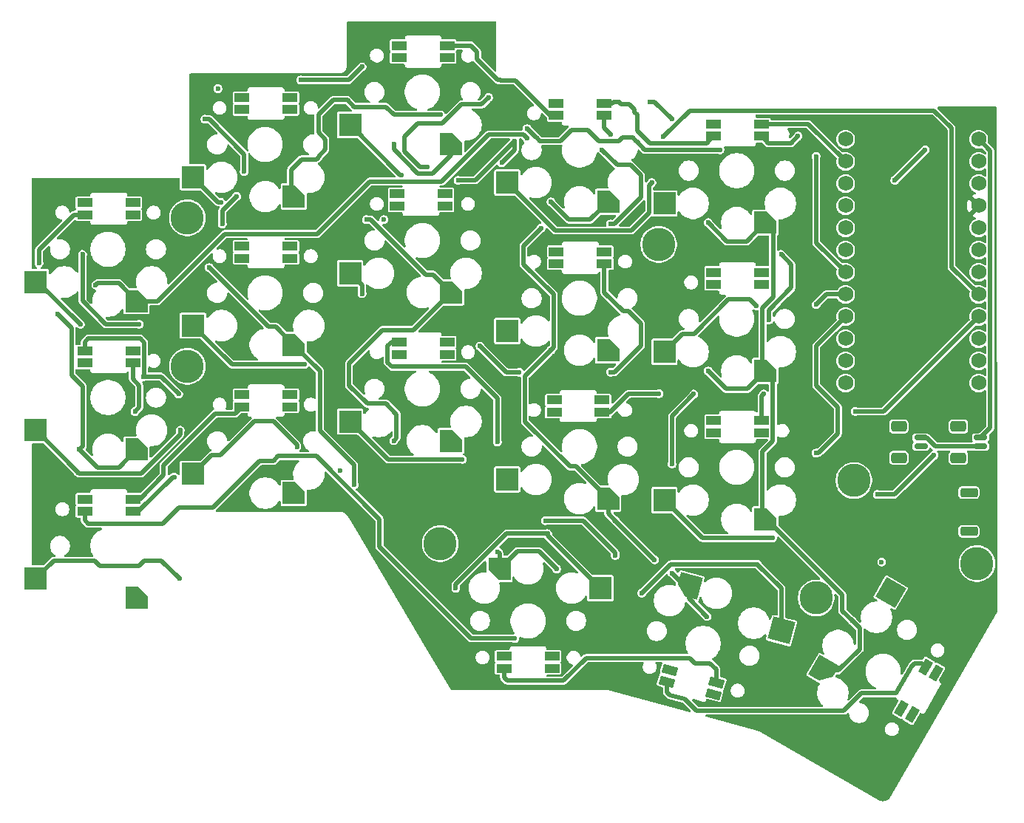
<source format=gbl>
G04 #@! TF.GenerationSoftware,KiCad,Pcbnew,9.0.7*
G04 #@! TF.CreationDate,2026-01-09T00:20:33+01:00*
G04 #@! TF.ProjectId,chocofi,63686f63-6f66-4692-9e6b-696361645f70,2.1*
G04 #@! TF.SameCoordinates,Original*
G04 #@! TF.FileFunction,Copper,L2,Bot*
G04 #@! TF.FilePolarity,Positive*
%FSLAX46Y46*%
G04 Gerber Fmt 4.6, Leading zero omitted, Abs format (unit mm)*
G04 Created by KiCad (PCBNEW 9.0.7) date 2026-01-09 00:20:33*
%MOMM*%
%LPD*%
G01*
G04 APERTURE LIST*
G04 Aperture macros list*
%AMRoundRect*
0 Rectangle with rounded corners*
0 $1 Rounding radius*
0 $2 $3 $4 $5 $6 $7 $8 $9 X,Y pos of 4 corners*
0 Add a 4 corners polygon primitive as box body*
4,1,4,$2,$3,$4,$5,$6,$7,$8,$9,$2,$3,0*
0 Add four circle primitives for the rounded corners*
1,1,$1+$1,$2,$3*
1,1,$1+$1,$4,$5*
1,1,$1+$1,$6,$7*
1,1,$1+$1,$8,$9*
0 Add four rect primitives between the rounded corners*
20,1,$1+$1,$2,$3,$4,$5,0*
20,1,$1+$1,$4,$5,$6,$7,0*
20,1,$1+$1,$6,$7,$8,$9,0*
20,1,$1+$1,$8,$9,$2,$3,0*%
%AMRotRect*
0 Rectangle, with rotation*
0 The origin of the aperture is its center*
0 $1 length*
0 $2 width*
0 $3 Rotation angle, in degrees counterclockwise*
0 Add horizontal line*
21,1,$1,$2,0,0,$3*%
%AMOutline5P*
0 Free polygon, 5 corners , with rotation*
0 The origin of the aperture is its center*
0 number of corners: always 5*
0 $1 to $10 corner X, Y*
0 $11 Rotation angle, in degrees counterclockwise*
0 create outline with 5 corners*
4,1,5,$1,$2,$3,$4,$5,$6,$7,$8,$9,$10,$1,$2,$11*%
%AMOutline6P*
0 Free polygon, 6 corners , with rotation*
0 The origin of the aperture is its center*
0 number of corners: always 6*
0 $1 to $12 corner X, Y*
0 $13 Rotation angle, in degrees counterclockwise*
0 create outline with 6 corners*
4,1,6,$1,$2,$3,$4,$5,$6,$7,$8,$9,$10,$11,$12,$1,$2,$13*%
%AMOutline7P*
0 Free polygon, 7 corners , with rotation*
0 The origin of the aperture is its center*
0 number of corners: always 7*
0 $1 to $14 corner X, Y*
0 $15 Rotation angle, in degrees counterclockwise*
0 create outline with 7 corners*
4,1,7,$1,$2,$3,$4,$5,$6,$7,$8,$9,$10,$11,$12,$13,$14,$1,$2,$15*%
%AMOutline8P*
0 Free polygon, 8 corners , with rotation*
0 The origin of the aperture is its center*
0 number of corners: always 8*
0 $1 to $16 corner X, Y*
0 $17 Rotation angle, in degrees counterclockwise*
0 create outline with 8 corners*
4,1,8,$1,$2,$3,$4,$5,$6,$7,$8,$9,$10,$11,$12,$13,$14,$15,$16,$1,$2,$17*%
G04 Aperture macros list end*
G04 #@! TA.AperFunction,ComponentPad*
%ADD10R,1.700000X1.000000*%
G04 #@! TD*
G04 #@! TA.AperFunction,SMDPad,CuDef*
%ADD11Outline5P,-1.300000X1.300000X0.130000X1.300000X1.300000X0.130000X1.300000X-1.300000X-1.300000X-1.300000X0.000000*%
G04 #@! TD*
G04 #@! TA.AperFunction,SMDPad,CuDef*
%ADD12R,2.600000X2.600000*%
G04 #@! TD*
G04 #@! TA.AperFunction,ComponentPad*
%ADD13C,3.800000*%
G04 #@! TD*
G04 #@! TA.AperFunction,ComponentPad*
%ADD14RoundRect,0.150000X0.625000X-0.150000X0.625000X0.150000X-0.625000X0.150000X-0.625000X-0.150000X0*%
G04 #@! TD*
G04 #@! TA.AperFunction,ComponentPad*
%ADD15RoundRect,0.250000X0.650000X-0.350000X0.650000X0.350000X-0.650000X0.350000X-0.650000X-0.350000X0*%
G04 #@! TD*
G04 #@! TA.AperFunction,SMDPad,CuDef*
%ADD16Outline5P,-1.300000X1.300000X0.130000X1.300000X1.300000X0.130000X1.300000X-1.300000X-1.300000X-1.300000X165.000000*%
G04 #@! TD*
G04 #@! TA.AperFunction,SMDPad,CuDef*
%ADD17RotRect,2.600000X2.600000X165.000000*%
G04 #@! TD*
G04 #@! TA.AperFunction,ComponentPad*
%ADD18RotRect,1.700000X1.000000X165.000000*%
G04 #@! TD*
G04 #@! TA.AperFunction,SMDPad,CuDef*
%ADD19Outline5P,-1.300000X1.300000X0.130000X1.300000X1.300000X0.130000X1.300000X-1.300000X-1.300000X-1.300000X180.000000*%
G04 #@! TD*
G04 #@! TA.AperFunction,ComponentPad*
%ADD20C,1.752600*%
G04 #@! TD*
G04 #@! TA.AperFunction,SMDPad,CuDef*
%ADD21Outline5P,-1.300000X1.300000X0.130000X1.300000X1.300000X0.130000X1.300000X-1.300000X-1.300000X-1.300000X240.000000*%
G04 #@! TD*
G04 #@! TA.AperFunction,SMDPad,CuDef*
%ADD22RotRect,2.600000X2.600000X240.000000*%
G04 #@! TD*
G04 #@! TA.AperFunction,ComponentPad*
%ADD23RotRect,1.700000X1.000000X240.000000*%
G04 #@! TD*
G04 #@! TA.AperFunction,ComponentPad*
%ADD24RoundRect,0.250000X-0.750000X0.275000X-0.750000X-0.275000X0.750000X-0.275000X0.750000X0.275000X0*%
G04 #@! TD*
G04 #@! TA.AperFunction,ViaPad*
%ADD25C,0.600000*%
G04 #@! TD*
G04 #@! TA.AperFunction,Conductor*
%ADD26C,0.500000*%
G04 #@! TD*
G04 APERTURE END LIST*
D10*
X106750000Y-53000000D03*
X106750000Y-54400000D03*
X101250000Y-54400000D03*
X101250000Y-53000000D03*
X124500000Y-64050000D03*
X124500000Y-65450000D03*
X119000000Y-65450000D03*
X119000000Y-64050000D03*
D11*
X143185000Y-64970000D03*
D12*
X131635000Y-62770000D03*
D13*
X148971000Y-69850000D03*
D11*
X107185000Y-98350000D03*
D12*
X95635000Y-96150000D03*
D14*
X179000000Y-93000000D03*
X179000000Y-92000000D03*
D15*
X176475000Y-94300000D03*
X176475000Y-90700000D03*
D13*
X185420000Y-106426000D03*
D10*
X106750000Y-70050000D03*
X106750000Y-71450000D03*
X101250000Y-71450000D03*
X101250000Y-70050000D03*
D16*
X152436566Y-108985109D03*
D17*
X163023608Y-114099506D03*
D18*
X149912531Y-119964396D03*
X150274877Y-118612101D03*
X155587469Y-120035604D03*
X155225123Y-121387899D03*
D13*
X123952000Y-104140000D03*
D10*
X160750000Y-90050000D03*
X160750000Y-91450000D03*
X155250000Y-91450000D03*
X155250000Y-90050000D03*
D19*
X130735000Y-107040000D03*
D12*
X142285000Y-109240000D03*
D10*
X88750000Y-65050000D03*
X88750000Y-66450000D03*
X83250000Y-66450000D03*
X83250000Y-65050000D03*
D13*
X167005000Y-110363000D03*
X171323000Y-96901000D03*
D20*
X170380000Y-57800000D03*
X170380000Y-60340000D03*
X170380000Y-62880000D03*
X170380000Y-65420000D03*
X170380000Y-67960000D03*
X170380000Y-70500000D03*
X170380000Y-73040000D03*
X170380000Y-75580000D03*
X170380000Y-78120000D03*
X170380000Y-80660000D03*
X170380000Y-83200000D03*
X170380000Y-85740000D03*
X185620000Y-85740000D03*
X185620000Y-83200000D03*
X185620000Y-80660000D03*
X185620000Y-78120000D03*
X185620000Y-75580000D03*
X185620000Y-73040000D03*
X185620000Y-70500000D03*
X185620000Y-67960000D03*
X185620000Y-65420000D03*
X185620000Y-62880000D03*
X185620000Y-60340000D03*
X185620000Y-57800000D03*
D11*
X143185000Y-98975000D03*
D12*
X131635000Y-96775000D03*
D10*
X124750000Y-81050000D03*
X124750000Y-82450000D03*
X119250000Y-82450000D03*
X119250000Y-81050000D03*
D11*
X161185000Y-84350000D03*
D12*
X149635000Y-82150000D03*
D11*
X89185000Y-76350000D03*
D12*
X77635000Y-74150000D03*
D11*
X125185000Y-58350000D03*
D12*
X113635000Y-56150000D03*
D10*
X88750000Y-82050000D03*
X88750000Y-83450000D03*
X83250000Y-83450000D03*
X83250000Y-82050000D03*
X160750000Y-56050000D03*
X160750000Y-57450000D03*
X155250000Y-57450000D03*
X155250000Y-56050000D03*
D11*
X89185000Y-93350000D03*
D12*
X77635000Y-91150000D03*
D10*
X160750000Y-73050000D03*
X160750000Y-74450000D03*
X155250000Y-74450000D03*
X155250000Y-73050000D03*
D11*
X125185000Y-92350000D03*
D12*
X113635000Y-90150000D03*
D11*
X107185000Y-81350000D03*
D12*
X95635000Y-79150000D03*
D10*
X131250000Y-118450000D03*
X131250000Y-117050000D03*
X136750000Y-117050000D03*
X136750000Y-118450000D03*
D11*
X161185000Y-67350000D03*
D12*
X149635000Y-65150000D03*
D21*
X167869649Y-118651233D03*
D22*
X175549905Y-109748640D03*
D10*
X142500000Y-87675000D03*
X142500000Y-89075000D03*
X137000000Y-89075000D03*
X137000000Y-87675000D03*
D14*
X185825000Y-93000000D03*
X185825000Y-92000000D03*
D15*
X183300000Y-94300000D03*
X183300000Y-90700000D03*
D11*
X143185000Y-81970000D03*
D12*
X131635000Y-79770000D03*
D10*
X106750000Y-87050000D03*
X106750000Y-88450000D03*
X101250000Y-88450000D03*
X101250000Y-87050000D03*
D13*
X95000000Y-83820000D03*
X95000000Y-66802000D03*
D10*
X142750000Y-70675000D03*
X142750000Y-72075000D03*
X137250000Y-72075000D03*
X137250000Y-70675000D03*
X142750000Y-53675000D03*
X142750000Y-55075000D03*
X137250000Y-55075000D03*
X137250000Y-53675000D03*
D23*
X177981218Y-123731570D03*
X176768782Y-123031570D03*
X179518782Y-118268430D03*
X180731218Y-118968430D03*
D10*
X88750000Y-99050000D03*
X88750000Y-100450000D03*
X83250000Y-100450000D03*
X83250000Y-99050000D03*
D11*
X107185000Y-64350000D03*
D12*
X95635000Y-62150000D03*
D11*
X89185000Y-110350000D03*
D12*
X77635000Y-108150000D03*
D11*
X161185000Y-101350000D03*
D12*
X149635000Y-99150000D03*
D24*
X184500000Y-98275000D03*
X184500000Y-102725000D03*
D11*
X125185000Y-75350000D03*
D12*
X113635000Y-73150000D03*
D10*
X124750000Y-47050000D03*
X124750000Y-48450000D03*
X119250000Y-48450000D03*
X119250000Y-47050000D03*
D25*
X167000000Y-59750000D03*
X167000000Y-76750000D03*
X89462500Y-79000000D03*
X83000000Y-71000000D03*
X167000000Y-93750000D03*
X136000000Y-101500000D03*
X174500000Y-106250000D03*
X144000000Y-105500000D03*
X129500000Y-53000000D03*
X122500000Y-61000000D03*
X143500000Y-57226000D03*
X143462500Y-67500000D03*
X142500000Y-59000000D03*
X164934313Y-57434313D03*
X89000000Y-89000000D03*
X150469669Y-55469669D03*
X150500000Y-95000000D03*
X108000000Y-51000000D03*
X148000000Y-53500000D03*
X176000000Y-62500000D03*
X101500000Y-61500000D03*
X130500000Y-92500000D03*
X179500000Y-59000000D03*
X94000000Y-87000000D03*
X115000000Y-49500000D03*
X90000000Y-85000000D03*
X117500000Y-67000000D03*
X90000000Y-85000000D03*
X98500000Y-52000000D03*
X97000000Y-55500000D03*
X153000000Y-87000000D03*
X145537500Y-84500000D03*
X149000000Y-89037500D03*
X134000000Y-67500000D03*
X181537500Y-106250000D03*
X113000000Y-71037500D03*
X93500000Y-95000000D03*
X113000000Y-54037500D03*
X140750000Y-103000000D03*
X167000000Y-91537500D03*
X165500000Y-58000000D03*
X114500000Y-66000000D03*
X131000000Y-65537500D03*
X131000000Y-82537500D03*
X91537500Y-79000000D03*
X111500000Y-55500000D03*
X167000000Y-74537500D03*
X164537500Y-106500000D03*
X112500000Y-64500000D03*
X128037500Y-61000000D03*
X111500000Y-88000000D03*
X91537500Y-96000000D03*
X145537500Y-67500000D03*
X84500000Y-74500000D03*
X82635000Y-93350000D03*
X89185000Y-110350000D03*
X80155331Y-77844669D03*
X133868874Y-57673785D03*
X133898774Y-56583223D03*
X99000000Y-67500000D03*
X100635000Y-64350000D03*
X107185000Y-81350000D03*
X107185000Y-64350000D03*
X107185000Y-98350000D03*
X114110607Y-97389393D03*
X97500000Y-72500000D03*
X124000000Y-55000000D03*
X156000000Y-59000000D03*
X125185000Y-92350000D03*
X118635000Y-58350000D03*
X137285000Y-107040000D03*
X125185000Y-75350000D03*
X130548926Y-105048926D03*
X180500000Y-94000000D03*
X118635000Y-92350000D03*
X115500000Y-67000000D03*
X174000000Y-98500000D03*
X143185000Y-81970000D03*
X154500000Y-112500000D03*
X136635000Y-64970000D03*
X149500000Y-57500000D03*
X150500000Y-107500000D03*
X144000000Y-101500000D03*
X148500000Y-106000000D03*
X136635000Y-81970000D03*
X135500000Y-68000000D03*
X154635000Y-84350000D03*
X154635000Y-67350000D03*
X171144649Y-112978767D03*
X161185000Y-101350000D03*
X171500000Y-89000000D03*
X143462500Y-84500000D03*
X93500000Y-96500000D03*
X149000000Y-86962500D03*
X82750000Y-79000000D03*
X108387169Y-83612831D03*
X126500000Y-94500000D03*
X161000000Y-87000000D03*
X163000000Y-71000000D03*
X161609000Y-78500000D03*
X133000000Y-84500000D03*
X128500000Y-81500000D03*
X132500000Y-115000000D03*
X98835000Y-65000000D03*
X119500000Y-61899000D03*
X132500000Y-58000000D03*
X126000000Y-62500000D03*
X131000000Y-60500000D03*
X148185000Y-62770000D03*
X149635000Y-65150000D03*
X82500000Y-96000000D03*
X94185000Y-91150000D03*
X115000000Y-75500000D03*
X131804133Y-79446371D03*
X160154226Y-76884500D03*
X94086705Y-108149461D03*
X112528107Y-95806893D03*
X107537281Y-93037281D03*
X131635000Y-96775000D03*
X162000000Y-103500000D03*
X125735000Y-109240000D03*
X136250000Y-103000000D03*
X147037535Y-109816051D03*
X160250000Y-106500000D03*
X175549905Y-109748640D03*
X175549905Y-109748640D03*
X78000000Y-72000000D03*
D26*
X170380000Y-73040000D02*
X167000000Y-69660000D01*
X167000000Y-69660000D02*
X167000000Y-59750000D01*
X168170000Y-75580000D02*
X167000000Y-76750000D01*
X170380000Y-75580000D02*
X168170000Y-75580000D01*
X83000000Y-71000000D02*
X83000000Y-76340552D01*
X85659448Y-79000000D02*
X89462500Y-79000000D01*
X83000000Y-76340552D02*
X85659448Y-79000000D01*
X169500000Y-91500000D02*
X167250000Y-93750000D01*
X167250000Y-93750000D02*
X167000000Y-93750000D01*
X167000000Y-81500000D02*
X167000000Y-86000000D01*
X170380000Y-78120000D02*
X167000000Y-81500000D01*
X167000000Y-86000000D02*
X169500000Y-88500000D01*
X169500000Y-88500000D02*
X169500000Y-91500000D01*
X144000000Y-105500000D02*
X144000000Y-105187925D01*
X140312075Y-101500000D02*
X136000000Y-101500000D01*
X144000000Y-105187925D02*
X140312075Y-101500000D01*
X124159448Y-56000000D02*
X121359448Y-56000000D01*
X128698100Y-53801900D02*
X126357548Y-53801900D01*
X119859000Y-59199552D02*
X121659448Y-61000000D01*
X126357548Y-53801900D02*
X124159448Y-56000000D01*
X121359448Y-56000000D02*
X119859000Y-57500448D01*
X121659448Y-61000000D02*
X122500000Y-61000000D01*
X119859000Y-57500448D02*
X119859000Y-59199552D01*
X129500000Y-53000000D02*
X128698100Y-53801900D01*
X142750000Y-56476000D02*
X143500000Y-57226000D01*
X146961000Y-61920448D02*
X146961000Y-64431810D01*
X146961000Y-64431810D02*
X143892810Y-67500000D01*
X142500000Y-59000000D02*
X144219000Y-60719000D01*
X142750000Y-55075000D02*
X142750000Y-56476000D01*
X145759552Y-60719000D02*
X146961000Y-61920448D01*
X143892810Y-67500000D02*
X143462500Y-67500000D01*
X144219000Y-60719000D02*
X145759552Y-60719000D01*
X164122326Y-58246300D02*
X164934313Y-57434313D01*
X160750000Y-57450000D02*
X161546300Y-58246300D01*
X161546300Y-58246300D02*
X164122326Y-58246300D01*
X88750000Y-85250000D02*
X88750000Y-83450000D01*
X89500000Y-88500000D02*
X89500000Y-86000000D01*
X89500000Y-86000000D02*
X88750000Y-85250000D01*
X89000000Y-89000000D02*
X89500000Y-88500000D01*
X97500000Y-55500000D02*
X97000000Y-55500000D01*
X130500000Y-92500000D02*
X130500000Y-87507414D01*
X179500000Y-59000000D02*
X176000000Y-62500000D01*
X150500000Y-89500000D02*
X150500000Y-95000000D01*
X117949000Y-81499000D02*
X118398000Y-81050000D01*
X118398000Y-81050000D02*
X119250000Y-81050000D01*
X92000000Y-85000000D02*
X90000000Y-85000000D01*
X94000000Y-87000000D02*
X92000000Y-85000000D01*
X153000000Y-87000000D02*
X150500000Y-89500000D01*
X126843586Y-83851000D02*
X118399000Y-83851000D01*
X130500000Y-87507414D02*
X126843586Y-83851000D01*
X108000000Y-51000000D02*
X113500000Y-51000000D01*
X90051000Y-81099000D02*
X89601000Y-80649000D01*
X83651000Y-80649000D02*
X83250000Y-81050000D01*
X148000000Y-53500000D02*
X148500000Y-53500000D01*
X90000000Y-85000000D02*
X90051000Y-84949000D01*
X90051000Y-84949000D02*
X90051000Y-81099000D01*
X83250000Y-81050000D02*
X83250000Y-82050000D01*
X113500000Y-51000000D02*
X115000000Y-49500000D01*
X117949000Y-83401000D02*
X117949000Y-81499000D01*
X148500000Y-53500000D02*
X150469669Y-55469669D01*
X101500000Y-61500000D02*
X101500000Y-59500000D01*
X89601000Y-80649000D02*
X83651000Y-80649000D01*
X101500000Y-59500000D02*
X97500000Y-55500000D01*
X118399000Y-83851000D02*
X117949000Y-83401000D01*
X132037500Y-65537500D02*
X134000000Y-67500000D01*
X131000000Y-65537500D02*
X132037500Y-65537500D01*
X111500000Y-55500000D02*
X111512900Y-55512900D01*
X111512900Y-63512900D02*
X112500000Y-64500000D01*
X111512900Y-55512900D02*
X111512900Y-63512900D01*
X133444089Y-57249000D02*
X129523810Y-57249000D01*
X82635000Y-93350000D02*
X83000000Y-92985000D01*
X124123810Y-62649000D02*
X115851000Y-62649000D01*
X83000000Y-92985000D02*
X83000000Y-86122908D01*
X81736300Y-79425638D02*
X80155331Y-77844669D01*
X84701000Y-74299000D02*
X84500000Y-74500000D01*
X81736300Y-84859208D02*
X81736300Y-79425638D01*
X89185000Y-76350000D02*
X87134000Y-74299000D01*
X83000000Y-86122908D02*
X81736300Y-84859208D01*
X115851000Y-62649000D02*
X109851000Y-68649000D01*
X133868874Y-57673785D02*
X133444089Y-57249000D01*
X84686000Y-95401000D02*
X82635000Y-93350000D01*
X87134000Y-74299000D02*
X84701000Y-74299000D01*
X99311552Y-68649000D02*
X91610552Y-76350000D01*
X109851000Y-68649000D02*
X99311552Y-68649000D01*
X129523810Y-57249000D02*
X124123810Y-62649000D01*
X89185000Y-93350000D02*
X87134000Y-95401000D01*
X91610552Y-76350000D02*
X89185000Y-76350000D01*
X87134000Y-95401000D02*
X84686000Y-95401000D01*
X110811900Y-57819314D02*
X110811900Y-58980686D01*
X135372586Y-58000000D02*
X134990686Y-57618100D01*
X138971599Y-56754500D02*
X137726099Y-58000000D01*
X111713500Y-53286500D02*
X110000000Y-55000000D01*
X134933651Y-57618100D02*
X133898774Y-56583223D01*
X140848401Y-56754500D02*
X138971599Y-56754500D01*
X99000000Y-65985000D02*
X100635000Y-64350000D01*
X156000000Y-59000000D02*
X147412586Y-59000000D01*
X109759552Y-60099000D02*
X108060448Y-60099000D01*
X105134000Y-79299000D02*
X104299000Y-79299000D01*
X110811900Y-58980686D02*
X110000000Y-59792586D01*
X114123575Y-54099000D02*
X113311075Y-53286500D01*
X114110607Y-95118021D02*
X114110607Y-97389393D01*
X144829314Y-57618100D02*
X144447414Y-58000000D01*
X146412586Y-58000000D02*
X146372586Y-58000000D01*
X142093901Y-58000000D02*
X140848401Y-56754500D01*
X145990686Y-57618100D02*
X144829314Y-57618100D01*
X104299000Y-79299000D02*
X97500000Y-72500000D01*
X107185000Y-81350000D02*
X110176300Y-84341300D01*
X113311075Y-53286500D02*
X111713500Y-53286500D01*
X146372586Y-58000000D02*
X145990686Y-57618100D01*
X110176300Y-91183714D02*
X114110607Y-95118021D01*
X147412586Y-59000000D02*
X146412586Y-58000000D01*
X117759552Y-54099000D02*
X114123575Y-54099000D01*
X110000000Y-59792586D02*
X110000000Y-59858552D01*
X118660552Y-55000000D02*
X117759552Y-54099000D01*
X99000000Y-67500000D02*
X99000000Y-65985000D01*
X107185000Y-81350000D02*
X105134000Y-79299000D01*
X106859000Y-64024000D02*
X107185000Y-64350000D01*
X106859000Y-61300448D02*
X106859000Y-64024000D01*
X110176300Y-84341300D02*
X110176300Y-91183714D01*
X134990686Y-57618100D02*
X134933651Y-57618100D01*
X108060448Y-60099000D02*
X106859000Y-61300448D01*
X137726099Y-58000000D02*
X135372586Y-58000000D01*
X110000000Y-59858552D02*
X109759552Y-60099000D01*
X144447414Y-58000000D02*
X142093901Y-58000000D01*
X124000000Y-55000000D02*
X118660552Y-55000000D01*
X110000000Y-55000000D02*
X110000000Y-57007414D01*
X110000000Y-57007414D02*
X110811900Y-57819314D01*
X132786000Y-104989000D02*
X135234000Y-104989000D01*
X135234000Y-104989000D02*
X137285000Y-107040000D01*
X122299000Y-73299000D02*
X123134000Y-73299000D01*
X118961000Y-92024000D02*
X118635000Y-92350000D01*
X130735000Y-107040000D02*
X130735000Y-105235000D01*
X125185000Y-58350000D02*
X125185000Y-59650000D01*
X118635000Y-58966916D02*
X118635000Y-58350000D01*
X118961000Y-89300448D02*
X118961000Y-92024000D01*
X113500000Y-83500000D02*
X113500000Y-86000000D01*
X123084000Y-61751000D02*
X121419084Y-61751000D01*
X115500000Y-67000000D02*
X116000000Y-67000000D01*
X125185000Y-75350000D02*
X120886000Y-79649000D01*
X121419084Y-61751000D02*
X118635000Y-58966916D01*
X120886000Y-79649000D02*
X117351000Y-79649000D01*
X117351000Y-79649000D02*
X113500000Y-83500000D01*
X115599000Y-88099000D02*
X117759552Y-88099000D01*
X130735000Y-107040000D02*
X132786000Y-104989000D01*
X123134000Y-73299000D02*
X125185000Y-75350000D01*
X174000000Y-98500000D02*
X176000000Y-98500000D01*
X117759552Y-88099000D02*
X118961000Y-89300448D01*
X125185000Y-59650000D02*
X123084000Y-61751000D01*
X116000000Y-67000000D02*
X122299000Y-73299000D01*
X130735000Y-105235000D02*
X130548926Y-105048926D01*
X113500000Y-86000000D02*
X115599000Y-88099000D01*
X176000000Y-98500000D02*
X180500000Y-94000000D01*
X152436566Y-108985109D02*
X151985109Y-108985109D01*
X148500000Y-106000000D02*
X144000000Y-101500000D01*
X136635000Y-81970000D02*
X136961000Y-81644000D01*
X151985109Y-108985109D02*
X150500000Y-107500000D01*
X133643700Y-84961300D02*
X136635000Y-81970000D01*
X152500000Y-54500000D02*
X149500000Y-57500000D01*
X154500000Y-112500000D02*
X152436566Y-110436566D01*
X143185000Y-98975000D02*
X139500500Y-95290500D01*
X133500000Y-70000000D02*
X135500000Y-68000000D01*
X133643700Y-90143700D02*
X133643700Y-84961300D01*
X152436566Y-110436566D02*
X152436566Y-108985109D01*
X133500000Y-72109692D02*
X133500000Y-70000000D01*
X138686000Y-67021000D02*
X136635000Y-64970000D01*
X185620000Y-75580000D02*
X182500000Y-72460000D01*
X180500000Y-54500000D02*
X152500000Y-54500000D01*
X143185000Y-100685000D02*
X143185000Y-98975000D01*
X144000000Y-101500000D02*
X143185000Y-100685000D01*
X136961000Y-75570692D02*
X133500000Y-72109692D01*
X182500000Y-56500000D02*
X180500000Y-54500000D01*
X141134000Y-67021000D02*
X138686000Y-67021000D01*
X182500000Y-72460000D02*
X182500000Y-56500000D01*
X136961000Y-81644000D02*
X136961000Y-75570692D01*
X143185000Y-64970000D02*
X141134000Y-67021000D01*
X139500500Y-95290500D02*
X138790500Y-95290500D01*
X138790500Y-95290500D02*
X133643700Y-90143700D01*
X185620000Y-78120000D02*
X174740000Y-89000000D01*
X167869649Y-118651233D02*
X169571468Y-118651233D01*
X161185000Y-101350000D02*
X160859000Y-101024000D01*
X162051000Y-85216000D02*
X161185000Y-84350000D01*
X156686000Y-86401000D02*
X154635000Y-84350000D01*
X161185000Y-67350000D02*
X159035000Y-69500000D01*
X172000000Y-116222701D02*
X172000000Y-113834118D01*
X172000000Y-113834118D02*
X171144649Y-112978767D01*
X171144649Y-112978767D02*
X170000000Y-111834118D01*
X174740000Y-89000000D02*
X171500000Y-89000000D01*
X161350000Y-101350000D02*
X161185000Y-101350000D01*
X159134000Y-86401000D02*
X156686000Y-86401000D01*
X160859000Y-84024000D02*
X160859000Y-77141000D01*
X161185000Y-84350000D02*
X160859000Y-84024000D01*
X162051000Y-92401000D02*
X162051000Y-85216000D01*
X156785000Y-69500000D02*
X154635000Y-67350000D01*
X162083700Y-75916300D02*
X162083700Y-68248700D01*
X170000000Y-110000000D02*
X161350000Y-101350000D01*
X169571468Y-118651233D02*
X172000000Y-116222701D01*
X160859000Y-101024000D02*
X160859000Y-93593000D01*
X160859000Y-93593000D02*
X162051000Y-92401000D01*
X161185000Y-84350000D02*
X159134000Y-86401000D01*
X159035000Y-69500000D02*
X156785000Y-69500000D01*
X162083700Y-68248700D02*
X161185000Y-67350000D01*
X160859000Y-77141000D02*
X162083700Y-75916300D01*
X170000000Y-111834118D02*
X170000000Y-110000000D01*
X143892810Y-84500000D02*
X143462500Y-84500000D01*
X146961000Y-81431810D02*
X143892810Y-84500000D01*
X142750000Y-72075000D02*
X142750000Y-75342586D01*
X145540552Y-77500000D02*
X146961000Y-78920448D01*
X144907414Y-77500000D02*
X145540552Y-77500000D01*
X142750000Y-75342586D02*
X144907414Y-77500000D01*
X146961000Y-78920448D02*
X146961000Y-81431810D01*
X166090000Y-56050000D02*
X160750000Y-56050000D01*
X170380000Y-60340000D02*
X166090000Y-56050000D01*
X93350308Y-96500000D02*
X93500000Y-96500000D01*
X89400308Y-100450000D02*
X93350308Y-96500000D01*
X88750000Y-100450000D02*
X89400308Y-100450000D01*
X145512808Y-86962500D02*
X149000000Y-86962500D01*
X142500000Y-89075000D02*
X143400308Y-89075000D01*
X143400308Y-89075000D02*
X145512808Y-86962500D01*
X180629100Y-93000000D02*
X179629100Y-92000000D01*
X185825000Y-93000000D02*
X180629100Y-93000000D01*
X179629100Y-92000000D02*
X179000000Y-92000000D01*
X77900000Y-74150000D02*
X82750000Y-79000000D01*
X77635000Y-74150000D02*
X77900000Y-74150000D01*
X100097831Y-83612831D02*
X108387169Y-83612831D01*
X95635000Y-79150000D02*
X100097831Y-83612831D01*
X126500000Y-94500000D02*
X117985000Y-94500000D01*
X117985000Y-94500000D02*
X113635000Y-90150000D01*
X130542908Y-51000000D02*
X128176300Y-48633392D01*
X137250000Y-55075000D02*
X136575000Y-55075000D01*
X130961261Y-51049190D02*
X130952271Y-51040183D01*
X132550652Y-51050652D02*
X131404999Y-51049598D01*
X128176300Y-48633392D02*
X128176300Y-47766608D01*
X128176300Y-47766608D02*
X127459692Y-47050000D01*
X130952271Y-51040183D02*
X130892796Y-51036336D01*
X130829860Y-51000000D02*
X130542908Y-51000000D01*
X131383930Y-51068107D02*
X131093379Y-51049312D01*
X127459692Y-47050000D02*
X124750000Y-47050000D01*
X136575000Y-55075000D02*
X132550652Y-51050652D01*
X131093379Y-51049312D02*
X130961261Y-51049190D01*
X130892796Y-51036336D02*
X130829860Y-51000000D01*
X131404999Y-51049598D02*
X131383930Y-51068107D01*
X154449000Y-58251000D02*
X147948092Y-58251000D01*
X146500000Y-55000000D02*
X146176300Y-54676300D01*
X147948092Y-58251000D02*
X146500000Y-56802908D01*
X143850000Y-53500000D02*
X143675000Y-53675000D01*
X144500000Y-53500000D02*
X143850000Y-53500000D01*
X144500000Y-53577092D02*
X144500000Y-53500000D01*
X143675000Y-53675000D02*
X142750000Y-53675000D01*
X146176300Y-54676300D02*
X146176300Y-54386608D01*
X146500000Y-56802908D02*
X146500000Y-55000000D01*
X146176300Y-54386608D02*
X145563392Y-53773700D01*
X144696608Y-53773700D02*
X144500000Y-53577092D01*
X145563392Y-53773700D02*
X144696608Y-53773700D01*
X155250000Y-57450000D02*
X154449000Y-58251000D01*
X164176300Y-72176300D02*
X163000000Y-71000000D01*
X161609000Y-77382364D02*
X164176300Y-74815064D01*
X160750000Y-90050000D02*
X160750000Y-87250000D01*
X164176300Y-74815064D02*
X164176300Y-72176300D01*
X161609000Y-78500000D02*
X161609000Y-77382364D01*
X160750000Y-87250000D02*
X161000000Y-87000000D01*
X92288500Y-96311075D02*
X89549575Y-99050000D01*
X100453700Y-89246300D02*
X98191625Y-89246300D01*
X98191625Y-89246300D02*
X92288500Y-95149425D01*
X92288500Y-95149425D02*
X92288500Y-96311075D01*
X89549575Y-99050000D02*
X88750000Y-99050000D01*
X101250000Y-88450000D02*
X100453700Y-89246300D01*
X128500000Y-81500000D02*
X131500000Y-84500000D01*
X131500000Y-84500000D02*
X133000000Y-84500000D01*
X97960552Y-100000000D02*
X94000000Y-100000000D01*
X104844177Y-94669724D02*
X103290828Y-94669724D01*
X117000000Y-104500000D02*
X117000000Y-101339448D01*
X109759552Y-94099000D02*
X105414901Y-94099000D01*
X83651000Y-101851000D02*
X83250000Y-101450000D01*
X117000000Y-101339448D02*
X109759552Y-94099000D01*
X83250000Y-101450000D02*
X83250000Y-100450000D01*
X103290828Y-94669724D02*
X97960552Y-100000000D01*
X105414901Y-94099000D02*
X104844177Y-94669724D01*
X132500000Y-115000000D02*
X127500000Y-115000000D01*
X92149000Y-101851000D02*
X83651000Y-101851000D01*
X127500000Y-115000000D02*
X117000000Y-104500000D01*
X94000000Y-100000000D02*
X92149000Y-101851000D01*
X131651000Y-119851000D02*
X131250000Y-119450000D01*
X154845500Y-117845500D02*
X153121599Y-117845500D01*
X140660139Y-117239553D02*
X138048692Y-119851000D01*
X131250000Y-119450000D02*
X131250000Y-118450000D01*
X155587469Y-120035604D02*
X155587469Y-118587469D01*
X153121599Y-117845500D02*
X152515652Y-117239553D01*
X155587469Y-118587469D02*
X154845500Y-117845500D01*
X138048692Y-119851000D02*
X131651000Y-119851000D01*
X152515652Y-117239553D02*
X140660139Y-117239553D01*
X186947300Y-90877700D02*
X185825000Y-92000000D01*
X185620000Y-57800000D02*
X186947300Y-59127300D01*
X186947300Y-59127300D02*
X186947300Y-90877700D01*
X170184427Y-123296127D02*
X153296127Y-123296127D01*
X178235192Y-117902404D02*
X177944597Y-118192999D01*
X153296127Y-123296127D02*
X151964693Y-121964693D01*
X177944597Y-118192999D02*
X176151475Y-121298779D01*
X151964693Y-121964693D02*
X150247100Y-121504465D01*
X150247100Y-121504465D02*
X149912531Y-121169896D01*
X149912531Y-121169896D02*
X149912531Y-119964396D01*
X172181775Y-121298779D02*
X170184427Y-123296127D01*
X179518782Y-118268430D02*
X179152756Y-117902404D01*
X176151475Y-121298779D02*
X172181775Y-121298779D01*
X179152756Y-117902404D02*
X178235192Y-117902404D01*
X98835000Y-65000000D02*
X98485000Y-65000000D01*
X98485000Y-65000000D02*
X95635000Y-62150000D01*
X132500000Y-59000000D02*
X131000000Y-60500000D01*
X119384000Y-61899000D02*
X119500000Y-61899000D01*
X126000000Y-62500000D02*
X128000000Y-62500000D01*
X113635000Y-56150000D02*
X119384000Y-61899000D01*
X132500000Y-58000000D02*
X132500000Y-59000000D01*
X128000000Y-62500000D02*
X132500000Y-58000000D01*
X147884000Y-63071000D02*
X148185000Y-62770000D01*
X131635000Y-62770000D02*
X137116000Y-68251000D01*
X137116000Y-68251000D02*
X145848575Y-68251000D01*
X147884000Y-66215575D02*
X147884000Y-63071000D01*
X145848575Y-68251000D02*
X147884000Y-66215575D01*
X82500000Y-96000000D02*
X82602000Y-96102000D01*
X89670810Y-96102000D02*
X94185000Y-91587810D01*
X82602000Y-96102000D02*
X89670810Y-96102000D01*
X77635000Y-91150000D02*
X77650000Y-91150000D01*
X77650000Y-91150000D02*
X82500000Y-96000000D01*
X94185000Y-91587810D02*
X94185000Y-91150000D01*
X115000000Y-75500000D02*
X115000000Y-74515000D01*
X115000000Y-74515000D02*
X113635000Y-73150000D01*
X151686000Y-80099000D02*
X153007099Y-80099000D01*
X156971599Y-76134500D02*
X159404226Y-76134500D01*
X149635000Y-82150000D02*
X151686000Y-80099000D01*
X159404226Y-76134500D02*
X160154226Y-76884500D01*
X153007099Y-80099000D02*
X156971599Y-76134500D01*
X84971599Y-106665500D02*
X89493948Y-106665500D01*
X90060448Y-106099000D02*
X92036244Y-106099000D01*
X79686000Y-106099000D02*
X84405099Y-106099000D01*
X89493948Y-106665500D02*
X90060448Y-106099000D01*
X77635000Y-108150000D02*
X79686000Y-106099000D01*
X84405099Y-106099000D02*
X84971599Y-106665500D01*
X92036244Y-106099000D02*
X94086705Y-108149461D01*
X97785000Y-94000000D02*
X98792586Y-94000000D01*
X107537281Y-92823380D02*
X107537281Y-93037281D01*
X102658086Y-90134500D02*
X104848401Y-90134500D01*
X95635000Y-96150000D02*
X97785000Y-94000000D01*
X104848401Y-90134500D02*
X107537281Y-92823380D01*
X98792586Y-94000000D02*
X102658086Y-90134500D01*
X149635000Y-99150000D02*
X153985000Y-103500000D01*
X153985000Y-103500000D02*
X162000000Y-103500000D01*
X142285000Y-109240000D02*
X136250000Y-103205000D01*
X136250000Y-103000000D02*
X131537190Y-103000000D01*
X125735000Y-108802190D02*
X125735000Y-109240000D01*
X136250000Y-103205000D02*
X136250000Y-103000000D01*
X131537190Y-103000000D02*
X125735000Y-108802190D01*
X150353586Y-106500000D02*
X147037535Y-109816051D01*
X163023608Y-109273608D02*
X160250000Y-106500000D01*
X163023608Y-114099506D02*
X163023608Y-109273608D01*
X160250000Y-106500000D02*
X150353586Y-106500000D01*
X82050000Y-66450000D02*
X78000000Y-70500000D01*
X83250000Y-66450000D02*
X82050000Y-66450000D01*
X78000000Y-70500000D02*
X78000000Y-72000000D01*
G04 #@! TA.AperFunction,Conductor*
G36*
X187509663Y-54052030D02*
G01*
X187542251Y-54057191D01*
X187544492Y-54057919D01*
X187545739Y-54057795D01*
X187579144Y-54069178D01*
X187598434Y-54079007D01*
X187599765Y-54079685D01*
X187631151Y-54102489D01*
X187647510Y-54118848D01*
X187670314Y-54150234D01*
X187680820Y-54170853D01*
X187692808Y-54207748D01*
X187693595Y-54212714D01*
X187697973Y-54240362D01*
X187699500Y-54259755D01*
X187699500Y-54306527D01*
X187699593Y-54307703D01*
X187793314Y-111845755D01*
X187776805Y-111907777D01*
X175435294Y-133366894D01*
X175426894Y-133375932D01*
X175423445Y-133383996D01*
X175397336Y-133407744D01*
X175291468Y-133479442D01*
X175274577Y-133489043D01*
X175098542Y-133571583D01*
X175080359Y-133578428D01*
X174893579Y-133632462D01*
X174874552Y-133636382D01*
X174681634Y-133660579D01*
X174662227Y-133661479D01*
X174467898Y-133655247D01*
X174448588Y-133653105D01*
X174297960Y-133624307D01*
X174259236Y-133609895D01*
X160508152Y-125669164D01*
X160507854Y-125668991D01*
X160474435Y-125649498D01*
X160474433Y-125649497D01*
X160474431Y-125649496D01*
X160473490Y-125649101D01*
X160473489Y-125649100D01*
X160473234Y-125648993D01*
X160436099Y-125639040D01*
X160435575Y-125638899D01*
X159727589Y-125445812D01*
X159311261Y-125332268D01*
X174891507Y-125332268D01*
X174891507Y-125489037D01*
X174922087Y-125642771D01*
X174922090Y-125642783D01*
X174982076Y-125787604D01*
X174982078Y-125787608D01*
X175069164Y-125917941D01*
X175069170Y-125917949D01*
X175180010Y-126028789D01*
X175180018Y-126028795D01*
X175310351Y-126115881D01*
X175310355Y-126115883D01*
X175455176Y-126175869D01*
X175455181Y-126175871D01*
X175608922Y-126206452D01*
X175608925Y-126206453D01*
X175608927Y-126206453D01*
X175765689Y-126206453D01*
X175765690Y-126206452D01*
X175919433Y-126175871D01*
X176064260Y-126115882D01*
X176064262Y-126115881D01*
X176128992Y-126072629D01*
X176194600Y-126028792D01*
X176305446Y-125917946D01*
X176392536Y-125787606D01*
X176452525Y-125642779D01*
X176483107Y-125489033D01*
X176483107Y-125332273D01*
X176483107Y-125332270D01*
X176483106Y-125332268D01*
X176452526Y-125178534D01*
X176452525Y-125178527D01*
X176452523Y-125178522D01*
X176392537Y-125033701D01*
X176392535Y-125033697D01*
X176305449Y-124903364D01*
X176305443Y-124903356D01*
X176194603Y-124792516D01*
X176194595Y-124792510D01*
X176064262Y-124705424D01*
X176064258Y-124705422D01*
X175919437Y-124645436D01*
X175919425Y-124645433D01*
X175765690Y-124614853D01*
X175765687Y-124614853D01*
X175608927Y-124614853D01*
X175608924Y-124614853D01*
X175455188Y-124645433D01*
X175455176Y-124645436D01*
X175310355Y-124705422D01*
X175310351Y-124705424D01*
X175180018Y-124792510D01*
X175180010Y-124792516D01*
X175069170Y-124903356D01*
X175069164Y-124903364D01*
X174982078Y-125033697D01*
X174982076Y-125033701D01*
X174922090Y-125178522D01*
X174922087Y-125178534D01*
X174891507Y-125332268D01*
X159311261Y-125332268D01*
X154390555Y-123990258D01*
X154331058Y-123953628D01*
X154300809Y-123890645D01*
X154309412Y-123821307D01*
X154354137Y-123767628D01*
X154420783Y-123746650D01*
X154423182Y-123746627D01*
X170243735Y-123746627D01*
X170243736Y-123746627D01*
X170334100Y-123722413D01*
X170358314Y-123715926D01*
X170461041Y-123656616D01*
X170547633Y-123570023D01*
X170608955Y-123536538D01*
X170678646Y-123541522D01*
X170734580Y-123583392D01*
X170755690Y-123639285D01*
X170757838Y-123638945D01*
X170758600Y-123643756D01*
X170758600Y-123643757D01*
X170760637Y-123656616D01*
X170786952Y-123822761D01*
X170842954Y-123995121D01*
X170842955Y-123995124D01*
X170915230Y-124136970D01*
X170925235Y-124156605D01*
X171031762Y-124303227D01*
X171159913Y-124431378D01*
X171306535Y-124537905D01*
X171385736Y-124578260D01*
X171468015Y-124620184D01*
X171468018Y-124620185D01*
X171545725Y-124645433D01*
X171640380Y-124676188D01*
X171819383Y-124704540D01*
X171819384Y-124704540D01*
X172000616Y-124704540D01*
X172000617Y-124704540D01*
X172179620Y-124676188D01*
X172351984Y-124620184D01*
X172513465Y-124537905D01*
X172660087Y-124431378D01*
X172788238Y-124303227D01*
X172894765Y-124156605D01*
X172977044Y-123995124D01*
X173033048Y-123822760D01*
X173061400Y-123643757D01*
X173061400Y-123462523D01*
X173033048Y-123283520D01*
X172977044Y-123111156D01*
X172977044Y-123111155D01*
X172894764Y-122949674D01*
X172875642Y-122923355D01*
X172788238Y-122803053D01*
X172660087Y-122674902D01*
X172513465Y-122568375D01*
X172351984Y-122486095D01*
X172351981Y-122486094D01*
X172179621Y-122430092D01*
X172089595Y-122415833D01*
X172000617Y-122401740D01*
X172000616Y-122401740D01*
X171995805Y-122400978D01*
X171996151Y-122398792D01*
X171939438Y-122377105D01*
X171898029Y-122320828D01*
X171893619Y-122251098D01*
X171926882Y-122190774D01*
X172332060Y-121785598D01*
X172393383Y-121752113D01*
X172419741Y-121749279D01*
X176092150Y-121749279D01*
X176159189Y-121768964D01*
X176204944Y-121821768D01*
X176211925Y-121841185D01*
X176227640Y-121899836D01*
X176227643Y-121899841D01*
X176267198Y-121968355D01*
X176295174Y-121996330D01*
X176323149Y-122024306D01*
X176379493Y-122056836D01*
X176427708Y-122107403D01*
X176440932Y-122176010D01*
X176424880Y-122226223D01*
X175727257Y-123434542D01*
X175727255Y-123434548D01*
X175708089Y-123491007D01*
X175712959Y-123565284D01*
X175713308Y-123570601D01*
X175748586Y-123642140D01*
X175748587Y-123642141D01*
X175793413Y-123681453D01*
X175793415Y-123681454D01*
X175793417Y-123681456D01*
X176693647Y-124201204D01*
X176750111Y-124220371D01*
X176813571Y-124216210D01*
X176881753Y-124231466D01*
X176930864Y-124281163D01*
X176932880Y-124285073D01*
X176961022Y-124342140D01*
X176961023Y-124342141D01*
X177005849Y-124381453D01*
X177005851Y-124381454D01*
X177005853Y-124381456D01*
X177419342Y-124620184D01*
X177869136Y-124879873D01*
X177906083Y-124901204D01*
X177935060Y-124911040D01*
X177962546Y-124920371D01*
X177962546Y-124920370D01*
X177962547Y-124920371D01*
X178042140Y-124915153D01*
X178113679Y-124879875D01*
X178152995Y-124835044D01*
X178850619Y-123626720D01*
X178901184Y-123578507D01*
X178969791Y-123565284D01*
X179020002Y-123581335D01*
X179076351Y-123613868D01*
X179076352Y-123613868D01*
X179076352Y-123613869D01*
X179123123Y-123626400D01*
X179152778Y-123634346D01*
X179152781Y-123634346D01*
X179231897Y-123634346D01*
X179231900Y-123634346D01*
X179308328Y-123613867D01*
X179361113Y-123583392D01*
X179376848Y-123574308D01*
X179385872Y-123565284D01*
X179432799Y-123518358D01*
X181272360Y-120332143D01*
X181292839Y-120255715D01*
X181292839Y-120176593D01*
X181272360Y-120100165D01*
X181269328Y-120094913D01*
X181232799Y-120031643D01*
X181176850Y-119975694D01*
X181120502Y-119943161D01*
X181072289Y-119892597D01*
X181059065Y-119823990D01*
X181075115Y-119773779D01*
X181772743Y-118565456D01*
X181791910Y-118508992D01*
X181786692Y-118429399D01*
X181751414Y-118357860D01*
X181745763Y-118352904D01*
X181706586Y-118318546D01*
X181706580Y-118318542D01*
X180806354Y-117798796D01*
X180806348Y-117798794D01*
X180749889Y-117779628D01*
X180749888Y-117779628D01*
X180686428Y-117783789D01*
X180618245Y-117768532D01*
X180569134Y-117718834D01*
X180567118Y-117714925D01*
X180538978Y-117657860D01*
X180538977Y-117657859D01*
X180538977Y-117657858D01*
X180494150Y-117618546D01*
X180494144Y-117618542D01*
X179593918Y-117098796D01*
X179593912Y-117098794D01*
X179537453Y-117079628D01*
X179457860Y-117084847D01*
X179386319Y-117120126D01*
X179347007Y-117164952D01*
X179347003Y-117164958D01*
X179285323Y-117271792D01*
X179232955Y-117362498D01*
X179217132Y-117389904D01*
X179166565Y-117438119D01*
X179109745Y-117451904D01*
X178175883Y-117451904D01*
X178107136Y-117470324D01*
X178061304Y-117482605D01*
X178061299Y-117482608D01*
X178017887Y-117507671D01*
X178017888Y-117507672D01*
X177958581Y-117541912D01*
X177958575Y-117541917D01*
X177584109Y-117916383D01*
X177584105Y-117916389D01*
X176889668Y-119119190D01*
X176839101Y-119167406D01*
X176770494Y-119180629D01*
X176705629Y-119154661D01*
X176665101Y-119097746D01*
X176659342Y-119041005D01*
X176659836Y-119037252D01*
X176675000Y-118922070D01*
X176675000Y-118657930D01*
X176640523Y-118396049D01*
X176572159Y-118140910D01*
X176471077Y-117896876D01*
X176339007Y-117668124D01*
X176198499Y-117485011D01*
X176178209Y-117458568D01*
X176178203Y-117458561D01*
X175991438Y-117271796D01*
X175991431Y-117271790D01*
X175781884Y-117110999D01*
X175781882Y-117110998D01*
X175781876Y-117110993D01*
X175656505Y-117038610D01*
X175553126Y-116978924D01*
X175553117Y-116978920D01*
X175309099Y-116877844D01*
X175309092Y-116877842D01*
X175309090Y-116877841D01*
X175053951Y-116809477D01*
X175053945Y-116809476D01*
X175053940Y-116809475D01*
X174792080Y-116775001D01*
X174792075Y-116775000D01*
X174792070Y-116775000D01*
X174527930Y-116775000D01*
X174527924Y-116775000D01*
X174527919Y-116775001D01*
X174266059Y-116809475D01*
X174266052Y-116809476D01*
X174266049Y-116809477D01*
X174015411Y-116876635D01*
X174010910Y-116877841D01*
X174010900Y-116877844D01*
X173766882Y-116978920D01*
X173766873Y-116978924D01*
X173538130Y-117110989D01*
X173538115Y-117110999D01*
X173328568Y-117271790D01*
X173328561Y-117271796D01*
X173141796Y-117458561D01*
X173141790Y-117458568D01*
X172980999Y-117668115D01*
X172980989Y-117668130D01*
X172848924Y-117896873D01*
X172848920Y-117896882D01*
X172747844Y-118140900D01*
X172747841Y-118140910D01*
X172679478Y-118396048D01*
X172679475Y-118396059D01*
X172645001Y-118657919D01*
X172645000Y-118657936D01*
X172645000Y-118922063D01*
X172645001Y-118922080D01*
X172679475Y-119183940D01*
X172679476Y-119183945D01*
X172679477Y-119183951D01*
X172742556Y-119419365D01*
X172747841Y-119439089D01*
X172747844Y-119439099D01*
X172848920Y-119683117D01*
X172848924Y-119683126D01*
X172885197Y-119745952D01*
X172980993Y-119911876D01*
X172980998Y-119911882D01*
X172980999Y-119911884D01*
X173141790Y-120121431D01*
X173141796Y-120121438D01*
X173328561Y-120308203D01*
X173328568Y-120308209D01*
X173434570Y-120389547D01*
X173538124Y-120469007D01*
X173766876Y-120601077D01*
X173766881Y-120601079D01*
X173766887Y-120601082D01*
X173787736Y-120609718D01*
X173842140Y-120653558D01*
X173864205Y-120719852D01*
X173846926Y-120787552D01*
X173795789Y-120835163D01*
X173740284Y-120848279D01*
X172122466Y-120848279D01*
X172009805Y-120878465D01*
X172009806Y-120878466D01*
X172007889Y-120878979D01*
X171905162Y-120938288D01*
X171905159Y-120938290D01*
X170780866Y-122062584D01*
X170719543Y-122096069D01*
X170649851Y-122091085D01*
X170593918Y-122049213D01*
X170569501Y-121983749D01*
X170578624Y-121927450D01*
X170590060Y-121899841D01*
X170621011Y-121825120D01*
X170682098Y-121597141D01*
X170712905Y-121363138D01*
X170712905Y-121127116D01*
X170682098Y-120893113D01*
X170621011Y-120665134D01*
X170530689Y-120447078D01*
X170530687Y-120447075D01*
X170530685Y-120447070D01*
X170462849Y-120329576D01*
X170412678Y-120242677D01*
X170268997Y-120055428D01*
X170268992Y-120055422D01*
X170102109Y-119888539D01*
X170102102Y-119888533D01*
X169914859Y-119744857D01*
X169914858Y-119744856D01*
X169914855Y-119744854D01*
X169807936Y-119683124D01*
X169710461Y-119626846D01*
X169710450Y-119626841D01*
X169492398Y-119536521D01*
X169301004Y-119485237D01*
X169279653Y-119472222D01*
X169256446Y-119462932D01*
X169250337Y-119454353D01*
X169241344Y-119448872D01*
X169230419Y-119426382D01*
X169215918Y-119406018D01*
X169215416Y-119395498D01*
X169210815Y-119386025D01*
X169213783Y-119361198D01*
X169212594Y-119336227D01*
X169218547Y-119321356D01*
X169219110Y-119316649D01*
X169225698Y-119303486D01*
X169306386Y-119163730D01*
X169356953Y-119115517D01*
X169413772Y-119101733D01*
X169630776Y-119101733D01*
X169630777Y-119101733D01*
X169721141Y-119077519D01*
X169745355Y-119071032D01*
X169848082Y-119011722D01*
X172360489Y-116499315D01*
X172419799Y-116396588D01*
X172441395Y-116315989D01*
X172448101Y-116290962D01*
X180111507Y-116290962D01*
X180111507Y-116447731D01*
X180142087Y-116601465D01*
X180142090Y-116601477D01*
X180202076Y-116746298D01*
X180202078Y-116746302D01*
X180289164Y-116876635D01*
X180289170Y-116876643D01*
X180400010Y-116987483D01*
X180400018Y-116987489D01*
X180530351Y-117074575D01*
X180530355Y-117074577D01*
X180640322Y-117120126D01*
X180675181Y-117134565D01*
X180827947Y-117164952D01*
X180828922Y-117165146D01*
X180828925Y-117165147D01*
X180828927Y-117165147D01*
X180985689Y-117165147D01*
X180985690Y-117165146D01*
X181139433Y-117134565D01*
X181257969Y-117085466D01*
X181284258Y-117074577D01*
X181284262Y-117074575D01*
X181348992Y-117031323D01*
X181414600Y-116987486D01*
X181525446Y-116876640D01*
X181570324Y-116809475D01*
X181612535Y-116746302D01*
X181612537Y-116746298D01*
X181667730Y-116613049D01*
X181672525Y-116601473D01*
X181703107Y-116447727D01*
X181703107Y-116290967D01*
X181703107Y-116290964D01*
X181703106Y-116290962D01*
X181672526Y-116137228D01*
X181672525Y-116137221D01*
X181622105Y-116015495D01*
X181612537Y-115992395D01*
X181612535Y-115992391D01*
X181525449Y-115862058D01*
X181525443Y-115862050D01*
X181414603Y-115751210D01*
X181414595Y-115751204D01*
X181284262Y-115664118D01*
X181284258Y-115664116D01*
X181139437Y-115604130D01*
X181139425Y-115604127D01*
X180985690Y-115573547D01*
X180985687Y-115573547D01*
X180828927Y-115573547D01*
X180828924Y-115573547D01*
X180675188Y-115604127D01*
X180675176Y-115604130D01*
X180530355Y-115664116D01*
X180530351Y-115664118D01*
X180400018Y-115751204D01*
X180400010Y-115751210D01*
X180289170Y-115862050D01*
X180289164Y-115862058D01*
X180202078Y-115992391D01*
X180202076Y-115992395D01*
X180142090Y-116137216D01*
X180142087Y-116137228D01*
X180111507Y-116290962D01*
X172448101Y-116290962D01*
X172450500Y-116282010D01*
X172450500Y-113968622D01*
X172470185Y-113901583D01*
X172522989Y-113855828D01*
X172592147Y-113845884D01*
X172655703Y-113874909D01*
X172662181Y-113880941D01*
X172722700Y-113941460D01*
X172722707Y-113941466D01*
X172825995Y-114020721D01*
X172909955Y-114085146D01*
X173007390Y-114141400D01*
X173114348Y-114203153D01*
X173114353Y-114203155D01*
X173114356Y-114203157D01*
X173332412Y-114293479D01*
X173560391Y-114354566D01*
X173794394Y-114385373D01*
X173794401Y-114385373D01*
X174030409Y-114385373D01*
X174030416Y-114385373D01*
X174264419Y-114354566D01*
X174492398Y-114293479D01*
X174710454Y-114203157D01*
X174914855Y-114085146D01*
X175102104Y-113941465D01*
X175107326Y-113936243D01*
X176258600Y-113936243D01*
X176258600Y-114117476D01*
X176286952Y-114296481D01*
X176342954Y-114468841D01*
X176342955Y-114468844D01*
X176414094Y-114608460D01*
X176425235Y-114630325D01*
X176531762Y-114776947D01*
X176659913Y-114905098D01*
X176806535Y-115011625D01*
X176851881Y-115034730D01*
X176968015Y-115093904D01*
X176968018Y-115093905D01*
X177051283Y-115120959D01*
X177140380Y-115149908D01*
X177319383Y-115178260D01*
X177319384Y-115178260D01*
X177500616Y-115178260D01*
X177500617Y-115178260D01*
X177679620Y-115149908D01*
X177851984Y-115093904D01*
X178013465Y-115011625D01*
X178160087Y-114905098D01*
X178288238Y-114776947D01*
X178394765Y-114630325D01*
X178477044Y-114468844D01*
X178533048Y-114296480D01*
X178561400Y-114117477D01*
X178561400Y-113936243D01*
X178533048Y-113757240D01*
X178483220Y-113603883D01*
X178477045Y-113584878D01*
X178477044Y-113584875D01*
X178422017Y-113476880D01*
X178394765Y-113423395D01*
X178288238Y-113276773D01*
X178160087Y-113148622D01*
X178013465Y-113042095D01*
X178009691Y-113040172D01*
X177851984Y-112959815D01*
X177851981Y-112959814D01*
X177679621Y-112903812D01*
X177590118Y-112889636D01*
X177500617Y-112875460D01*
X177319383Y-112875460D01*
X177259715Y-112884910D01*
X177140378Y-112903812D01*
X176968018Y-112959814D01*
X176968015Y-112959815D01*
X176806534Y-113042095D01*
X176757043Y-113078053D01*
X176659913Y-113148622D01*
X176659911Y-113148624D01*
X176659910Y-113148624D01*
X176531764Y-113276770D01*
X176531764Y-113276771D01*
X176531762Y-113276773D01*
X176524998Y-113286083D01*
X176425235Y-113423394D01*
X176342955Y-113584875D01*
X176342954Y-113584878D01*
X176286952Y-113757238D01*
X176258600Y-113936243D01*
X175107326Y-113936243D01*
X175142580Y-113900989D01*
X175199880Y-113843690D01*
X175268992Y-113774577D01*
X175268997Y-113774572D01*
X175412678Y-113587323D01*
X175530689Y-113382922D01*
X175621011Y-113164866D01*
X175682098Y-112936887D01*
X175712905Y-112702884D01*
X175712905Y-112466862D01*
X175682098Y-112232859D01*
X175621011Y-112004880D01*
X175530689Y-111786824D01*
X175487848Y-111712622D01*
X175471376Y-111644724D01*
X175494228Y-111578697D01*
X175549149Y-111535506D01*
X175618702Y-111528864D01*
X175657236Y-111543236D01*
X175725110Y-111582423D01*
X175942590Y-111707985D01*
X175999055Y-111727152D01*
X176078648Y-111721935D01*
X176150186Y-111686657D01*
X176189502Y-111641825D01*
X177509250Y-109355955D01*
X177528417Y-109299490D01*
X177523200Y-109219897D01*
X177487922Y-109148359D01*
X177443090Y-109109043D01*
X175590042Y-108039185D01*
X175157222Y-107789296D01*
X175157221Y-107789295D01*
X175157220Y-107789295D01*
X175100755Y-107770128D01*
X175100754Y-107770128D01*
X175021162Y-107775345D01*
X174949623Y-107810623D01*
X174910311Y-107855451D01*
X174910306Y-107855458D01*
X173590561Y-110141322D01*
X173590560Y-110141325D01*
X173571393Y-110197790D01*
X173576610Y-110277383D01*
X173611888Y-110348921D01*
X173656720Y-110388237D01*
X173929416Y-110545678D01*
X173942074Y-110552986D01*
X173990290Y-110603553D01*
X174003513Y-110672160D01*
X173977545Y-110737025D01*
X173920630Y-110777553D01*
X173880074Y-110784373D01*
X173794394Y-110784373D01*
X173794388Y-110784373D01*
X173794384Y-110784374D01*
X173560394Y-110815179D01*
X173332411Y-110876267D01*
X173114359Y-110966587D01*
X173114348Y-110966592D01*
X172909950Y-111084603D01*
X172722707Y-111228279D01*
X172722700Y-111228285D01*
X172555817Y-111395168D01*
X172555811Y-111395175D01*
X172412135Y-111582418D01*
X172294124Y-111786816D01*
X172294119Y-111786827D01*
X172203799Y-112004879D01*
X172142711Y-112232862D01*
X172111906Y-112466852D01*
X172111905Y-112466868D01*
X172111905Y-112702877D01*
X172111906Y-112702893D01*
X172142711Y-112936885D01*
X172170387Y-113040172D01*
X172168724Y-113110022D01*
X172129561Y-113167884D01*
X172065333Y-113195388D01*
X171996430Y-113183801D01*
X171962931Y-113159946D01*
X171642762Y-112839777D01*
X171615490Y-112792538D01*
X171614153Y-112793093D01*
X171611041Y-112785582D01*
X171611041Y-112785581D01*
X171545149Y-112671453D01*
X171451963Y-112578267D01*
X171386070Y-112540223D01*
X171337834Y-112512374D01*
X171330329Y-112509266D01*
X171330882Y-112507930D01*
X171283639Y-112480654D01*
X170486819Y-111683834D01*
X170453334Y-111622511D01*
X170450500Y-111596153D01*
X170450500Y-109940693D01*
X170450500Y-109940691D01*
X170419799Y-109826114D01*
X170375946Y-109750159D01*
X170360489Y-109723386D01*
X166821211Y-106184108D01*
X173999500Y-106184108D01*
X173999500Y-106315891D01*
X174033608Y-106443187D01*
X174047005Y-106466391D01*
X174099500Y-106557314D01*
X174192686Y-106650500D01*
X174306814Y-106716392D01*
X174434108Y-106750500D01*
X174434110Y-106750500D01*
X174565890Y-106750500D01*
X174565892Y-106750500D01*
X174693186Y-106716392D01*
X174807314Y-106650500D01*
X174900500Y-106557314D01*
X174966392Y-106443186D01*
X175000500Y-106315892D01*
X175000500Y-106288332D01*
X183319500Y-106288332D01*
X183319500Y-106563667D01*
X183319501Y-106563684D01*
X183355438Y-106836655D01*
X183355439Y-106836660D01*
X183355440Y-106836666D01*
X183378302Y-106921989D01*
X183426704Y-107102630D01*
X183532075Y-107357017D01*
X183532080Y-107357028D01*
X183604709Y-107482823D01*
X183669751Y-107595479D01*
X183669753Y-107595482D01*
X183669754Y-107595483D01*
X183837370Y-107813926D01*
X183837376Y-107813933D01*
X184032066Y-108008623D01*
X184032073Y-108008629D01*
X184102994Y-108063048D01*
X184250521Y-108176249D01*
X184399912Y-108262500D01*
X184488971Y-108313919D01*
X184488976Y-108313921D01*
X184488979Y-108313923D01*
X184743368Y-108419295D01*
X185009334Y-108490560D01*
X185282326Y-108526500D01*
X185282333Y-108526500D01*
X185557667Y-108526500D01*
X185557674Y-108526500D01*
X185830666Y-108490560D01*
X186096632Y-108419295D01*
X186351021Y-108313923D01*
X186589479Y-108176249D01*
X186807928Y-108008628D01*
X187002628Y-107813928D01*
X187170249Y-107595479D01*
X187307923Y-107357021D01*
X187413295Y-107102632D01*
X187484560Y-106836666D01*
X187520500Y-106563674D01*
X187520500Y-106288326D01*
X187484560Y-106015334D01*
X187413295Y-105749368D01*
X187307923Y-105494979D01*
X187307921Y-105494976D01*
X187307919Y-105494971D01*
X187244290Y-105384764D01*
X187170249Y-105256521D01*
X187088581Y-105150089D01*
X187002629Y-105038073D01*
X187002623Y-105038066D01*
X186807933Y-104843376D01*
X186807926Y-104843370D01*
X186589483Y-104675754D01*
X186589482Y-104675753D01*
X186589479Y-104675751D01*
X186472651Y-104608300D01*
X186351028Y-104538080D01*
X186351017Y-104538075D01*
X186096630Y-104432704D01*
X185963649Y-104397072D01*
X185830666Y-104361440D01*
X185830660Y-104361439D01*
X185830655Y-104361438D01*
X185557684Y-104325501D01*
X185557679Y-104325500D01*
X185557674Y-104325500D01*
X185282326Y-104325500D01*
X185282320Y-104325500D01*
X185282315Y-104325501D01*
X185009344Y-104361438D01*
X185009337Y-104361439D01*
X185009334Y-104361440D01*
X184953125Y-104376500D01*
X184743369Y-104432704D01*
X184488982Y-104538075D01*
X184488971Y-104538080D01*
X184266106Y-104666752D01*
X184261139Y-104669621D01*
X184250516Y-104675754D01*
X184032073Y-104843370D01*
X184032066Y-104843376D01*
X183837376Y-105038066D01*
X183837370Y-105038073D01*
X183669754Y-105256516D01*
X183532080Y-105494971D01*
X183532075Y-105494982D01*
X183426704Y-105749369D01*
X183355441Y-106015331D01*
X183355438Y-106015344D01*
X183319501Y-106288315D01*
X183319500Y-106288332D01*
X175000500Y-106288332D01*
X175000500Y-106184108D01*
X174966392Y-106056814D01*
X174900500Y-105942686D01*
X174807314Y-105849500D01*
X174750250Y-105816554D01*
X174693187Y-105783608D01*
X174629539Y-105766554D01*
X174565892Y-105749500D01*
X174434108Y-105749500D01*
X174306812Y-105783608D01*
X174192686Y-105849500D01*
X174192683Y-105849502D01*
X174099502Y-105942683D01*
X174099500Y-105942686D01*
X174033608Y-106056812D01*
X173999500Y-106184108D01*
X166821211Y-106184108D01*
X163032833Y-102395730D01*
X183299500Y-102395730D01*
X183299500Y-103054269D01*
X183302353Y-103084699D01*
X183302353Y-103084701D01*
X183340140Y-103192686D01*
X183347207Y-103212882D01*
X183427850Y-103322150D01*
X183537118Y-103402793D01*
X183572675Y-103415235D01*
X183665299Y-103447646D01*
X183695730Y-103450500D01*
X183695734Y-103450500D01*
X185304270Y-103450500D01*
X185334699Y-103447646D01*
X185334701Y-103447646D01*
X185398790Y-103425219D01*
X185462882Y-103402793D01*
X185572150Y-103322150D01*
X185652793Y-103212882D01*
X185675219Y-103148790D01*
X185697646Y-103084701D01*
X185697646Y-103084699D01*
X185700500Y-103054269D01*
X185700500Y-102395730D01*
X185697646Y-102365300D01*
X185697646Y-102365298D01*
X185658027Y-102252077D01*
X185652793Y-102237118D01*
X185572150Y-102127850D01*
X185462882Y-102047207D01*
X185462880Y-102047206D01*
X185334700Y-102002353D01*
X185304270Y-101999500D01*
X185304266Y-101999500D01*
X183695734Y-101999500D01*
X183695730Y-101999500D01*
X183665300Y-102002353D01*
X183665298Y-102002353D01*
X183537119Y-102047206D01*
X183537117Y-102047207D01*
X183427850Y-102127850D01*
X183347207Y-102237117D01*
X183347206Y-102237119D01*
X183302353Y-102365298D01*
X183302353Y-102365300D01*
X183299500Y-102395730D01*
X163032833Y-102395730D01*
X162721819Y-102084716D01*
X162688334Y-102023393D01*
X162685500Y-101997035D01*
X162685500Y-101136950D01*
X162679288Y-101121953D01*
X162671819Y-101052483D01*
X162703094Y-100990004D01*
X162763183Y-100954352D01*
X162793849Y-100950500D01*
X163028004Y-100950500D01*
X163028011Y-100950500D01*
X163262014Y-100919693D01*
X163489993Y-100858606D01*
X163708049Y-100768284D01*
X163912450Y-100650273D01*
X164099699Y-100506592D01*
X164266592Y-100339699D01*
X164410273Y-100152450D01*
X164528284Y-99948049D01*
X164618606Y-99729993D01*
X164679693Y-99502014D01*
X164710500Y-99268011D01*
X164710500Y-99031989D01*
X164679693Y-98797986D01*
X164618606Y-98570007D01*
X164528284Y-98351951D01*
X164528282Y-98351948D01*
X164528280Y-98351943D01*
X164484012Y-98275269D01*
X164410273Y-98147550D01*
X164319739Y-98029564D01*
X164266593Y-97960302D01*
X164266587Y-97960295D01*
X164099704Y-97793412D01*
X164099697Y-97793406D01*
X163912454Y-97649730D01*
X163912453Y-97649729D01*
X163912450Y-97649727D01*
X163816884Y-97594552D01*
X163708056Y-97531719D01*
X163708045Y-97531714D01*
X163489993Y-97441394D01*
X163416688Y-97421752D01*
X163262014Y-97380307D01*
X163262013Y-97380306D01*
X163262010Y-97380306D01*
X163028020Y-97349501D01*
X163028017Y-97349500D01*
X163028011Y-97349500D01*
X162791989Y-97349500D01*
X162791983Y-97349500D01*
X162791979Y-97349501D01*
X162557989Y-97380306D01*
X162330006Y-97441394D01*
X162111954Y-97531714D01*
X162111943Y-97531719D01*
X161907545Y-97649730D01*
X161720302Y-97793406D01*
X161720295Y-97793412D01*
X161553412Y-97960295D01*
X161553404Y-97960305D01*
X161531875Y-97988362D01*
X161475447Y-98029564D01*
X161405701Y-98033719D01*
X161344781Y-97999506D01*
X161312029Y-97937789D01*
X161309500Y-97912875D01*
X161309500Y-96763332D01*
X169222500Y-96763332D01*
X169222500Y-97038667D01*
X169222501Y-97038684D01*
X169258438Y-97311655D01*
X169258439Y-97311660D01*
X169258440Y-97311666D01*
X169278962Y-97388256D01*
X169329704Y-97577630D01*
X169435075Y-97832017D01*
X169435080Y-97832028D01*
X169509140Y-97960302D01*
X169572751Y-98070479D01*
X169572753Y-98070482D01*
X169572754Y-98070483D01*
X169740370Y-98288926D01*
X169740376Y-98288933D01*
X169935066Y-98483623D01*
X169935073Y-98483629D01*
X170059823Y-98579352D01*
X170153521Y-98651249D01*
X170306778Y-98739732D01*
X170391971Y-98788919D01*
X170391976Y-98788921D01*
X170391979Y-98788923D01*
X170646368Y-98894295D01*
X170912334Y-98965560D01*
X171185326Y-99001500D01*
X171185333Y-99001500D01*
X171460667Y-99001500D01*
X171460674Y-99001500D01*
X171733666Y-98965560D01*
X171999632Y-98894295D01*
X172254021Y-98788923D01*
X172492479Y-98651249D01*
X172710928Y-98483628D01*
X172905628Y-98288928D01*
X173073249Y-98070479D01*
X173210923Y-97832021D01*
X173316295Y-97577632D01*
X173387560Y-97311666D01*
X173423500Y-97038674D01*
X173423500Y-96763326D01*
X173387560Y-96490334D01*
X173316295Y-96224368D01*
X173210923Y-95969979D01*
X173210921Y-95969976D01*
X173210919Y-95969971D01*
X173154807Y-95872783D01*
X173073249Y-95731521D01*
X172905628Y-95513072D01*
X172905623Y-95513066D01*
X172710933Y-95318376D01*
X172710926Y-95318370D01*
X172492483Y-95150754D01*
X172492482Y-95150753D01*
X172492479Y-95150751D01*
X172386429Y-95089523D01*
X172254028Y-95013080D01*
X172254017Y-95013075D01*
X171999630Y-94907704D01*
X171832349Y-94862882D01*
X171733666Y-94836440D01*
X171733660Y-94836439D01*
X171733655Y-94836438D01*
X171460684Y-94800501D01*
X171460679Y-94800500D01*
X171460674Y-94800500D01*
X171185326Y-94800500D01*
X171185320Y-94800500D01*
X171185315Y-94800501D01*
X170912344Y-94836438D01*
X170912337Y-94836439D01*
X170912334Y-94836440D01*
X170899048Y-94840000D01*
X170646369Y-94907704D01*
X170391982Y-95013075D01*
X170391971Y-95013080D01*
X170153516Y-95150754D01*
X169935073Y-95318370D01*
X169935066Y-95318376D01*
X169740376Y-95513066D01*
X169740370Y-95513073D01*
X169572754Y-95731516D01*
X169435080Y-95969971D01*
X169435075Y-95969982D01*
X169329704Y-96224369D01*
X169280784Y-96406943D01*
X169259880Y-96484962D01*
X169258441Y-96490331D01*
X169258438Y-96490344D01*
X169222501Y-96763315D01*
X169222500Y-96763332D01*
X161309500Y-96763332D01*
X161309500Y-95309383D01*
X162258600Y-95309383D01*
X162258600Y-95490617D01*
X162264106Y-95525382D01*
X162286952Y-95669621D01*
X162342954Y-95841981D01*
X162342955Y-95841984D01*
X162369952Y-95894967D01*
X162425235Y-96003465D01*
X162531762Y-96150087D01*
X162659913Y-96278238D01*
X162806535Y-96384765D01*
X162823820Y-96393572D01*
X162968015Y-96467044D01*
X162968018Y-96467045D01*
X163054198Y-96495046D01*
X163140380Y-96523048D01*
X163319383Y-96551400D01*
X163319384Y-96551400D01*
X163500616Y-96551400D01*
X163500617Y-96551400D01*
X163679620Y-96523048D01*
X163851984Y-96467044D01*
X164013465Y-96384765D01*
X164160087Y-96278238D01*
X164288238Y-96150087D01*
X164394765Y-96003465D01*
X164477044Y-95841984D01*
X164533048Y-95669620D01*
X164561400Y-95490617D01*
X164561400Y-95309383D01*
X164533048Y-95130380D01*
X164490848Y-95000500D01*
X164477045Y-94958018D01*
X164477044Y-94958015D01*
X164423706Y-94853334D01*
X164394765Y-94796535D01*
X164288238Y-94649913D01*
X164160087Y-94521762D01*
X164013465Y-94415235D01*
X163984546Y-94400500D01*
X163851984Y-94332955D01*
X163851981Y-94332954D01*
X163679621Y-94276952D01*
X163590118Y-94262776D01*
X163500617Y-94248600D01*
X163319383Y-94248600D01*
X163301459Y-94251439D01*
X163140378Y-94276952D01*
X162968018Y-94332954D01*
X162968015Y-94332955D01*
X162806534Y-94415235D01*
X162736123Y-94466392D01*
X162659913Y-94521762D01*
X162659911Y-94521764D01*
X162659910Y-94521764D01*
X162531764Y-94649910D01*
X162531764Y-94649911D01*
X162531762Y-94649913D01*
X162492458Y-94704010D01*
X162425235Y-94796534D01*
X162342955Y-94958015D01*
X162342954Y-94958018D01*
X162286952Y-95130378D01*
X162262208Y-95286603D01*
X162258600Y-95309383D01*
X161309500Y-95309383D01*
X161309500Y-93830965D01*
X161318144Y-93801524D01*
X161324668Y-93771538D01*
X161328422Y-93766522D01*
X161329185Y-93763926D01*
X161345819Y-93743284D01*
X161404995Y-93684108D01*
X166499500Y-93684108D01*
X166499500Y-93815892D01*
X166501838Y-93824618D01*
X166533608Y-93943187D01*
X166534849Y-93945336D01*
X166599500Y-94057314D01*
X166692686Y-94150500D01*
X166791521Y-94207563D01*
X166805781Y-94215796D01*
X166806814Y-94216392D01*
X166934108Y-94250500D01*
X166934110Y-94250500D01*
X167065890Y-94250500D01*
X167065892Y-94250500D01*
X167193186Y-94216392D01*
X167193194Y-94216387D01*
X167200696Y-94213281D01*
X167200957Y-94213911D01*
X167234355Y-94202056D01*
X167244085Y-94200500D01*
X167309309Y-94200500D01*
X167399673Y-94176286D01*
X167423887Y-94169799D01*
X167526614Y-94110489D01*
X167741373Y-93895730D01*
X175374500Y-93895730D01*
X175374500Y-94704269D01*
X175377353Y-94734699D01*
X175377353Y-94734701D01*
X175421370Y-94860490D01*
X175422207Y-94862882D01*
X175502850Y-94972150D01*
X175612118Y-95052793D01*
X175649547Y-95065890D01*
X175740299Y-95097646D01*
X175770730Y-95100500D01*
X175770734Y-95100500D01*
X177179270Y-95100500D01*
X177209699Y-95097646D01*
X177209701Y-95097646D01*
X177299012Y-95066394D01*
X177337882Y-95052793D01*
X177447150Y-94972150D01*
X177527793Y-94862882D01*
X177559638Y-94771875D01*
X177572646Y-94734701D01*
X177572646Y-94734699D01*
X177575500Y-94704269D01*
X177575500Y-93895730D01*
X177572646Y-93865300D01*
X177572646Y-93865298D01*
X177532476Y-93750501D01*
X177527793Y-93737118D01*
X177447150Y-93627850D01*
X177337882Y-93547207D01*
X177337880Y-93547206D01*
X177209700Y-93502353D01*
X177179270Y-93499500D01*
X177179266Y-93499500D01*
X175770734Y-93499500D01*
X175770730Y-93499500D01*
X175740300Y-93502353D01*
X175740298Y-93502353D01*
X175612119Y-93547206D01*
X175612117Y-93547207D01*
X175502850Y-93627850D01*
X175422207Y-93737117D01*
X175422206Y-93737119D01*
X175377353Y-93865298D01*
X175377353Y-93865300D01*
X175374500Y-93895730D01*
X167741373Y-93895730D01*
X169860490Y-91776613D01*
X169919799Y-91673886D01*
X169924682Y-91655663D01*
X169926127Y-91650272D01*
X169937237Y-91608807D01*
X169950500Y-91559309D01*
X169950500Y-90295730D01*
X175374500Y-90295730D01*
X175374500Y-91104269D01*
X175377353Y-91134699D01*
X175377353Y-91134701D01*
X175421910Y-91262034D01*
X175422207Y-91262882D01*
X175502850Y-91372150D01*
X175612118Y-91452793D01*
X175648436Y-91465501D01*
X175740299Y-91497646D01*
X175770730Y-91500500D01*
X175770734Y-91500500D01*
X177179270Y-91500500D01*
X177209699Y-91497646D01*
X177209701Y-91497646D01*
X177281434Y-91472545D01*
X177337882Y-91452793D01*
X177447150Y-91372150D01*
X177527793Y-91262882D01*
X177550219Y-91198790D01*
X177572646Y-91134701D01*
X177572646Y-91134699D01*
X177575500Y-91104269D01*
X177575500Y-90295730D01*
X182199500Y-90295730D01*
X182199500Y-91104269D01*
X182202353Y-91134699D01*
X182202353Y-91134701D01*
X182246910Y-91262034D01*
X182247207Y-91262882D01*
X182327850Y-91372150D01*
X182437118Y-91452793D01*
X182473436Y-91465501D01*
X182565299Y-91497646D01*
X182595730Y-91500500D01*
X182595734Y-91500500D01*
X184004270Y-91500500D01*
X184034699Y-91497646D01*
X184034701Y-91497646D01*
X184106434Y-91472545D01*
X184162882Y-91452793D01*
X184272150Y-91372150D01*
X184352793Y-91262882D01*
X184375219Y-91198790D01*
X184397646Y-91134701D01*
X184397646Y-91134699D01*
X184400500Y-91104269D01*
X184400500Y-90295730D01*
X184397646Y-90265300D01*
X184397646Y-90265298D01*
X184362710Y-90165458D01*
X184352793Y-90137118D01*
X184272150Y-90027850D01*
X184162882Y-89947207D01*
X184162880Y-89947206D01*
X184034700Y-89902353D01*
X184004270Y-89899500D01*
X184004266Y-89899500D01*
X182595734Y-89899500D01*
X182595730Y-89899500D01*
X182565300Y-89902353D01*
X182565298Y-89902353D01*
X182437119Y-89947206D01*
X182437117Y-89947207D01*
X182327850Y-90027850D01*
X182247207Y-90137117D01*
X182247206Y-90137119D01*
X182202353Y-90265298D01*
X182202353Y-90265300D01*
X182199500Y-90295730D01*
X177575500Y-90295730D01*
X177572646Y-90265300D01*
X177572646Y-90265298D01*
X177537710Y-90165458D01*
X177527793Y-90137118D01*
X177447150Y-90027850D01*
X177337882Y-89947207D01*
X177337880Y-89947206D01*
X177209700Y-89902353D01*
X177179270Y-89899500D01*
X177179266Y-89899500D01*
X175770734Y-89899500D01*
X175770730Y-89899500D01*
X175740300Y-89902353D01*
X175740298Y-89902353D01*
X175612119Y-89947206D01*
X175612117Y-89947207D01*
X175502850Y-90027850D01*
X175422207Y-90137117D01*
X175422206Y-90137119D01*
X175377353Y-90265298D01*
X175377353Y-90265300D01*
X175374500Y-90295730D01*
X169950500Y-90295730D01*
X169950500Y-88440691D01*
X169919799Y-88326114D01*
X169919799Y-88326113D01*
X169860489Y-88223386D01*
X167486819Y-85849716D01*
X167472115Y-85822788D01*
X167455523Y-85796970D01*
X167454631Y-85790769D01*
X167453334Y-85788393D01*
X167450500Y-85762035D01*
X167450500Y-85655248D01*
X169303200Y-85655248D01*
X169303200Y-85824751D01*
X169329713Y-85992151D01*
X169352929Y-86063601D01*
X169382090Y-86153348D01*
X169459038Y-86304366D01*
X169558663Y-86441488D01*
X169678512Y-86561337D01*
X169815634Y-86660962D01*
X169966652Y-86737910D01*
X170063298Y-86769312D01*
X170127848Y-86790286D01*
X170295249Y-86816800D01*
X170295254Y-86816800D01*
X170464751Y-86816800D01*
X170632151Y-86790286D01*
X170793348Y-86737910D01*
X170944366Y-86660962D01*
X171081488Y-86561337D01*
X171201337Y-86441488D01*
X171300962Y-86304366D01*
X171377910Y-86153348D01*
X171430286Y-85992151D01*
X171435692Y-85958018D01*
X171456800Y-85824751D01*
X171456800Y-85655248D01*
X171430286Y-85487848D01*
X171409504Y-85423888D01*
X171377910Y-85326652D01*
X171300962Y-85175634D01*
X171201337Y-85038512D01*
X171081488Y-84918663D01*
X170944366Y-84819038D01*
X170921360Y-84807316D01*
X170793350Y-84742091D01*
X170793349Y-84742090D01*
X170793348Y-84742090D01*
X170751543Y-84728506D01*
X170632151Y-84689713D01*
X170464751Y-84663200D01*
X170464746Y-84663200D01*
X170295254Y-84663200D01*
X170295249Y-84663200D01*
X170127848Y-84689713D01*
X169966649Y-84742091D01*
X169815633Y-84819038D01*
X169745890Y-84869710D01*
X169678512Y-84918663D01*
X169678510Y-84918665D01*
X169678509Y-84918665D01*
X169558665Y-85038509D01*
X169558665Y-85038510D01*
X169558663Y-85038512D01*
X169515877Y-85097400D01*
X169459038Y-85175633D01*
X169382091Y-85326649D01*
X169329713Y-85487848D01*
X169303200Y-85655248D01*
X167450500Y-85655248D01*
X167450500Y-83115248D01*
X169303200Y-83115248D01*
X169303200Y-83284751D01*
X169329713Y-83452151D01*
X169359229Y-83542989D01*
X169382090Y-83613348D01*
X169459038Y-83764366D01*
X169558663Y-83901488D01*
X169678512Y-84021337D01*
X169815634Y-84120962D01*
X169966652Y-84197910D01*
X170067431Y-84230655D01*
X170127848Y-84250286D01*
X170295249Y-84276800D01*
X170295254Y-84276800D01*
X170464751Y-84276800D01*
X170632151Y-84250286D01*
X170793348Y-84197910D01*
X170944366Y-84120962D01*
X171081488Y-84021337D01*
X171201337Y-83901488D01*
X171300962Y-83764366D01*
X171377910Y-83613348D01*
X171430286Y-83452151D01*
X171437066Y-83409344D01*
X171456800Y-83284751D01*
X171456800Y-83115248D01*
X171430286Y-82947848D01*
X171405051Y-82870185D01*
X171377910Y-82786652D01*
X171300962Y-82635634D01*
X171201337Y-82498512D01*
X171081488Y-82378663D01*
X170944366Y-82279038D01*
X170848187Y-82230032D01*
X170793350Y-82202091D01*
X170793349Y-82202090D01*
X170793348Y-82202090D01*
X170751193Y-82188393D01*
X170632151Y-82149713D01*
X170464751Y-82123200D01*
X170464746Y-82123200D01*
X170295254Y-82123200D01*
X170295249Y-82123200D01*
X170127848Y-82149713D01*
X169966649Y-82202091D01*
X169815633Y-82279038D01*
X169745890Y-82329710D01*
X169678512Y-82378663D01*
X169678510Y-82378665D01*
X169678509Y-82378665D01*
X169558665Y-82498509D01*
X169558665Y-82498510D01*
X169558663Y-82498512D01*
X169556122Y-82502010D01*
X169459038Y-82635633D01*
X169382091Y-82786649D01*
X169329713Y-82947848D01*
X169303200Y-83115248D01*
X167450500Y-83115248D01*
X167450500Y-81737965D01*
X167470185Y-81670926D01*
X167486819Y-81650284D01*
X168561855Y-80575248D01*
X169303200Y-80575248D01*
X169303200Y-80744751D01*
X169329713Y-80912151D01*
X169367864Y-81029564D01*
X169382090Y-81073348D01*
X169459038Y-81224366D01*
X169558663Y-81361488D01*
X169678512Y-81481337D01*
X169815634Y-81580962D01*
X169966652Y-81657910D01*
X170073759Y-81692711D01*
X170127848Y-81710286D01*
X170295249Y-81736800D01*
X170295254Y-81736800D01*
X170464751Y-81736800D01*
X170632151Y-81710286D01*
X170793348Y-81657910D01*
X170944366Y-81580962D01*
X171081488Y-81481337D01*
X171201337Y-81361488D01*
X171300962Y-81224366D01*
X171377910Y-81073348D01*
X171430286Y-80912151D01*
X171456800Y-80744751D01*
X171456800Y-80575248D01*
X171430286Y-80407848D01*
X171411487Y-80349993D01*
X171377910Y-80246652D01*
X171300962Y-80095634D01*
X171201337Y-79958512D01*
X171081488Y-79838663D01*
X170944366Y-79739038D01*
X170793348Y-79662090D01*
X170751522Y-79648500D01*
X170632151Y-79609713D01*
X170464751Y-79583200D01*
X170464746Y-79583200D01*
X170295254Y-79583200D01*
X170295249Y-79583200D01*
X170127848Y-79609713D01*
X169966649Y-79662091D01*
X169815633Y-79739038D01*
X169745890Y-79789710D01*
X169678512Y-79838663D01*
X169678510Y-79838665D01*
X169678509Y-79838665D01*
X169558665Y-79958509D01*
X169558665Y-79958510D01*
X169558663Y-79958512D01*
X169533311Y-79993406D01*
X169459038Y-80095633D01*
X169382091Y-80246649D01*
X169329713Y-80407848D01*
X169303200Y-80575248D01*
X168561855Y-80575248D01*
X168654402Y-80482701D01*
X169301638Y-79835465D01*
X169952578Y-79184524D01*
X170013899Y-79151041D01*
X170078575Y-79154275D01*
X170127849Y-79170286D01*
X170155749Y-79174705D01*
X170295249Y-79196800D01*
X170295254Y-79196800D01*
X170464751Y-79196800D01*
X170632151Y-79170286D01*
X170793348Y-79117910D01*
X170944366Y-79040962D01*
X171081488Y-78941337D01*
X171201337Y-78821488D01*
X171300962Y-78684366D01*
X171377910Y-78533348D01*
X171430286Y-78372151D01*
X171439962Y-78311061D01*
X171456800Y-78204751D01*
X171456800Y-78035248D01*
X171430286Y-77867848D01*
X171409379Y-77803504D01*
X171377910Y-77706652D01*
X171300962Y-77555634D01*
X171201337Y-77418512D01*
X171081488Y-77298663D01*
X170944366Y-77199038D01*
X170793350Y-77122091D01*
X170793349Y-77122090D01*
X170793348Y-77122090D01*
X170751543Y-77108506D01*
X170632151Y-77069713D01*
X170464751Y-77043200D01*
X170464746Y-77043200D01*
X170295254Y-77043200D01*
X170295249Y-77043200D01*
X170127848Y-77069713D01*
X169966649Y-77122091D01*
X169815633Y-77199038D01*
X169791748Y-77216392D01*
X169678512Y-77298663D01*
X169678510Y-77298665D01*
X169678509Y-77298665D01*
X169558665Y-77418509D01*
X169558665Y-77418510D01*
X169558663Y-77418512D01*
X169524263Y-77465859D01*
X169459038Y-77555633D01*
X169382091Y-77706649D01*
X169329713Y-77867848D01*
X169303200Y-78035248D01*
X169303200Y-78204751D01*
X169329713Y-78372149D01*
X169329714Y-78372151D01*
X169345723Y-78421422D01*
X169347718Y-78491263D01*
X169315473Y-78547421D01*
X166639513Y-81223383D01*
X166639509Y-81223389D01*
X166580201Y-81326112D01*
X166580200Y-81326117D01*
X166563542Y-81388284D01*
X166549500Y-81440691D01*
X166549500Y-86059309D01*
X166556119Y-86084011D01*
X166566938Y-86124387D01*
X166566938Y-86124388D01*
X166580199Y-86173885D01*
X166601979Y-86211607D01*
X166639511Y-86276614D01*
X166639513Y-86276616D01*
X169013181Y-88650284D01*
X169046666Y-88711607D01*
X169049500Y-88737965D01*
X169049500Y-91262034D01*
X169029815Y-91329073D01*
X169013181Y-91349715D01*
X167149715Y-93213181D01*
X167088392Y-93246666D01*
X167062034Y-93249500D01*
X166934108Y-93249500D01*
X166806812Y-93283608D01*
X166692686Y-93349500D01*
X166692683Y-93349502D01*
X166599502Y-93442683D01*
X166599500Y-93442686D01*
X166533608Y-93556812D01*
X166511449Y-93639513D01*
X166499500Y-93684108D01*
X161404995Y-93684108D01*
X161859071Y-93230032D01*
X162411490Y-92677614D01*
X162470799Y-92574886D01*
X162475900Y-92555846D01*
X162477601Y-92549501D01*
X162483802Y-92526358D01*
X162501500Y-92460309D01*
X162501500Y-91969138D01*
X162521185Y-91902099D01*
X162573989Y-91856344D01*
X162643147Y-91846400D01*
X162694389Y-91866035D01*
X162753047Y-91905229D01*
X162753048Y-91905229D01*
X162753049Y-91905230D01*
X162897869Y-91965216D01*
X162897874Y-91965218D01*
X163039585Y-91993406D01*
X163051615Y-91995799D01*
X163051618Y-91995800D01*
X163051620Y-91995800D01*
X163208382Y-91995800D01*
X163208383Y-91995799D01*
X163362126Y-91965218D01*
X163472034Y-91919693D01*
X163506951Y-91905230D01*
X163506955Y-91905228D01*
X163580115Y-91856344D01*
X163637293Y-91818139D01*
X163748139Y-91707293D01*
X163835229Y-91576953D01*
X163845589Y-91551943D01*
X163864375Y-91506587D01*
X163895218Y-91432126D01*
X163925800Y-91278380D01*
X163925800Y-91121620D01*
X163925800Y-91121617D01*
X163925799Y-91121615D01*
X163915247Y-91068567D01*
X163895218Y-90967874D01*
X163886054Y-90945749D01*
X163835230Y-90823048D01*
X163835228Y-90823044D01*
X163748142Y-90692711D01*
X163748136Y-90692703D01*
X163637296Y-90581863D01*
X163637288Y-90581857D01*
X163506955Y-90494771D01*
X163506951Y-90494769D01*
X163362130Y-90434783D01*
X163362118Y-90434780D01*
X163208383Y-90404200D01*
X163208380Y-90404200D01*
X163051620Y-90404200D01*
X163051617Y-90404200D01*
X162897881Y-90434780D01*
X162897869Y-90434783D01*
X162753050Y-90494769D01*
X162694390Y-90533964D01*
X162627712Y-90554841D01*
X162560332Y-90536356D01*
X162513643Y-90484377D01*
X162501500Y-90430861D01*
X162501500Y-85946393D01*
X162521185Y-85879354D01*
X162556610Y-85843291D01*
X162629551Y-85794553D01*
X162629552Y-85794552D01*
X162673867Y-85728231D01*
X162673867Y-85728229D01*
X162673868Y-85728229D01*
X162685499Y-85669752D01*
X162685500Y-85669750D01*
X162685500Y-84136950D01*
X162679288Y-84121953D01*
X162671819Y-84052483D01*
X162703094Y-83990004D01*
X162763183Y-83954352D01*
X162793849Y-83950500D01*
X163028004Y-83950500D01*
X163028011Y-83950500D01*
X163262014Y-83919693D01*
X163489993Y-83858606D01*
X163708049Y-83768284D01*
X163912450Y-83650273D01*
X164099699Y-83506592D01*
X164266592Y-83339699D01*
X164410273Y-83152450D01*
X164528284Y-82948049D01*
X164618606Y-82729993D01*
X164679693Y-82502014D01*
X164710500Y-82268011D01*
X164710500Y-82031989D01*
X164679693Y-81797986D01*
X164618606Y-81570007D01*
X164528284Y-81351951D01*
X164528282Y-81351948D01*
X164528280Y-81351943D01*
X164480296Y-81268834D01*
X164410273Y-81147550D01*
X164332957Y-81046790D01*
X164266593Y-80960302D01*
X164266587Y-80960295D01*
X164099704Y-80793412D01*
X164099697Y-80793406D01*
X163912454Y-80649730D01*
X163912453Y-80649729D01*
X163912450Y-80649727D01*
X163812064Y-80591769D01*
X163708056Y-80531719D01*
X163708045Y-80531714D01*
X163489993Y-80441394D01*
X163488967Y-80441119D01*
X163262014Y-80380307D01*
X163262013Y-80380306D01*
X163262010Y-80380306D01*
X163028020Y-80349501D01*
X163028017Y-80349500D01*
X163028011Y-80349500D01*
X162791989Y-80349500D01*
X162791983Y-80349500D01*
X162791979Y-80349501D01*
X162557989Y-80380306D01*
X162330006Y-80441394D01*
X162111954Y-80531714D01*
X162111943Y-80531719D01*
X161907545Y-80649730D01*
X161720302Y-80793406D01*
X161720295Y-80793412D01*
X161553412Y-80960295D01*
X161553404Y-80960305D01*
X161531875Y-80988362D01*
X161475447Y-81029564D01*
X161405701Y-81033719D01*
X161344781Y-80999506D01*
X161312029Y-80937789D01*
X161309500Y-80912875D01*
X161309500Y-79099504D01*
X161329185Y-79032465D01*
X161381989Y-78986710D01*
X161451147Y-78976766D01*
X161465571Y-78979724D01*
X161543108Y-79000500D01*
X161543111Y-79000500D01*
X161674890Y-79000500D01*
X161674892Y-79000500D01*
X161802186Y-78966392D01*
X161916314Y-78900500D01*
X162009500Y-78807314D01*
X162075392Y-78693186D01*
X162075392Y-78693184D01*
X162076411Y-78691420D01*
X162126978Y-78643205D01*
X162195585Y-78629981D01*
X162260449Y-78655949D01*
X162300978Y-78712863D01*
X162301729Y-78715102D01*
X162342954Y-78841981D01*
X162342955Y-78841984D01*
X162409178Y-78971951D01*
X162425235Y-79003465D01*
X162531762Y-79150087D01*
X162659913Y-79278238D01*
X162806535Y-79384765D01*
X162837411Y-79400497D01*
X162968015Y-79467044D01*
X162968018Y-79467045D01*
X163034688Y-79488707D01*
X163140380Y-79523048D01*
X163319383Y-79551400D01*
X163319384Y-79551400D01*
X163500616Y-79551400D01*
X163500617Y-79551400D01*
X163679620Y-79523048D01*
X163851984Y-79467044D01*
X164013465Y-79384765D01*
X164160087Y-79278238D01*
X164288238Y-79150087D01*
X164394765Y-79003465D01*
X164477044Y-78841984D01*
X164533048Y-78669620D01*
X164561400Y-78490617D01*
X164561400Y-78309383D01*
X164533048Y-78130380D01*
X164495353Y-78014365D01*
X164477045Y-77958018D01*
X164477044Y-77958015D01*
X164427351Y-77860489D01*
X164394765Y-77796535D01*
X164288238Y-77649913D01*
X164160087Y-77521762D01*
X164013465Y-77415235D01*
X163954124Y-77384999D01*
X163851984Y-77332955D01*
X163851981Y-77332954D01*
X163679621Y-77276952D01*
X163590118Y-77262776D01*
X163500617Y-77248600D01*
X163319383Y-77248600D01*
X163259715Y-77258050D01*
X163140378Y-77276952D01*
X162968018Y-77332954D01*
X162968015Y-77332955D01*
X162806534Y-77415235D01*
X162739424Y-77463994D01*
X162659913Y-77521762D01*
X162659911Y-77521764D01*
X162659910Y-77521764D01*
X162531764Y-77649910D01*
X162531764Y-77649911D01*
X162531762Y-77649913D01*
X162508316Y-77682184D01*
X162425235Y-77796534D01*
X162342955Y-77958015D01*
X162342954Y-77958018D01*
X162301431Y-78085816D01*
X162261994Y-78143492D01*
X162197635Y-78170690D01*
X162128789Y-78158775D01*
X162077313Y-78111531D01*
X162059500Y-78047498D01*
X162059500Y-77620329D01*
X162079185Y-77553290D01*
X162095819Y-77532648D01*
X162944359Y-76684108D01*
X166499500Y-76684108D01*
X166499500Y-76815892D01*
X166510638Y-76857461D01*
X166533608Y-76943187D01*
X166548096Y-76968280D01*
X166599500Y-77057314D01*
X166692686Y-77150500D01*
X166806814Y-77216392D01*
X166934108Y-77250500D01*
X166934110Y-77250500D01*
X167065890Y-77250500D01*
X167065892Y-77250500D01*
X167193186Y-77216392D01*
X167307314Y-77150500D01*
X167400500Y-77057314D01*
X167466392Y-76943186D01*
X167466393Y-76943180D01*
X167469504Y-76935674D01*
X167470842Y-76936228D01*
X167498111Y-76888990D01*
X168320284Y-76066819D01*
X168381607Y-76033334D01*
X168407965Y-76030500D01*
X169325033Y-76030500D01*
X169392072Y-76050185D01*
X169435517Y-76098204D01*
X169459038Y-76144366D01*
X169558663Y-76281488D01*
X169678512Y-76401337D01*
X169815634Y-76500962D01*
X169966652Y-76577910D01*
X170075996Y-76613438D01*
X170127848Y-76630286D01*
X170295249Y-76656800D01*
X170295254Y-76656800D01*
X170464751Y-76656800D01*
X170632151Y-76630286D01*
X170793348Y-76577910D01*
X170944366Y-76500962D01*
X171081488Y-76401337D01*
X171201337Y-76281488D01*
X171300962Y-76144366D01*
X171377910Y-75993348D01*
X171430286Y-75832151D01*
X171434007Y-75808657D01*
X171456800Y-75664751D01*
X171456800Y-75495248D01*
X171430286Y-75327848D01*
X171411461Y-75269911D01*
X171377910Y-75166652D01*
X171300962Y-75015634D01*
X171201337Y-74878512D01*
X171081488Y-74758663D01*
X170944366Y-74659038D01*
X170793348Y-74582090D01*
X170743493Y-74565891D01*
X170632151Y-74529713D01*
X170464751Y-74503200D01*
X170464746Y-74503200D01*
X170295254Y-74503200D01*
X170295249Y-74503200D01*
X170127848Y-74529713D01*
X169966649Y-74582091D01*
X169815633Y-74659038D01*
X169745890Y-74709710D01*
X169678512Y-74758663D01*
X169678510Y-74758665D01*
X169678509Y-74758665D01*
X169558665Y-74878509D01*
X169558665Y-74878510D01*
X169558663Y-74878512D01*
X169528743Y-74919693D01*
X169459038Y-75015633D01*
X169452620Y-75028229D01*
X169440263Y-75052483D01*
X169435518Y-75061795D01*
X169387544Y-75112591D01*
X169325033Y-75129500D01*
X168110691Y-75129500D01*
X168030851Y-75150893D01*
X168030850Y-75150892D01*
X167996114Y-75160200D01*
X167996111Y-75160201D01*
X167893386Y-75219511D01*
X167893383Y-75219513D01*
X166861009Y-76251886D01*
X166813775Y-76279161D01*
X166814328Y-76280495D01*
X166806816Y-76283606D01*
X166692689Y-76349498D01*
X166692683Y-76349502D01*
X166599502Y-76442683D01*
X166599500Y-76442686D01*
X166533608Y-76556812D01*
X166510446Y-76643255D01*
X166499500Y-76684108D01*
X162944359Y-76684108D01*
X163040167Y-76588300D01*
X163786486Y-75841981D01*
X164536789Y-75091678D01*
X164586227Y-75006049D01*
X164596099Y-74988950D01*
X164626800Y-74874373D01*
X164626800Y-72116991D01*
X164596099Y-72002414D01*
X164548505Y-71919979D01*
X164545377Y-71914561D01*
X164536791Y-71899689D01*
X164536787Y-71899684D01*
X163498113Y-70861010D01*
X163470841Y-70813771D01*
X163469504Y-70814326D01*
X163466392Y-70806815D01*
X163466392Y-70806814D01*
X163400500Y-70692686D01*
X163307314Y-70599500D01*
X163224003Y-70551400D01*
X163193187Y-70533608D01*
X163129539Y-70516554D01*
X163065892Y-70499500D01*
X162934108Y-70499500D01*
X162806814Y-70533608D01*
X162806813Y-70533608D01*
X162806811Y-70533609D01*
X162806810Y-70533609D01*
X162720200Y-70583614D01*
X162652300Y-70600087D01*
X162586273Y-70577234D01*
X162543082Y-70522313D01*
X162534200Y-70476227D01*
X162534200Y-68924543D01*
X162553885Y-68857504D01*
X162589309Y-68821441D01*
X162629552Y-68794552D01*
X162673867Y-68728231D01*
X162673867Y-68728229D01*
X162673868Y-68728229D01*
X162684000Y-68677288D01*
X162685500Y-68669748D01*
X162685500Y-67136950D01*
X162679288Y-67121953D01*
X162671819Y-67052483D01*
X162703094Y-66990004D01*
X162763183Y-66954352D01*
X162793849Y-66950500D01*
X163028004Y-66950500D01*
X163028011Y-66950500D01*
X163262014Y-66919693D01*
X163489993Y-66858606D01*
X163708049Y-66768284D01*
X163912450Y-66650273D01*
X164099699Y-66506592D01*
X164266592Y-66339699D01*
X164410273Y-66152450D01*
X164528284Y-65948049D01*
X164618606Y-65729993D01*
X164679693Y-65502014D01*
X164710500Y-65268011D01*
X164710500Y-65031989D01*
X164679693Y-64797986D01*
X164618606Y-64570007D01*
X164528284Y-64351951D01*
X164528282Y-64351948D01*
X164528280Y-64351943D01*
X164481125Y-64270269D01*
X164410273Y-64147550D01*
X164332957Y-64046790D01*
X164266593Y-63960302D01*
X164266587Y-63960295D01*
X164099704Y-63793412D01*
X164099697Y-63793406D01*
X163912454Y-63649730D01*
X163912453Y-63649729D01*
X163912450Y-63649727D01*
X163812064Y-63591769D01*
X163708056Y-63531719D01*
X163708045Y-63531714D01*
X163489993Y-63441394D01*
X163416688Y-63421752D01*
X163262014Y-63380307D01*
X163262013Y-63380306D01*
X163262010Y-63380306D01*
X163028020Y-63349501D01*
X163028017Y-63349500D01*
X163028011Y-63349500D01*
X162791989Y-63349500D01*
X162791983Y-63349500D01*
X162791979Y-63349501D01*
X162557989Y-63380306D01*
X162330006Y-63441394D01*
X162111954Y-63531714D01*
X162111943Y-63531719D01*
X161907545Y-63649730D01*
X161720302Y-63793406D01*
X161720295Y-63793412D01*
X161553412Y-63960295D01*
X161553406Y-63960302D01*
X161409730Y-64147545D01*
X161409727Y-64147549D01*
X161409727Y-64147550D01*
X161409334Y-64148231D01*
X161291719Y-64351943D01*
X161291714Y-64351954D01*
X161201394Y-64570006D01*
X161140306Y-64797989D01*
X161109501Y-65031979D01*
X161109500Y-65031995D01*
X161109500Y-65268004D01*
X161109501Y-65268020D01*
X161140107Y-65500500D01*
X161140307Y-65502014D01*
X161191404Y-65692711D01*
X161191591Y-65693406D01*
X161189928Y-65763256D01*
X161150766Y-65821119D01*
X161086537Y-65848623D01*
X161071816Y-65849500D01*
X159865247Y-65849500D01*
X159806770Y-65861131D01*
X159806769Y-65861132D01*
X159740447Y-65905447D01*
X159696132Y-65971769D01*
X159696131Y-65971770D01*
X159684500Y-66030247D01*
X159684500Y-66359751D01*
X159664815Y-66426790D01*
X159612011Y-66472545D01*
X159542853Y-66482489D01*
X159479297Y-66453464D01*
X159453114Y-66421754D01*
X159410273Y-66347550D01*
X159404142Y-66339560D01*
X159266593Y-66160302D01*
X159266587Y-66160295D01*
X159099704Y-65993412D01*
X159099697Y-65993406D01*
X158912454Y-65849730D01*
X158912453Y-65849729D01*
X158912450Y-65849727D01*
X158816884Y-65794552D01*
X158708056Y-65731719D01*
X158708045Y-65731714D01*
X158489993Y-65641394D01*
X158267821Y-65581863D01*
X158262014Y-65580307D01*
X158262013Y-65580306D01*
X158262010Y-65580306D01*
X158028020Y-65549501D01*
X158028017Y-65549500D01*
X158028011Y-65549500D01*
X157791989Y-65549500D01*
X157791983Y-65549500D01*
X157791979Y-65549501D01*
X157557989Y-65580306D01*
X157330006Y-65641394D01*
X157111954Y-65731714D01*
X157111943Y-65731719D01*
X156907545Y-65849730D01*
X156720302Y-65993406D01*
X156720295Y-65993412D01*
X156553412Y-66160295D01*
X156553406Y-66160302D01*
X156409730Y-66347545D01*
X156291719Y-66551943D01*
X156291714Y-66551954D01*
X156201394Y-66770006D01*
X156140306Y-66997989D01*
X156109501Y-67231979D01*
X156109500Y-67231995D01*
X156109500Y-67468004D01*
X156109501Y-67468020D01*
X156139144Y-67693187D01*
X156140307Y-67702014D01*
X156201394Y-67929993D01*
X156209361Y-67949227D01*
X156209825Y-67950347D01*
X156217292Y-68019816D01*
X156186017Y-68082295D01*
X156125927Y-68117947D01*
X156056102Y-68115452D01*
X156007582Y-68085479D01*
X155133113Y-67211010D01*
X155105841Y-67163771D01*
X155104504Y-67164326D01*
X155101392Y-67156815D01*
X155101392Y-67156814D01*
X155035500Y-67042686D01*
X154942314Y-66949500D01*
X154873401Y-66909713D01*
X154828187Y-66883608D01*
X154734876Y-66858606D01*
X154700892Y-66849500D01*
X154569108Y-66849500D01*
X154441812Y-66883608D01*
X154327686Y-66949500D01*
X154327683Y-66949502D01*
X154234502Y-67042683D01*
X154234500Y-67042686D01*
X154168608Y-67156812D01*
X154134500Y-67284108D01*
X154134500Y-67415892D01*
X154143773Y-67450500D01*
X154168608Y-67543187D01*
X154195014Y-67588923D01*
X154234500Y-67657314D01*
X154327686Y-67750500D01*
X154441814Y-67816392D01*
X154441816Y-67816392D01*
X154449326Y-67819504D01*
X154448771Y-67820841D01*
X154496010Y-67848113D01*
X156508386Y-69860489D01*
X156611113Y-69919799D01*
X156635321Y-69926284D01*
X156635324Y-69926286D01*
X156635325Y-69926286D01*
X156665447Y-69934357D01*
X156725691Y-69950500D01*
X156725693Y-69950500D01*
X159094308Y-69950500D01*
X159094309Y-69950500D01*
X159165580Y-69931401D01*
X159184666Y-69926288D01*
X159184667Y-69926287D01*
X159184673Y-69926286D01*
X159208887Y-69919799D01*
X159311614Y-69860489D01*
X160285284Y-68886819D01*
X160346607Y-68853334D01*
X160372965Y-68850500D01*
X161509200Y-68850500D01*
X161576239Y-68870185D01*
X161621994Y-68922989D01*
X161633200Y-68974500D01*
X161633200Y-72225500D01*
X161613515Y-72292539D01*
X161560711Y-72338294D01*
X161509200Y-72349500D01*
X160224500Y-72349500D01*
X160157461Y-72329815D01*
X160111706Y-72277011D01*
X160100500Y-72225500D01*
X160100500Y-72160439D01*
X160097837Y-72150499D01*
X160080021Y-72084011D01*
X160069560Y-72065892D01*
X160040464Y-72015495D01*
X160040458Y-72015487D01*
X159984512Y-71959541D01*
X159984504Y-71959535D01*
X159915995Y-71919982D01*
X159915990Y-71919979D01*
X159890513Y-71913152D01*
X159839562Y-71899500D01*
X156239562Y-71899500D01*
X156160438Y-71899500D01*
X156122224Y-71909739D01*
X156084009Y-71919979D01*
X156084004Y-71919982D01*
X156015495Y-71959535D01*
X156015487Y-71959541D01*
X155959541Y-72015487D01*
X155959535Y-72015495D01*
X155919982Y-72084004D01*
X155919979Y-72084009D01*
X155915828Y-72099502D01*
X155902954Y-72147550D01*
X155899500Y-72160439D01*
X155899500Y-72225500D01*
X155879815Y-72292539D01*
X155827011Y-72338294D01*
X155775500Y-72349500D01*
X154380247Y-72349500D01*
X154321770Y-72361131D01*
X154321769Y-72361132D01*
X154255447Y-72405447D01*
X154211132Y-72471769D01*
X154211131Y-72471770D01*
X154199500Y-72530247D01*
X154199500Y-73569752D01*
X154211131Y-73628229D01*
X154211132Y-73628230D01*
X154246465Y-73681109D01*
X154267343Y-73747786D01*
X154248859Y-73815166D01*
X154246465Y-73818891D01*
X154211132Y-73871769D01*
X154211131Y-73871770D01*
X154199500Y-73930247D01*
X154199500Y-74969752D01*
X154211131Y-75028229D01*
X154211132Y-75028230D01*
X154255447Y-75094552D01*
X154321769Y-75138867D01*
X154321770Y-75138868D01*
X154380247Y-75150499D01*
X154380250Y-75150500D01*
X154380252Y-75150500D01*
X155775500Y-75150500D01*
X155842539Y-75170185D01*
X155888294Y-75222989D01*
X155899500Y-75274500D01*
X155899500Y-75339562D01*
X155907897Y-75370900D01*
X155919979Y-75415990D01*
X155919982Y-75415995D01*
X155959535Y-75484504D01*
X155959539Y-75484509D01*
X155959540Y-75484511D01*
X156015489Y-75540460D01*
X156015491Y-75540461D01*
X156015495Y-75540464D01*
X156080536Y-75578015D01*
X156084011Y-75580021D01*
X156160438Y-75600500D01*
X156160440Y-75600500D01*
X156569133Y-75600500D01*
X156636172Y-75620185D01*
X156681927Y-75672989D01*
X156691871Y-75742147D01*
X156662846Y-75805703D01*
X156656814Y-75812181D01*
X153752782Y-78716213D01*
X153691459Y-78749698D01*
X153621767Y-78744714D01*
X153565834Y-78702842D01*
X153541417Y-78637378D01*
X153542628Y-78609134D01*
X153561400Y-78490617D01*
X153561400Y-78309383D01*
X153533048Y-78130380D01*
X153495353Y-78014365D01*
X153477045Y-77958018D01*
X153477044Y-77958015D01*
X153427351Y-77860489D01*
X153394765Y-77796535D01*
X153288238Y-77649913D01*
X153160087Y-77521762D01*
X153013465Y-77415235D01*
X152954124Y-77384999D01*
X152851984Y-77332955D01*
X152851981Y-77332954D01*
X152679621Y-77276952D01*
X152590118Y-77262776D01*
X152500617Y-77248600D01*
X152319383Y-77248600D01*
X152259715Y-77258050D01*
X152140378Y-77276952D01*
X151968018Y-77332954D01*
X151968015Y-77332955D01*
X151806534Y-77415235D01*
X151739424Y-77463994D01*
X151659913Y-77521762D01*
X151659911Y-77521764D01*
X151659910Y-77521764D01*
X151531764Y-77649910D01*
X151531764Y-77649911D01*
X151531762Y-77649913D01*
X151508316Y-77682184D01*
X151425235Y-77796534D01*
X151342955Y-77958015D01*
X151342954Y-77958018D01*
X151286952Y-78130378D01*
X151266862Y-78257221D01*
X151258600Y-78309383D01*
X151258600Y-78490617D01*
X151259087Y-78493691D01*
X151286952Y-78669621D01*
X151342954Y-78841981D01*
X151342955Y-78841984D01*
X151409178Y-78971951D01*
X151425235Y-79003465D01*
X151531762Y-79150087D01*
X151659913Y-79278238D01*
X151806535Y-79384765D01*
X151837411Y-79400497D01*
X151863941Y-79414015D01*
X151914737Y-79461990D01*
X151931532Y-79529811D01*
X151908994Y-79595946D01*
X151854279Y-79639397D01*
X151807646Y-79648500D01*
X151626691Y-79648500D01*
X151536325Y-79672713D01*
X151536324Y-79672712D01*
X151512116Y-79679199D01*
X151512113Y-79679200D01*
X151409386Y-79738511D01*
X151409383Y-79738513D01*
X150534716Y-80613181D01*
X150473393Y-80646666D01*
X150447035Y-80649500D01*
X148315247Y-80649500D01*
X148256770Y-80661131D01*
X148256769Y-80661132D01*
X148190447Y-80705447D01*
X148146132Y-80771769D01*
X148146131Y-80771770D01*
X148134500Y-80830247D01*
X148134500Y-83469752D01*
X148146131Y-83528229D01*
X148146132Y-83528230D01*
X148190447Y-83594552D01*
X148256769Y-83638867D01*
X148256770Y-83638868D01*
X148315247Y-83650499D01*
X148315250Y-83650500D01*
X148315252Y-83650500D01*
X150954750Y-83650500D01*
X150954751Y-83650499D01*
X150969568Y-83647552D01*
X151013229Y-83638868D01*
X151013229Y-83638867D01*
X151013231Y-83638867D01*
X151079552Y-83594552D01*
X151123867Y-83528231D01*
X151123867Y-83528229D01*
X151123868Y-83528229D01*
X151132966Y-83482489D01*
X151135500Y-83469748D01*
X151135500Y-83140248D01*
X151155185Y-83073209D01*
X151207989Y-83027454D01*
X151277147Y-83017510D01*
X151340703Y-83046535D01*
X151366885Y-83078245D01*
X151409727Y-83152450D01*
X151409729Y-83152453D01*
X151409730Y-83152454D01*
X151553406Y-83339697D01*
X151553412Y-83339704D01*
X151720295Y-83506587D01*
X151720302Y-83506593D01*
X151779404Y-83551943D01*
X151907550Y-83650273D01*
X151979453Y-83691786D01*
X152111943Y-83768280D01*
X152111948Y-83768282D01*
X152111951Y-83768284D01*
X152330007Y-83858606D01*
X152557986Y-83919693D01*
X152791989Y-83950500D01*
X152791996Y-83950500D01*
X153028004Y-83950500D01*
X153028011Y-83950500D01*
X153262014Y-83919693D01*
X153489993Y-83858606D01*
X153708049Y-83768284D01*
X153912450Y-83650273D01*
X154099699Y-83506592D01*
X154266592Y-83339699D01*
X154410273Y-83152450D01*
X154528284Y-82948049D01*
X154618606Y-82729993D01*
X154679693Y-82502014D01*
X154710500Y-82268011D01*
X154710500Y-82031989D01*
X154679693Y-81797986D01*
X154618606Y-81570007D01*
X154528284Y-81351951D01*
X154528282Y-81351948D01*
X154528280Y-81351943D01*
X154480296Y-81268834D01*
X154410273Y-81147550D01*
X154332957Y-81046790D01*
X154266593Y-80960302D01*
X154266587Y-80960295D01*
X154099704Y-80793412D01*
X154099697Y-80793406D01*
X153912454Y-80649730D01*
X153912453Y-80649729D01*
X153912450Y-80649727D01*
X153812064Y-80591769D01*
X153708056Y-80531719D01*
X153708045Y-80531714D01*
X153528377Y-80457293D01*
X153473974Y-80413452D01*
X153451909Y-80347158D01*
X153469188Y-80279458D01*
X153488145Y-80255055D01*
X155700336Y-78042864D01*
X155761658Y-78009381D01*
X155831350Y-78014365D01*
X155887283Y-78056237D01*
X155911700Y-78121701D01*
X155910955Y-78146731D01*
X155895001Y-78267917D01*
X155895000Y-78267936D01*
X155895000Y-78532063D01*
X155895001Y-78532080D01*
X155929475Y-78793940D01*
X155929476Y-78793945D01*
X155929477Y-78793951D01*
X155995663Y-79040961D01*
X155997841Y-79049089D01*
X155997844Y-79049099D01*
X156098920Y-79293117D01*
X156098924Y-79293126D01*
X156168719Y-79414015D01*
X156230993Y-79521876D01*
X156230998Y-79521882D01*
X156230999Y-79521884D01*
X156391790Y-79731431D01*
X156391796Y-79731438D01*
X156578561Y-79918203D01*
X156578568Y-79918209D01*
X156705343Y-80015487D01*
X156788124Y-80079007D01*
X157016876Y-80211077D01*
X157260910Y-80312159D01*
X157516049Y-80380523D01*
X157777930Y-80415000D01*
X157777937Y-80415000D01*
X158042063Y-80415000D01*
X158042070Y-80415000D01*
X158303951Y-80380523D01*
X158559090Y-80312159D01*
X158803124Y-80211077D01*
X159031876Y-80079007D01*
X159241433Y-79918208D01*
X159428208Y-79731433D01*
X159589007Y-79521876D01*
X159721077Y-79293124D01*
X159822159Y-79049090D01*
X159890523Y-78793951D01*
X159925000Y-78532070D01*
X159925000Y-78267930D01*
X159890523Y-78006049D01*
X159822159Y-77750910D01*
X159803328Y-77705447D01*
X159721078Y-77506878D01*
X159721075Y-77506872D01*
X159697396Y-77465859D01*
X159680923Y-77397959D01*
X159703776Y-77331932D01*
X159758697Y-77288741D01*
X159828250Y-77282100D01*
X159866778Y-77296469D01*
X159961040Y-77350892D01*
X160088334Y-77385000D01*
X160088336Y-77385000D01*
X160220116Y-77385000D01*
X160220118Y-77385000D01*
X160252407Y-77376348D01*
X160322254Y-77378009D01*
X160380117Y-77417171D01*
X160407623Y-77481399D01*
X160408500Y-77496122D01*
X160408500Y-82725500D01*
X160388815Y-82792539D01*
X160336011Y-82838294D01*
X160284500Y-82849500D01*
X159865247Y-82849500D01*
X159806770Y-82861131D01*
X159806769Y-82861132D01*
X159740447Y-82905447D01*
X159696132Y-82971769D01*
X159696131Y-82971770D01*
X159684500Y-83030247D01*
X159684500Y-83359751D01*
X159664815Y-83426790D01*
X159612011Y-83472545D01*
X159542853Y-83482489D01*
X159479297Y-83453464D01*
X159453114Y-83421754D01*
X159410273Y-83347550D01*
X159394192Y-83326593D01*
X159266593Y-83160302D01*
X159266587Y-83160295D01*
X159099704Y-82993412D01*
X159099697Y-82993406D01*
X158912454Y-82849730D01*
X158912453Y-82849729D01*
X158912450Y-82849727D01*
X158803196Y-82786649D01*
X158708056Y-82731719D01*
X158708045Y-82731714D01*
X158489993Y-82641394D01*
X158267821Y-82581863D01*
X158262014Y-82580307D01*
X158262013Y-82580306D01*
X158262010Y-82580306D01*
X158028020Y-82549501D01*
X158028017Y-82549500D01*
X158028011Y-82549500D01*
X157791989Y-82549500D01*
X157791983Y-82549500D01*
X157791979Y-82549501D01*
X157557989Y-82580306D01*
X157330006Y-82641394D01*
X157111954Y-82731714D01*
X157111943Y-82731719D01*
X156907545Y-82849730D01*
X156720302Y-82993406D01*
X156720295Y-82993412D01*
X156553412Y-83160295D01*
X156553406Y-83160302D01*
X156409730Y-83347545D01*
X156409727Y-83347549D01*
X156409727Y-83347550D01*
X156409334Y-83348231D01*
X156291719Y-83551943D01*
X156291714Y-83551954D01*
X156201394Y-83770006D01*
X156140306Y-83997989D01*
X156109501Y-84231979D01*
X156109500Y-84231995D01*
X156109500Y-84468004D01*
X156109501Y-84468020D01*
X156139144Y-84693187D01*
X156140307Y-84702014D01*
X156201394Y-84929993D01*
X156209825Y-84950347D01*
X156217292Y-85019816D01*
X156186017Y-85082295D01*
X156125927Y-85117947D01*
X156056102Y-85115452D01*
X156007582Y-85085479D01*
X155133113Y-84211010D01*
X155105841Y-84163771D01*
X155104504Y-84164326D01*
X155101392Y-84156815D01*
X155101392Y-84156814D01*
X155035500Y-84042686D01*
X154942314Y-83949500D01*
X154885250Y-83916554D01*
X154828187Y-83883608D01*
X154734876Y-83858606D01*
X154700892Y-83849500D01*
X154569108Y-83849500D01*
X154441812Y-83883608D01*
X154327686Y-83949500D01*
X154327683Y-83949502D01*
X154234502Y-84042683D01*
X154234500Y-84042686D01*
X154168608Y-84156812D01*
X154143562Y-84250286D01*
X154134500Y-84284108D01*
X154134500Y-84415892D01*
X154139381Y-84434108D01*
X154168608Y-84543187D01*
X154195014Y-84588923D01*
X154234500Y-84657314D01*
X154327686Y-84750500D01*
X154441814Y-84816392D01*
X154441816Y-84816392D01*
X154449326Y-84819504D01*
X154448771Y-84820841D01*
X154496010Y-84848113D01*
X156409386Y-86761489D01*
X156512113Y-86820799D01*
X156531941Y-86826111D01*
X156531944Y-86826113D01*
X156531945Y-86826113D01*
X156551967Y-86831477D01*
X156626691Y-86851500D01*
X156626693Y-86851500D01*
X159193307Y-86851500D01*
X159193309Y-86851500D01*
X159288054Y-86826113D01*
X159307887Y-86820799D01*
X159410614Y-86761489D01*
X160285284Y-85886819D01*
X160346607Y-85853334D01*
X160372965Y-85850500D01*
X161476500Y-85850500D01*
X161543539Y-85870185D01*
X161589294Y-85922989D01*
X161600500Y-85974500D01*
X161600500Y-86593324D01*
X161580815Y-86660363D01*
X161528011Y-86706118D01*
X161458853Y-86716062D01*
X161395297Y-86687037D01*
X161388819Y-86681005D01*
X161307316Y-86599502D01*
X161307314Y-86599500D01*
X161227692Y-86553530D01*
X161193187Y-86533608D01*
X161093442Y-86506882D01*
X161065892Y-86499500D01*
X160934108Y-86499500D01*
X160806812Y-86533608D01*
X160692686Y-86599500D01*
X160692683Y-86599502D01*
X160599502Y-86692683D01*
X160599498Y-86692689D01*
X160533606Y-86806816D01*
X160530495Y-86814328D01*
X160529158Y-86813774D01*
X160501888Y-86861007D01*
X160389514Y-86973382D01*
X160389509Y-86973389D01*
X160330201Y-87076112D01*
X160330200Y-87076117D01*
X160299500Y-87190691D01*
X160299500Y-89001385D01*
X160279815Y-89068424D01*
X160227011Y-89114179D01*
X160157853Y-89124123D01*
X160094297Y-89095098D01*
X160068113Y-89063385D01*
X160040462Y-89015492D01*
X160040458Y-89015487D01*
X159984512Y-88959541D01*
X159984504Y-88959535D01*
X159915995Y-88919982D01*
X159915990Y-88919979D01*
X159890513Y-88913152D01*
X159839562Y-88899500D01*
X156239562Y-88899500D01*
X156160438Y-88899500D01*
X156122224Y-88909739D01*
X156084009Y-88919979D01*
X156084004Y-88919982D01*
X156015495Y-88959535D01*
X156015487Y-88959541D01*
X155959541Y-89015487D01*
X155959535Y-89015495D01*
X155919982Y-89084004D01*
X155919979Y-89084009D01*
X155908577Y-89126562D01*
X155902954Y-89147550D01*
X155899500Y-89160439D01*
X155899500Y-89225500D01*
X155879815Y-89292539D01*
X155827011Y-89338294D01*
X155775500Y-89349500D01*
X154380247Y-89349500D01*
X154321770Y-89361131D01*
X154321769Y-89361132D01*
X154255447Y-89405447D01*
X154211132Y-89471769D01*
X154211131Y-89471770D01*
X154199500Y-89530247D01*
X154199500Y-90569752D01*
X154211131Y-90628229D01*
X154211132Y-90628230D01*
X154246465Y-90681109D01*
X154267343Y-90747786D01*
X154248859Y-90815166D01*
X154246465Y-90818891D01*
X154211132Y-90871769D01*
X154211131Y-90871770D01*
X154199500Y-90930247D01*
X154199500Y-91969752D01*
X154211131Y-92028229D01*
X154211132Y-92028230D01*
X154255447Y-92094552D01*
X154321769Y-92138867D01*
X154321770Y-92138868D01*
X154380247Y-92150499D01*
X154380250Y-92150500D01*
X154380252Y-92150500D01*
X155775500Y-92150500D01*
X155842539Y-92170185D01*
X155888294Y-92222989D01*
X155899500Y-92274500D01*
X155899500Y-92339562D01*
X155909237Y-92375900D01*
X155919979Y-92415990D01*
X155919982Y-92415995D01*
X155959535Y-92484504D01*
X155959539Y-92484509D01*
X155959540Y-92484511D01*
X156015489Y-92540460D01*
X156015491Y-92540461D01*
X156015495Y-92540464D01*
X156075117Y-92574886D01*
X156084011Y-92580021D01*
X156160438Y-92600500D01*
X156160440Y-92600500D01*
X159839560Y-92600500D01*
X159839562Y-92600500D01*
X159915989Y-92580021D01*
X159984511Y-92540460D01*
X160040460Y-92484511D01*
X160080021Y-92415989D01*
X160100500Y-92339562D01*
X160100500Y-92274500D01*
X160120185Y-92207461D01*
X160172989Y-92161706D01*
X160224500Y-92150500D01*
X161365034Y-92150500D01*
X161432073Y-92170185D01*
X161477828Y-92222989D01*
X161487772Y-92292147D01*
X161458747Y-92355703D01*
X161452715Y-92362181D01*
X160498513Y-93316383D01*
X160498511Y-93316386D01*
X160439201Y-93419112D01*
X160439201Y-93419113D01*
X160439017Y-93419799D01*
X160427415Y-93463099D01*
X160408500Y-93533691D01*
X160408500Y-99725500D01*
X160388815Y-99792539D01*
X160336011Y-99838294D01*
X160284500Y-99849500D01*
X159865247Y-99849500D01*
X159806770Y-99861131D01*
X159806769Y-99861132D01*
X159740447Y-99905447D01*
X159696132Y-99971769D01*
X159696131Y-99971770D01*
X159684500Y-100030247D01*
X159684500Y-100359751D01*
X159664815Y-100426790D01*
X159612011Y-100472545D01*
X159542853Y-100482489D01*
X159479297Y-100453464D01*
X159453114Y-100421754D01*
X159410273Y-100347550D01*
X159375282Y-100301949D01*
X159266593Y-100160302D01*
X159266587Y-100160295D01*
X159099704Y-99993412D01*
X159099697Y-99993406D01*
X158912454Y-99849730D01*
X158912453Y-99849729D01*
X158912450Y-99849727D01*
X158813398Y-99792539D01*
X158708056Y-99731719D01*
X158708045Y-99731714D01*
X158489993Y-99641394D01*
X158267821Y-99581863D01*
X158262014Y-99580307D01*
X158262013Y-99580306D01*
X158262010Y-99580306D01*
X158028020Y-99549501D01*
X158028017Y-99549500D01*
X158028011Y-99549500D01*
X157791989Y-99549500D01*
X157791983Y-99549500D01*
X157791979Y-99549501D01*
X157557989Y-99580306D01*
X157330006Y-99641394D01*
X157111954Y-99731714D01*
X157111943Y-99731719D01*
X156907545Y-99849730D01*
X156720302Y-99993406D01*
X156720295Y-99993412D01*
X156553412Y-100160295D01*
X156553406Y-100160302D01*
X156409730Y-100347545D01*
X156291719Y-100551943D01*
X156291714Y-100551954D01*
X156201394Y-100770006D01*
X156140306Y-100997989D01*
X156109501Y-101231979D01*
X156109500Y-101231995D01*
X156109500Y-101468004D01*
X156109501Y-101468020D01*
X156140306Y-101702010D01*
X156201394Y-101929993D01*
X156291714Y-102148045D01*
X156291719Y-102148056D01*
X156351778Y-102252080D01*
X156409727Y-102352450D01*
X156409729Y-102352453D01*
X156409730Y-102352454D01*
X156553406Y-102539697D01*
X156553412Y-102539704D01*
X156720295Y-102706587D01*
X156720302Y-102706593D01*
X156877381Y-102827124D01*
X156918584Y-102883552D01*
X156922739Y-102953298D01*
X156888527Y-103014218D01*
X156826810Y-103046971D01*
X156801895Y-103049500D01*
X154222965Y-103049500D01*
X154155926Y-103029815D01*
X154135284Y-103013181D01*
X152174520Y-101052417D01*
X152141035Y-100991094D01*
X152146019Y-100921402D01*
X152187891Y-100865469D01*
X152253355Y-100841052D01*
X152309651Y-100850174D01*
X152330007Y-100858606D01*
X152557986Y-100919693D01*
X152791989Y-100950500D01*
X152791996Y-100950500D01*
X153028004Y-100950500D01*
X153028011Y-100950500D01*
X153262014Y-100919693D01*
X153489993Y-100858606D01*
X153708049Y-100768284D01*
X153912450Y-100650273D01*
X154099699Y-100506592D01*
X154266592Y-100339699D01*
X154410273Y-100152450D01*
X154528284Y-99948049D01*
X154618606Y-99729993D01*
X154679693Y-99502014D01*
X154710500Y-99268011D01*
X154710500Y-99031989D01*
X154679693Y-98797986D01*
X154618606Y-98570007D01*
X154528284Y-98351951D01*
X154528282Y-98351948D01*
X154528280Y-98351943D01*
X154484012Y-98275269D01*
X154410273Y-98147550D01*
X154319739Y-98029564D01*
X154266593Y-97960302D01*
X154266587Y-97960295D01*
X154099704Y-97793412D01*
X154099697Y-97793406D01*
X153912454Y-97649730D01*
X153912453Y-97649729D01*
X153912450Y-97649727D01*
X153816884Y-97594552D01*
X153708056Y-97531719D01*
X153708045Y-97531714D01*
X153489993Y-97441394D01*
X153416688Y-97421752D01*
X153262014Y-97380307D01*
X153262013Y-97380306D01*
X153262010Y-97380306D01*
X153028020Y-97349501D01*
X153028017Y-97349500D01*
X153028011Y-97349500D01*
X152791989Y-97349500D01*
X152791983Y-97349500D01*
X152791979Y-97349501D01*
X152557989Y-97380306D01*
X152330006Y-97441394D01*
X152111954Y-97531714D01*
X152111943Y-97531719D01*
X151907545Y-97649730D01*
X151720302Y-97793406D01*
X151720295Y-97793412D01*
X151553412Y-97960295D01*
X151553406Y-97960302D01*
X151409732Y-98147542D01*
X151409728Y-98147547D01*
X151409727Y-98147550D01*
X151366885Y-98221753D01*
X151316319Y-98269967D01*
X151247712Y-98283189D01*
X151182848Y-98257221D01*
X151142320Y-98200307D01*
X151135500Y-98159751D01*
X151135500Y-97830249D01*
X151135499Y-97830247D01*
X151123868Y-97771770D01*
X151123867Y-97771769D01*
X151079552Y-97705447D01*
X151013230Y-97661132D01*
X151013229Y-97661131D01*
X150954752Y-97649500D01*
X150954748Y-97649500D01*
X148315252Y-97649500D01*
X148315247Y-97649500D01*
X148256770Y-97661131D01*
X148256769Y-97661132D01*
X148190447Y-97705447D01*
X148146132Y-97771769D01*
X148146131Y-97771770D01*
X148134500Y-97830247D01*
X148134500Y-100469752D01*
X148146131Y-100528229D01*
X148146132Y-100528230D01*
X148190447Y-100594552D01*
X148256769Y-100638867D01*
X148256770Y-100638868D01*
X148315247Y-100650499D01*
X148315250Y-100650500D01*
X148315252Y-100650500D01*
X150447035Y-100650500D01*
X150514074Y-100670185D01*
X150534716Y-100686819D01*
X153708386Y-103860489D01*
X153811113Y-103919799D01*
X153835321Y-103926284D01*
X153835324Y-103926286D01*
X153835325Y-103926286D01*
X153865447Y-103934357D01*
X153925691Y-103950500D01*
X161746063Y-103950500D01*
X161798750Y-103964618D01*
X161799304Y-103963281D01*
X161806807Y-103966388D01*
X161806814Y-103966392D01*
X161934108Y-104000500D01*
X161934110Y-104000500D01*
X162065890Y-104000500D01*
X162065892Y-104000500D01*
X162193186Y-103966392D01*
X162307314Y-103900500D01*
X162400500Y-103807314D01*
X162466392Y-103693186D01*
X162500500Y-103565892D01*
X162500500Y-103436965D01*
X162520185Y-103369926D01*
X162572989Y-103324171D01*
X162642147Y-103314227D01*
X162705703Y-103343252D01*
X162712181Y-103349284D01*
X167440283Y-108077386D01*
X167473768Y-108138709D01*
X167468784Y-108208401D01*
X167426912Y-108264334D01*
X167361448Y-108288751D01*
X167336417Y-108288006D01*
X167142684Y-108262501D01*
X167142679Y-108262500D01*
X167142674Y-108262500D01*
X166867326Y-108262500D01*
X166867320Y-108262500D01*
X166867315Y-108262501D01*
X166594344Y-108298438D01*
X166594337Y-108298439D01*
X166594334Y-108298440D01*
X166543929Y-108311946D01*
X166328369Y-108369704D01*
X166073982Y-108475075D01*
X166073971Y-108475080D01*
X165835516Y-108612754D01*
X165617073Y-108780370D01*
X165617066Y-108780376D01*
X165422376Y-108975066D01*
X165422370Y-108975073D01*
X165254754Y-109193516D01*
X165117080Y-109431971D01*
X165117075Y-109431982D01*
X165011704Y-109686369D01*
X164989294Y-109770006D01*
X164940862Y-109950761D01*
X164940441Y-109952331D01*
X164940438Y-109952344D01*
X164904501Y-110225315D01*
X164904500Y-110225332D01*
X164904500Y-110500667D01*
X164904501Y-110500684D01*
X164940438Y-110773655D01*
X164940439Y-110773660D01*
X164940440Y-110773666D01*
X164971708Y-110890361D01*
X165011704Y-111039630D01*
X165117075Y-111294017D01*
X165117080Y-111294028D01*
X165175478Y-111395175D01*
X165254751Y-111532479D01*
X165254753Y-111532482D01*
X165254754Y-111532483D01*
X165422370Y-111750926D01*
X165422376Y-111750933D01*
X165617066Y-111945623D01*
X165617073Y-111945629D01*
X165694290Y-112004879D01*
X165835521Y-112113249D01*
X165973105Y-112192683D01*
X166073971Y-112250919D01*
X166073976Y-112250921D01*
X166073979Y-112250923D01*
X166328368Y-112356295D01*
X166594334Y-112427560D01*
X166867326Y-112463500D01*
X166867333Y-112463500D01*
X167142667Y-112463500D01*
X167142674Y-112463500D01*
X167415666Y-112427560D01*
X167681632Y-112356295D01*
X167936021Y-112250923D01*
X168174479Y-112113249D01*
X168392928Y-111945628D01*
X168587628Y-111750928D01*
X168755249Y-111532479D01*
X168892923Y-111294021D01*
X168998295Y-111039632D01*
X169069560Y-110773666D01*
X169105500Y-110500674D01*
X169105500Y-110225326D01*
X169079993Y-110031581D01*
X169090758Y-109962547D01*
X169137138Y-109910291D01*
X169204407Y-109891406D01*
X169271208Y-109911887D01*
X169290613Y-109927716D01*
X169513181Y-110150284D01*
X169546666Y-110211607D01*
X169549500Y-110237965D01*
X169549500Y-111893427D01*
X169549997Y-111895281D01*
X169569558Y-111968284D01*
X169580201Y-112008006D01*
X169593188Y-112030499D01*
X169639511Y-112110732D01*
X169639513Y-112110734D01*
X170646536Y-113117757D01*
X170673812Y-113165000D01*
X170675148Y-113164447D01*
X170678256Y-113171952D01*
X170678257Y-113171953D01*
X170744149Y-113286081D01*
X170837335Y-113379267D01*
X170951463Y-113445159D01*
X170951465Y-113445159D01*
X170958975Y-113448271D01*
X170958420Y-113449608D01*
X171005659Y-113476880D01*
X171513181Y-113984402D01*
X171546666Y-114045725D01*
X171549500Y-114072083D01*
X171549500Y-115642155D01*
X171529815Y-115709194D01*
X171477011Y-115754949D01*
X171407853Y-115764893D01*
X171344297Y-115735868D01*
X171306523Y-115677090D01*
X171302561Y-115658340D01*
X171281781Y-115500500D01*
X171276842Y-115462986D01*
X171215755Y-115235007D01*
X171125433Y-115016951D01*
X171125431Y-115016948D01*
X171125429Y-115016943D01*
X171080111Y-114938451D01*
X171007422Y-114812550D01*
X170897278Y-114669007D01*
X170863742Y-114625302D01*
X170863736Y-114625295D01*
X170696853Y-114458412D01*
X170696846Y-114458406D01*
X170509603Y-114314730D01*
X170509602Y-114314729D01*
X170509599Y-114314727D01*
X170404983Y-114254327D01*
X170305205Y-114196719D01*
X170305194Y-114196714D01*
X170087142Y-114106394D01*
X169935935Y-114065878D01*
X169859163Y-114045307D01*
X169859162Y-114045306D01*
X169859159Y-114045306D01*
X169625169Y-114014501D01*
X169625166Y-114014500D01*
X169625160Y-114014500D01*
X169389138Y-114014500D01*
X169389132Y-114014500D01*
X169389128Y-114014501D01*
X169155138Y-114045306D01*
X168927155Y-114106394D01*
X168709103Y-114196714D01*
X168709092Y-114196719D01*
X168504694Y-114314730D01*
X168317451Y-114458406D01*
X168317444Y-114458412D01*
X168150561Y-114625295D01*
X168150555Y-114625302D01*
X168006879Y-114812545D01*
X167888868Y-115016943D01*
X167888863Y-115016954D01*
X167798543Y-115235006D01*
X167737455Y-115462989D01*
X167706650Y-115696979D01*
X167706649Y-115696995D01*
X167706649Y-115933004D01*
X167706650Y-115933020D01*
X167733534Y-116137228D01*
X167737456Y-116167014D01*
X167786353Y-116349500D01*
X167798543Y-116394993D01*
X167888863Y-116613045D01*
X167888868Y-116613056D01*
X167931704Y-116687250D01*
X167948177Y-116755151D01*
X167925324Y-116821177D01*
X167870403Y-116864368D01*
X167800849Y-116871009D01*
X167762319Y-116856637D01*
X167476964Y-116691888D01*
X167420499Y-116672721D01*
X167420498Y-116672721D01*
X167340906Y-116677938D01*
X167269367Y-116713216D01*
X167230055Y-116758044D01*
X167230050Y-116758051D01*
X165910305Y-119043915D01*
X165898898Y-119077519D01*
X165891137Y-119100383D01*
X165896354Y-119179976D01*
X165931632Y-119251514D01*
X165976464Y-119290830D01*
X167303906Y-120057229D01*
X167320000Y-120059348D01*
X167383896Y-120087614D01*
X167422368Y-120145938D01*
X167423200Y-120215803D01*
X167411202Y-120244287D01*
X167294124Y-120447070D01*
X167294119Y-120447081D01*
X167203799Y-120665133D01*
X167142711Y-120893116D01*
X167111906Y-121127106D01*
X167111905Y-121127122D01*
X167111905Y-121363131D01*
X167111906Y-121363147D01*
X167129292Y-121495212D01*
X167142712Y-121597141D01*
X167184513Y-121753143D01*
X167203799Y-121825120D01*
X167294119Y-122043172D01*
X167294124Y-122043183D01*
X167337803Y-122118836D01*
X167412132Y-122247577D01*
X167412134Y-122247580D01*
X167412135Y-122247581D01*
X167555811Y-122434824D01*
X167555817Y-122434831D01*
X167722700Y-122601714D01*
X167722710Y-122601722D01*
X167750767Y-122623252D01*
X167791969Y-122679680D01*
X167796124Y-122749426D01*
X167761911Y-122810346D01*
X167700194Y-122843098D01*
X167675280Y-122845627D01*
X153534092Y-122845627D01*
X153467053Y-122825942D01*
X153446411Y-122809308D01*
X152807960Y-122170857D01*
X152774475Y-122109534D01*
X152779459Y-122039842D01*
X152821331Y-121983909D01*
X152886795Y-121959492D01*
X152927730Y-121963400D01*
X154047936Y-122263559D01*
X154047939Y-122263559D01*
X154127056Y-122263559D01*
X154127059Y-122263559D01*
X154203485Y-122243080D01*
X154272009Y-122203519D01*
X154327956Y-122147571D01*
X154357691Y-122096069D01*
X154367518Y-122079049D01*
X154367518Y-122079048D01*
X154372517Y-122060390D01*
X154384358Y-122016200D01*
X154420721Y-121956542D01*
X154483568Y-121926012D01*
X154536223Y-121928519D01*
X155883932Y-122289637D01*
X155943433Y-122293537D01*
X156018964Y-122267897D01*
X156078934Y-122215306D01*
X156105307Y-122161826D01*
X156374349Y-121157750D01*
X156378249Y-121098249D01*
X156357805Y-121038028D01*
X156357286Y-121025557D01*
X156352257Y-121014134D01*
X156355858Y-120991307D01*
X156354896Y-120968220D01*
X156361463Y-120955781D01*
X156363146Y-120945119D01*
X156376290Y-120927700D01*
X156382632Y-120915691D01*
X156387712Y-120909987D01*
X156388223Y-120909539D01*
X157219293Y-120909539D01*
X157219293Y-121066308D01*
X157249873Y-121220042D01*
X157249876Y-121220054D01*
X157309862Y-121364875D01*
X157309864Y-121364879D01*
X157396950Y-121495212D01*
X157396956Y-121495220D01*
X157507796Y-121606060D01*
X157507804Y-121606066D01*
X157638137Y-121693152D01*
X157638141Y-121693154D01*
X157773641Y-121749279D01*
X157782967Y-121753142D01*
X157862510Y-121768964D01*
X157936708Y-121783723D01*
X157936711Y-121783724D01*
X157936713Y-121783724D01*
X158093475Y-121783724D01*
X158093476Y-121783723D01*
X158247219Y-121753142D01*
X158392046Y-121693153D01*
X158392048Y-121693152D01*
X158456778Y-121649900D01*
X158522386Y-121606063D01*
X158633232Y-121495217D01*
X158720322Y-121364877D01*
X158780311Y-121220050D01*
X158810893Y-121066304D01*
X158810893Y-120909544D01*
X158810893Y-120909541D01*
X158810892Y-120909539D01*
X158806084Y-120885370D01*
X158780311Y-120755798D01*
X158733788Y-120643480D01*
X158720323Y-120610972D01*
X158720321Y-120610968D01*
X158633235Y-120480635D01*
X158633229Y-120480627D01*
X158522389Y-120369787D01*
X158522381Y-120369781D01*
X158392048Y-120282695D01*
X158392044Y-120282693D01*
X158247223Y-120222707D01*
X158247211Y-120222704D01*
X158093476Y-120192124D01*
X158093473Y-120192124D01*
X157936713Y-120192124D01*
X157936710Y-120192124D01*
X157782974Y-120222704D01*
X157782962Y-120222707D01*
X157638141Y-120282693D01*
X157638137Y-120282695D01*
X157507804Y-120369781D01*
X157507796Y-120369787D01*
X157396956Y-120480627D01*
X157396950Y-120480635D01*
X157309864Y-120610968D01*
X157309862Y-120610972D01*
X157249876Y-120755793D01*
X157249873Y-120755805D01*
X157219293Y-120909539D01*
X156388223Y-120909539D01*
X156441280Y-120863011D01*
X156467653Y-120809531D01*
X156736695Y-119805455D01*
X156740595Y-119745954D01*
X156714955Y-119670424D01*
X156662363Y-119610453D01*
X156662362Y-119610452D01*
X156662359Y-119610451D01*
X156608885Y-119584080D01*
X156129875Y-119455730D01*
X156070215Y-119419365D01*
X156039686Y-119356518D01*
X156037969Y-119335955D01*
X156037969Y-118528162D01*
X156037969Y-118528160D01*
X156007268Y-118413583D01*
X155997151Y-118396059D01*
X155997145Y-118396048D01*
X155997145Y-118396049D01*
X155947959Y-118310855D01*
X155546004Y-117908900D01*
X155116367Y-117479264D01*
X155118482Y-117477148D01*
X155085715Y-117432245D01*
X155081580Y-117362498D01*
X155115809Y-117301587D01*
X155140413Y-117282945D01*
X155181876Y-117259007D01*
X155391433Y-117098208D01*
X155576753Y-116912888D01*
X158221192Y-116912888D01*
X158221192Y-117094122D01*
X158225311Y-117120125D01*
X158249544Y-117273126D01*
X158305546Y-117445486D01*
X158305547Y-117445489D01*
X158367436Y-117566951D01*
X158387827Y-117606970D01*
X158494354Y-117753592D01*
X158622505Y-117881743D01*
X158769127Y-117988270D01*
X158830798Y-118019693D01*
X158930607Y-118070549D01*
X158930610Y-118070550D01*
X159016790Y-118098551D01*
X159102972Y-118126553D01*
X159281975Y-118154905D01*
X159281976Y-118154905D01*
X159463208Y-118154905D01*
X159463209Y-118154905D01*
X159642212Y-118126553D01*
X159814576Y-118070549D01*
X159976057Y-117988270D01*
X160122679Y-117881743D01*
X160250830Y-117753592D01*
X160357357Y-117606970D01*
X160439636Y-117445489D01*
X160495640Y-117273125D01*
X160523992Y-117094122D01*
X160523992Y-116912888D01*
X160495640Y-116733885D01*
X160456377Y-116613045D01*
X160439637Y-116561523D01*
X160439636Y-116561520D01*
X160369964Y-116424783D01*
X160357357Y-116400040D01*
X160250830Y-116253418D01*
X160122679Y-116125267D01*
X159976057Y-116018740D01*
X159969673Y-116015487D01*
X159814576Y-115936460D01*
X159814573Y-115936459D01*
X159642213Y-115880457D01*
X159526023Y-115862054D01*
X159463209Y-115852105D01*
X159281975Y-115852105D01*
X159222307Y-115861555D01*
X159102970Y-115880457D01*
X158930610Y-115936459D01*
X158930607Y-115936460D01*
X158769126Y-116018740D01*
X158685473Y-116079517D01*
X158622505Y-116125267D01*
X158622503Y-116125269D01*
X158622502Y-116125269D01*
X158494356Y-116253415D01*
X158494356Y-116253416D01*
X158494354Y-116253418D01*
X158480898Y-116271939D01*
X158387827Y-116400039D01*
X158305547Y-116561520D01*
X158305546Y-116561523D01*
X158249544Y-116733883D01*
X158228877Y-116864368D01*
X158221192Y-116912888D01*
X155576753Y-116912888D01*
X155578208Y-116911433D01*
X155620255Y-116856637D01*
X155638753Y-116832530D01*
X155695902Y-116758051D01*
X155739007Y-116701876D01*
X155871077Y-116473124D01*
X155972159Y-116229090D01*
X156040523Y-115973951D01*
X156075000Y-115712070D01*
X156075000Y-115447930D01*
X156040523Y-115186049D01*
X155972159Y-114930910D01*
X155962082Y-114906583D01*
X155918381Y-114801079D01*
X155871077Y-114686876D01*
X155739007Y-114458124D01*
X155628977Y-114314730D01*
X155578209Y-114248568D01*
X155578203Y-114248561D01*
X155391438Y-114061796D01*
X155391431Y-114061790D01*
X155181884Y-113900999D01*
X155181882Y-113900998D01*
X155181876Y-113900993D01*
X155082624Y-113843690D01*
X154953126Y-113768924D01*
X154953117Y-113768920D01*
X154709099Y-113667844D01*
X154709092Y-113667842D01*
X154709090Y-113667841D01*
X154453951Y-113599477D01*
X154453945Y-113599476D01*
X154453940Y-113599475D01*
X154192080Y-113565001D01*
X154192075Y-113565000D01*
X154192070Y-113565000D01*
X153927930Y-113565000D01*
X153927924Y-113565000D01*
X153927919Y-113565001D01*
X153666059Y-113599475D01*
X153666052Y-113599476D01*
X153666049Y-113599477D01*
X153518211Y-113639090D01*
X153410910Y-113667841D01*
X153410900Y-113667844D01*
X153166882Y-113768920D01*
X153166873Y-113768924D01*
X152938130Y-113900989D01*
X152938115Y-113900999D01*
X152728568Y-114061790D01*
X152728561Y-114061796D01*
X152541796Y-114248561D01*
X152541790Y-114248568D01*
X152380999Y-114458115D01*
X152380989Y-114458130D01*
X152248924Y-114686873D01*
X152248920Y-114686882D01*
X152147844Y-114930900D01*
X152147841Y-114930910D01*
X152080850Y-115180927D01*
X152079478Y-115186046D01*
X152079475Y-115186059D01*
X152045001Y-115447919D01*
X152045000Y-115447936D01*
X152045000Y-115712063D01*
X152045001Y-115712080D01*
X152079475Y-115973940D01*
X152079476Y-115973945D01*
X152079477Y-115973951D01*
X152123224Y-116137216D01*
X152147841Y-116229089D01*
X152147844Y-116229099D01*
X152248920Y-116473117D01*
X152248924Y-116473127D01*
X152323937Y-116603053D01*
X152340410Y-116670954D01*
X152317557Y-116736980D01*
X152262636Y-116780171D01*
X152216550Y-116789053D01*
X140600830Y-116789053D01*
X140511283Y-116813047D01*
X140511282Y-116813047D01*
X140486254Y-116819752D01*
X140486249Y-116819754D01*
X140383531Y-116879058D01*
X140383523Y-116879064D01*
X140210606Y-117051981D01*
X140149283Y-117085466D01*
X140079591Y-117080482D01*
X140023658Y-117038610D01*
X140001308Y-116988491D01*
X139995218Y-116957874D01*
X139995216Y-116957869D01*
X139935230Y-116813048D01*
X139935228Y-116813044D01*
X139848142Y-116682711D01*
X139848136Y-116682703D01*
X139737296Y-116571863D01*
X139737288Y-116571857D01*
X139606955Y-116484771D01*
X139606951Y-116484769D01*
X139462130Y-116424783D01*
X139462118Y-116424780D01*
X139308383Y-116394200D01*
X139308380Y-116394200D01*
X139151620Y-116394200D01*
X139151617Y-116394200D01*
X138997881Y-116424780D01*
X138997869Y-116424783D01*
X138853048Y-116484769D01*
X138853044Y-116484771D01*
X138722711Y-116571857D01*
X138722703Y-116571863D01*
X138611863Y-116682703D01*
X138611857Y-116682711D01*
X138524771Y-116813044D01*
X138524769Y-116813048D01*
X138464783Y-116957869D01*
X138464780Y-116957881D01*
X138434200Y-117111615D01*
X138434200Y-117268384D01*
X138464780Y-117422118D01*
X138464783Y-117422130D01*
X138524769Y-117566951D01*
X138524771Y-117566955D01*
X138611857Y-117697288D01*
X138611863Y-117697296D01*
X138722703Y-117808136D01*
X138722711Y-117808142D01*
X138853044Y-117895228D01*
X138853048Y-117895230D01*
X138997869Y-117955216D01*
X138997874Y-117955218D01*
X139028491Y-117961308D01*
X139090401Y-117993691D01*
X139124976Y-118054406D01*
X139121237Y-118124176D01*
X139091981Y-118170606D01*
X137898408Y-119364181D01*
X137837085Y-119397666D01*
X137810727Y-119400500D01*
X136224500Y-119400500D01*
X136215814Y-119397949D01*
X136206853Y-119399238D01*
X136182812Y-119388259D01*
X136157461Y-119380815D01*
X136151533Y-119373974D01*
X136143297Y-119370213D01*
X136129007Y-119347978D01*
X136111706Y-119328011D01*
X136109418Y-119317496D01*
X136105523Y-119311435D01*
X136100500Y-119276500D01*
X136100500Y-119274500D01*
X136120185Y-119207461D01*
X136172989Y-119161706D01*
X136224500Y-119150500D01*
X137619750Y-119150500D01*
X137619751Y-119150499D01*
X137634568Y-119147552D01*
X137678229Y-119138868D01*
X137678229Y-119138867D01*
X137678231Y-119138867D01*
X137744552Y-119094552D01*
X137788867Y-119028231D01*
X137788867Y-119028229D01*
X137788868Y-119028229D01*
X137797552Y-118984568D01*
X137800500Y-118969748D01*
X137800500Y-117930252D01*
X137800500Y-117930249D01*
X137800499Y-117930247D01*
X137788868Y-117871770D01*
X137788867Y-117871768D01*
X137753535Y-117818892D01*
X137732656Y-117752215D01*
X137751140Y-117684835D01*
X137753535Y-117681108D01*
X137769071Y-117657858D01*
X137788867Y-117628231D01*
X137788867Y-117628230D01*
X137788868Y-117628229D01*
X137800499Y-117569752D01*
X137800500Y-117569750D01*
X137800500Y-116530249D01*
X137800499Y-116530247D01*
X137788868Y-116471770D01*
X137788867Y-116471769D01*
X137744552Y-116405447D01*
X137678230Y-116361132D01*
X137678229Y-116361131D01*
X137619752Y-116349500D01*
X137619748Y-116349500D01*
X136224500Y-116349500D01*
X136157461Y-116329815D01*
X136111706Y-116277011D01*
X136100500Y-116225500D01*
X136100500Y-116160439D01*
X136100500Y-116160438D01*
X136080021Y-116084011D01*
X136042337Y-116018740D01*
X136040464Y-116015495D01*
X136040458Y-116015487D01*
X135984512Y-115959541D01*
X135984504Y-115959535D01*
X135915995Y-115919982D01*
X135915990Y-115919979D01*
X135890513Y-115913152D01*
X135839562Y-115899500D01*
X132239562Y-115899500D01*
X132160438Y-115899500D01*
X132122224Y-115909739D01*
X132084009Y-115919979D01*
X132084004Y-115919982D01*
X132015495Y-115959535D01*
X132015487Y-115959541D01*
X131959541Y-116015487D01*
X131959535Y-116015495D01*
X131919982Y-116084004D01*
X131919979Y-116084009D01*
X131899500Y-116160439D01*
X131899500Y-116225500D01*
X131879815Y-116292539D01*
X131827011Y-116338294D01*
X131775500Y-116349500D01*
X130380247Y-116349500D01*
X130321770Y-116361131D01*
X130321769Y-116361132D01*
X130255447Y-116405447D01*
X130211132Y-116471769D01*
X130211131Y-116471770D01*
X130199500Y-116530247D01*
X130199500Y-117569752D01*
X130211131Y-117628229D01*
X130211132Y-117628230D01*
X130246465Y-117681109D01*
X130267343Y-117747786D01*
X130248859Y-117815166D01*
X130246465Y-117818891D01*
X130211132Y-117871769D01*
X130211131Y-117871770D01*
X130199500Y-117930247D01*
X130199500Y-118969752D01*
X130211131Y-119028229D01*
X130211132Y-119028230D01*
X130255447Y-119094552D01*
X130321769Y-119138867D01*
X130321770Y-119138868D01*
X130380247Y-119150499D01*
X130380250Y-119150500D01*
X130380252Y-119150500D01*
X130675500Y-119150500D01*
X130742539Y-119170185D01*
X130788294Y-119222989D01*
X130799500Y-119274500D01*
X130799500Y-119509309D01*
X130823591Y-119599216D01*
X130823590Y-119599216D01*
X130823591Y-119599218D01*
X130830200Y-119623885D01*
X130830199Y-119623885D01*
X130857069Y-119670424D01*
X130889511Y-119726614D01*
X131374386Y-120211490D01*
X131468374Y-120265753D01*
X131468373Y-120265753D01*
X131468376Y-120265754D01*
X131477114Y-120270799D01*
X131591691Y-120301500D01*
X131591694Y-120301500D01*
X138108000Y-120301500D01*
X138108001Y-120301500D01*
X138198365Y-120277286D01*
X138222579Y-120270799D01*
X138325306Y-120211489D01*
X140810424Y-117726372D01*
X140871747Y-117692887D01*
X140898105Y-117690053D01*
X147139839Y-117690053D01*
X147206878Y-117709738D01*
X147252633Y-117762542D01*
X147262577Y-117831700D01*
X147242942Y-117882943D01*
X147225595Y-117908903D01*
X147165610Y-118053722D01*
X147165607Y-118053734D01*
X147135027Y-118207468D01*
X147135027Y-118364237D01*
X147165607Y-118517971D01*
X147165610Y-118517983D01*
X147225596Y-118662804D01*
X147225598Y-118662808D01*
X147312684Y-118793141D01*
X147312690Y-118793149D01*
X147423530Y-118903989D01*
X147423538Y-118903995D01*
X147553871Y-118991081D01*
X147553875Y-118991083D01*
X147681432Y-119043918D01*
X147698701Y-119051071D01*
X147799047Y-119071031D01*
X147852442Y-119081652D01*
X147852445Y-119081653D01*
X147852447Y-119081653D01*
X148009209Y-119081653D01*
X148009210Y-119081652D01*
X148162953Y-119051071D01*
X148307780Y-118991082D01*
X148307782Y-118991081D01*
X148411049Y-118922080D01*
X148438120Y-118903992D01*
X148548966Y-118793146D01*
X148618776Y-118688668D01*
X148636055Y-118662808D01*
X148636057Y-118662804D01*
X148676379Y-118565456D01*
X148696045Y-118517979D01*
X148726627Y-118364233D01*
X148726627Y-118207473D01*
X148726627Y-118207470D01*
X148726626Y-118207468D01*
X148719294Y-118170606D01*
X148696045Y-118053727D01*
X148693164Y-118046771D01*
X148636058Y-117908903D01*
X148618712Y-117882943D01*
X148597835Y-117816266D01*
X148616320Y-117748886D01*
X148668299Y-117702196D01*
X148721815Y-117690053D01*
X149272782Y-117690053D01*
X149339821Y-117709738D01*
X149385576Y-117762542D01*
X149395520Y-117831700D01*
X149392558Y-117846141D01*
X149172291Y-118668189D01*
X149125651Y-118842250D01*
X149121751Y-118901753D01*
X149142193Y-118961971D01*
X149145103Y-119031780D01*
X149109809Y-119092080D01*
X149106533Y-119095058D01*
X149058719Y-119136989D01*
X149058717Y-119136992D01*
X149032350Y-119190460D01*
X149032348Y-119190465D01*
X148763305Y-120194545D01*
X148759405Y-120254047D01*
X148783880Y-120326144D01*
X148785045Y-120329576D01*
X148837637Y-120389547D01*
X148891116Y-120415920D01*
X149370126Y-120544269D01*
X149429785Y-120580633D01*
X149460314Y-120643480D01*
X149462031Y-120664043D01*
X149462031Y-121229205D01*
X149473718Y-121272821D01*
X149479561Y-121294626D01*
X149479561Y-121294627D01*
X149492730Y-121343781D01*
X149527971Y-121404818D01*
X149552042Y-121446510D01*
X149928939Y-121823407D01*
X149970487Y-121864955D01*
X150002201Y-121883265D01*
X150073213Y-121924264D01*
X150087515Y-121928096D01*
X151699406Y-122360001D01*
X151754991Y-122392094D01*
X152633959Y-123271062D01*
X152667444Y-123332385D01*
X152662460Y-123402077D01*
X152620588Y-123458010D01*
X152555124Y-123482427D01*
X152513651Y-123478374D01*
X143159240Y-120927171D01*
X143159240Y-120927170D01*
X143151128Y-120924958D01*
X143150685Y-120924702D01*
X143113121Y-120914593D01*
X143113013Y-120914564D01*
X143112891Y-120914531D01*
X143075275Y-120904272D01*
X143075027Y-120904239D01*
X143075027Y-120904240D01*
X143074287Y-120904142D01*
X143035475Y-120904100D01*
X143035063Y-120904099D01*
X143021814Y-120904040D01*
X142996176Y-120903927D01*
X142996174Y-120903927D01*
X142989706Y-120903899D01*
X142987293Y-120904049D01*
X125311870Y-120885370D01*
X125311855Y-120885370D01*
X125302143Y-120885358D01*
X125301995Y-120885311D01*
X125261692Y-120885311D01*
X125261654Y-120885300D01*
X125247020Y-120884422D01*
X125224062Y-120881658D01*
X125212379Y-120880252D01*
X125183588Y-120873218D01*
X125171055Y-120868509D01*
X125115222Y-120826503D01*
X125107952Y-120815581D01*
X125072575Y-120755798D01*
X122916129Y-117111615D01*
X127994200Y-117111615D01*
X127994200Y-117268384D01*
X128024780Y-117422118D01*
X128024783Y-117422130D01*
X128084769Y-117566951D01*
X128084771Y-117566955D01*
X128171857Y-117697288D01*
X128171863Y-117697296D01*
X128282703Y-117808136D01*
X128282711Y-117808142D01*
X128413044Y-117895228D01*
X128413048Y-117895230D01*
X128557869Y-117955216D01*
X128557874Y-117955218D01*
X128711615Y-117985799D01*
X128711618Y-117985800D01*
X128711620Y-117985800D01*
X128868382Y-117985800D01*
X128868383Y-117985799D01*
X129022126Y-117955218D01*
X129161560Y-117897463D01*
X129166951Y-117895230D01*
X129166955Y-117895228D01*
X129262031Y-117831700D01*
X129297293Y-117808139D01*
X129408139Y-117697293D01*
X129460757Y-117618544D01*
X129495228Y-117566955D01*
X129495230Y-117566951D01*
X129540126Y-117458561D01*
X129555218Y-117422126D01*
X129585800Y-117268380D01*
X129585800Y-117111620D01*
X129585800Y-117111617D01*
X129585799Y-117111615D01*
X129580598Y-117085466D01*
X129555218Y-116957874D01*
X129555216Y-116957869D01*
X129495230Y-116813048D01*
X129495228Y-116813044D01*
X129408142Y-116682711D01*
X129408136Y-116682703D01*
X129297296Y-116571863D01*
X129297288Y-116571857D01*
X129166955Y-116484771D01*
X129166951Y-116484769D01*
X129022130Y-116424783D01*
X129022118Y-116424780D01*
X128868383Y-116394200D01*
X128868380Y-116394200D01*
X128711620Y-116394200D01*
X128711617Y-116394200D01*
X128557881Y-116424780D01*
X128557869Y-116424783D01*
X128413048Y-116484769D01*
X128413044Y-116484771D01*
X128282711Y-116571857D01*
X128282703Y-116571863D01*
X128171863Y-116682703D01*
X128171857Y-116682711D01*
X128084771Y-116813044D01*
X128084769Y-116813048D01*
X128024783Y-116957869D01*
X128024780Y-116957881D01*
X127994200Y-117111615D01*
X122916129Y-117111615D01*
X113751262Y-101623885D01*
X113445220Y-101106704D01*
X113439005Y-101094766D01*
X113413316Y-101038106D01*
X113412387Y-101036719D01*
X113318708Y-100896831D01*
X113318703Y-100896824D01*
X113202372Y-100772832D01*
X113165147Y-100744309D01*
X113067402Y-100669413D01*
X113067398Y-100669411D01*
X113067397Y-100669410D01*
X112917404Y-100589338D01*
X112756384Y-100534740D01*
X112756373Y-100534737D01*
X112588619Y-100507071D01*
X112588609Y-100507070D01*
X112503600Y-100507152D01*
X98389865Y-100507152D01*
X98322826Y-100487467D01*
X98277071Y-100434663D01*
X98267127Y-100365505D01*
X98296152Y-100301949D01*
X98302184Y-100295471D01*
X103441113Y-95156543D01*
X103502436Y-95123058D01*
X103528794Y-95120224D01*
X104903485Y-95120224D01*
X104903486Y-95120224D01*
X104993850Y-95096010D01*
X105018064Y-95089523D01*
X105120791Y-95030213D01*
X105565186Y-94585819D01*
X105626509Y-94552334D01*
X105652867Y-94549500D01*
X107672875Y-94549500D01*
X107739914Y-94569185D01*
X107785669Y-94621989D01*
X107795613Y-94691147D01*
X107766588Y-94754703D01*
X107748362Y-94771875D01*
X107720305Y-94793404D01*
X107720295Y-94793412D01*
X107553412Y-94960295D01*
X107553406Y-94960302D01*
X107409730Y-95147545D01*
X107291719Y-95351943D01*
X107291714Y-95351954D01*
X107201394Y-95570006D01*
X107140306Y-95797989D01*
X107109501Y-96031979D01*
X107109500Y-96031995D01*
X107109500Y-96268004D01*
X107109501Y-96268020D01*
X107138770Y-96490344D01*
X107140307Y-96502014D01*
X107181834Y-96656995D01*
X107191591Y-96693406D01*
X107189928Y-96763256D01*
X107150766Y-96821119D01*
X107086537Y-96848623D01*
X107071816Y-96849500D01*
X105865247Y-96849500D01*
X105806770Y-96861131D01*
X105806769Y-96861132D01*
X105740447Y-96905447D01*
X105696132Y-96971769D01*
X105696131Y-96971770D01*
X105684500Y-97030247D01*
X105684500Y-97359751D01*
X105664815Y-97426790D01*
X105612011Y-97472545D01*
X105542853Y-97482489D01*
X105479297Y-97453464D01*
X105453114Y-97421754D01*
X105410273Y-97347550D01*
X105286179Y-97185827D01*
X105266593Y-97160302D01*
X105266587Y-97160295D01*
X105099704Y-96993412D01*
X105099697Y-96993406D01*
X104912454Y-96849730D01*
X104912453Y-96849729D01*
X104912450Y-96849727D01*
X104830957Y-96802677D01*
X104708056Y-96731719D01*
X104708045Y-96731714D01*
X104489993Y-96641394D01*
X104262010Y-96580306D01*
X104028020Y-96549501D01*
X104028017Y-96549500D01*
X104028011Y-96549500D01*
X103791989Y-96549500D01*
X103791983Y-96549500D01*
X103791979Y-96549501D01*
X103557989Y-96580306D01*
X103330006Y-96641394D01*
X103111954Y-96731714D01*
X103111943Y-96731719D01*
X102907545Y-96849730D01*
X102720302Y-96993406D01*
X102720295Y-96993412D01*
X102553412Y-97160295D01*
X102553406Y-97160302D01*
X102409730Y-97347545D01*
X102291719Y-97551943D01*
X102291714Y-97551954D01*
X102201394Y-97770006D01*
X102140306Y-97997989D01*
X102109501Y-98231979D01*
X102109500Y-98231995D01*
X102109500Y-98468004D01*
X102109501Y-98468020D01*
X102140306Y-98702010D01*
X102201394Y-98929993D01*
X102291714Y-99148045D01*
X102291719Y-99148056D01*
X102332906Y-99219393D01*
X102409727Y-99352450D01*
X102409729Y-99352453D01*
X102409730Y-99352454D01*
X102553406Y-99539697D01*
X102553412Y-99539704D01*
X102720295Y-99706587D01*
X102720302Y-99706593D01*
X102773986Y-99747786D01*
X102907550Y-99850273D01*
X103003116Y-99905448D01*
X103111943Y-99968280D01*
X103111948Y-99968282D01*
X103111951Y-99968284D01*
X103330007Y-100058606D01*
X103557986Y-100119693D01*
X103791989Y-100150500D01*
X103791996Y-100150500D01*
X104028004Y-100150500D01*
X104028011Y-100150500D01*
X104262014Y-100119693D01*
X104489993Y-100058606D01*
X104708049Y-99968284D01*
X104912450Y-99850273D01*
X105099699Y-99706592D01*
X105266592Y-99539699D01*
X105410273Y-99352450D01*
X105453114Y-99278246D01*
X105503680Y-99230032D01*
X105572287Y-99216809D01*
X105637152Y-99242777D01*
X105677680Y-99299692D01*
X105684500Y-99340248D01*
X105684500Y-99669752D01*
X105696131Y-99728229D01*
X105696132Y-99728230D01*
X105740447Y-99794552D01*
X105806769Y-99838867D01*
X105806770Y-99838868D01*
X105865247Y-99850499D01*
X105865250Y-99850500D01*
X105865252Y-99850500D01*
X108504750Y-99850500D01*
X108504751Y-99850499D01*
X108519568Y-99847552D01*
X108563229Y-99838868D01*
X108563229Y-99838867D01*
X108563231Y-99838867D01*
X108629552Y-99794552D01*
X108673867Y-99728231D01*
X108673867Y-99728229D01*
X108673868Y-99728229D01*
X108685499Y-99669752D01*
X108685500Y-99669750D01*
X108685500Y-98136950D01*
X108679288Y-98121953D01*
X108671819Y-98052483D01*
X108703094Y-97990004D01*
X108763183Y-97954352D01*
X108793849Y-97950500D01*
X109028004Y-97950500D01*
X109028011Y-97950500D01*
X109262014Y-97919693D01*
X109489993Y-97858606D01*
X109708049Y-97768284D01*
X109912450Y-97650273D01*
X110099699Y-97506592D01*
X110266592Y-97339699D01*
X110410273Y-97152450D01*
X110528284Y-96948049D01*
X110618606Y-96729993D01*
X110679693Y-96502014D01*
X110710500Y-96268011D01*
X110710500Y-96031989D01*
X110705883Y-95996920D01*
X110716648Y-95927886D01*
X110763028Y-95875630D01*
X110830297Y-95856744D01*
X110897097Y-95877224D01*
X110916503Y-95893054D01*
X116513181Y-101489732D01*
X116546666Y-101551055D01*
X116549500Y-101577413D01*
X116549500Y-104559309D01*
X116559970Y-104598385D01*
X116559982Y-104598427D01*
X116580201Y-104673887D01*
X116639511Y-104776614D01*
X127223386Y-115360489D01*
X127223387Y-115360490D01*
X127223389Y-115360491D01*
X127282693Y-115394729D01*
X127282696Y-115394732D01*
X127316937Y-115414500D01*
X127326114Y-115419799D01*
X127440691Y-115450500D01*
X132246063Y-115450500D01*
X132298750Y-115464618D01*
X132299304Y-115463281D01*
X132306807Y-115466388D01*
X132306814Y-115466392D01*
X132434108Y-115500500D01*
X132434110Y-115500500D01*
X132565890Y-115500500D01*
X132565892Y-115500500D01*
X132693186Y-115466392D01*
X132807314Y-115400500D01*
X132900500Y-115307314D01*
X132966392Y-115193186D01*
X133000500Y-115065892D01*
X133000500Y-114938451D01*
X133020185Y-114871412D01*
X133072989Y-114825657D01*
X133142147Y-114815713D01*
X133171948Y-114823888D01*
X133360910Y-114902159D01*
X133616049Y-114970523D01*
X133877930Y-115005000D01*
X133877937Y-115005000D01*
X134142063Y-115005000D01*
X134142070Y-115005000D01*
X134403951Y-114970523D01*
X134659090Y-114902159D01*
X134903124Y-114801077D01*
X135131876Y-114669007D01*
X135341433Y-114508208D01*
X135528208Y-114321433D01*
X135689007Y-114111876D01*
X135821077Y-113883124D01*
X135922159Y-113639090D01*
X135990523Y-113383951D01*
X136025000Y-113122070D01*
X136025000Y-112899383D01*
X138358600Y-112899383D01*
X138358600Y-113080617D01*
X138364483Y-113117757D01*
X138386952Y-113259621D01*
X138442954Y-113431981D01*
X138442955Y-113431984D01*
X138525235Y-113593465D01*
X138631762Y-113740087D01*
X138759913Y-113868238D01*
X138906535Y-113974765D01*
X138925449Y-113984402D01*
X139068015Y-114057044D01*
X139068018Y-114057045D01*
X139154198Y-114085046D01*
X139240380Y-114113048D01*
X139419383Y-114141400D01*
X139419384Y-114141400D01*
X139600616Y-114141400D01*
X139600617Y-114141400D01*
X139779620Y-114113048D01*
X139924796Y-114065878D01*
X147596008Y-114065878D01*
X147596008Y-114247112D01*
X147605823Y-114309082D01*
X147624360Y-114426116D01*
X147680362Y-114598476D01*
X147680363Y-114598479D01*
X147758662Y-114752146D01*
X147762643Y-114759960D01*
X147869170Y-114906582D01*
X147997321Y-115034733D01*
X148143943Y-115141260D01*
X148223144Y-115181615D01*
X148305423Y-115223539D01*
X148305426Y-115223540D01*
X148340719Y-115235007D01*
X148477788Y-115279543D01*
X148656791Y-115307895D01*
X148656792Y-115307895D01*
X148838024Y-115307895D01*
X148838025Y-115307895D01*
X149017028Y-115279543D01*
X149189392Y-115223539D01*
X149350873Y-115141260D01*
X149497495Y-115034733D01*
X149625646Y-114906582D01*
X149732173Y-114759960D01*
X149814452Y-114598479D01*
X149870456Y-114426115D01*
X149898808Y-114247112D01*
X149898808Y-114065878D01*
X149870456Y-113886875D01*
X149834044Y-113774809D01*
X149814453Y-113714513D01*
X149814452Y-113714510D01*
X149758084Y-113603883D01*
X149732173Y-113553030D01*
X149625646Y-113406408D01*
X149497495Y-113278257D01*
X149350873Y-113171730D01*
X149337402Y-113164866D01*
X149189392Y-113089450D01*
X149189389Y-113089449D01*
X149017029Y-113033447D01*
X148920026Y-113018083D01*
X148838025Y-113005095D01*
X148656791Y-113005095D01*
X148597123Y-113014545D01*
X148477786Y-113033447D01*
X148305426Y-113089449D01*
X148305423Y-113089450D01*
X148143942Y-113171730D01*
X148060289Y-113232507D01*
X147997321Y-113278257D01*
X147997319Y-113278259D01*
X147997318Y-113278259D01*
X147869172Y-113406405D01*
X147869172Y-113406406D01*
X147869170Y-113406408D01*
X147835039Y-113453385D01*
X147762643Y-113553029D01*
X147680363Y-113714510D01*
X147680362Y-113714513D01*
X147624360Y-113886873D01*
X147603160Y-114020721D01*
X147596008Y-114065878D01*
X139924796Y-114065878D01*
X139951984Y-114057044D01*
X140113465Y-113974765D01*
X140260087Y-113868238D01*
X140388238Y-113740087D01*
X140494765Y-113593465D01*
X140577044Y-113431984D01*
X140633048Y-113259620D01*
X140661400Y-113080617D01*
X140661400Y-112899383D01*
X140633048Y-112720380D01*
X140592650Y-112596046D01*
X140577045Y-112548018D01*
X140577044Y-112548015D01*
X140529051Y-112453824D01*
X140494765Y-112386535D01*
X140388238Y-112239913D01*
X140260087Y-112111762D01*
X140113465Y-112005235D01*
X140099391Y-111998064D01*
X139951984Y-111922955D01*
X139951981Y-111922954D01*
X139779621Y-111866952D01*
X139675742Y-111850499D01*
X139600617Y-111838600D01*
X139419383Y-111838600D01*
X139374209Y-111845755D01*
X139240378Y-111866952D01*
X139068018Y-111922954D01*
X139068015Y-111922955D01*
X138906534Y-112005235D01*
X138828173Y-112062168D01*
X138759913Y-112111762D01*
X138759911Y-112111764D01*
X138759910Y-112111764D01*
X138631764Y-112239910D01*
X138631764Y-112239911D01*
X138631762Y-112239913D01*
X138614435Y-112263762D01*
X138525235Y-112386534D01*
X138442955Y-112548015D01*
X138442954Y-112548018D01*
X138386952Y-112720378D01*
X138373182Y-112807316D01*
X138358600Y-112899383D01*
X136025000Y-112899383D01*
X136025000Y-112857930D01*
X135990523Y-112596049D01*
X135922159Y-112340910D01*
X135821077Y-112096876D01*
X135689007Y-111868124D01*
X135581663Y-111728231D01*
X135528209Y-111658568D01*
X135528203Y-111658561D01*
X135341438Y-111471796D01*
X135341431Y-111471790D01*
X135131884Y-111310999D01*
X135131882Y-111310998D01*
X135131876Y-111310993D01*
X135015280Y-111243676D01*
X134903126Y-111178924D01*
X134903117Y-111178920D01*
X134659099Y-111077844D01*
X134659092Y-111077842D01*
X134659090Y-111077841D01*
X134403951Y-111009477D01*
X134403945Y-111009476D01*
X134403940Y-111009475D01*
X134142080Y-110975001D01*
X134142075Y-110975000D01*
X134142070Y-110975000D01*
X133877930Y-110975000D01*
X133877924Y-110975000D01*
X133877919Y-110975001D01*
X133616059Y-111009475D01*
X133616052Y-111009476D01*
X133616049Y-111009477D01*
X133567652Y-111022445D01*
X133360910Y-111077841D01*
X133360900Y-111077844D01*
X133116882Y-111178920D01*
X133116873Y-111178924D01*
X132888130Y-111310989D01*
X132888115Y-111310999D01*
X132678568Y-111471790D01*
X132678561Y-111471796D01*
X132491796Y-111658561D01*
X132491790Y-111658568D01*
X132330999Y-111868115D01*
X132330989Y-111868130D01*
X132198924Y-112096873D01*
X132198920Y-112096882D01*
X132097844Y-112340900D01*
X132097841Y-112340910D01*
X132042348Y-112548016D01*
X132029478Y-112596046D01*
X132029475Y-112596059D01*
X131995001Y-112857919D01*
X131995000Y-112857936D01*
X131995000Y-113122063D01*
X131995001Y-113122080D01*
X132029475Y-113383940D01*
X132029476Y-113383945D01*
X132029477Y-113383951D01*
X132097841Y-113639089D01*
X132097844Y-113639099D01*
X132198920Y-113883117D01*
X132198924Y-113883126D01*
X132275579Y-114015896D01*
X132330993Y-114111876D01*
X132330998Y-114111882D01*
X132330999Y-114111884D01*
X132482314Y-114309082D01*
X132493567Y-114338190D01*
X132506623Y-114366554D01*
X132506065Y-114370518D01*
X132507508Y-114374251D01*
X132501236Y-114404829D01*
X132496886Y-114435742D01*
X132494274Y-114438774D01*
X132493470Y-114442696D01*
X132471655Y-114465035D01*
X132451289Y-114488682D01*
X132446478Y-114490818D01*
X132444656Y-114492685D01*
X132419228Y-114503440D01*
X132417601Y-114503922D01*
X132306814Y-114533608D01*
X132295385Y-114540205D01*
X132281353Y-114544372D01*
X132265017Y-114544420D01*
X132246063Y-114549500D01*
X127737965Y-114549500D01*
X127670926Y-114529815D01*
X127650284Y-114513181D01*
X126036486Y-112899383D01*
X127358600Y-112899383D01*
X127358600Y-113080617D01*
X127364483Y-113117757D01*
X127386952Y-113259621D01*
X127442954Y-113431981D01*
X127442955Y-113431984D01*
X127525235Y-113593465D01*
X127631762Y-113740087D01*
X127759913Y-113868238D01*
X127906535Y-113974765D01*
X127925449Y-113984402D01*
X128068015Y-114057044D01*
X128068018Y-114057045D01*
X128154198Y-114085046D01*
X128240380Y-114113048D01*
X128419383Y-114141400D01*
X128419384Y-114141400D01*
X128600616Y-114141400D01*
X128600617Y-114141400D01*
X128779620Y-114113048D01*
X128951984Y-114057044D01*
X129113465Y-113974765D01*
X129260087Y-113868238D01*
X129388238Y-113740087D01*
X129494765Y-113593465D01*
X129577044Y-113431984D01*
X129633048Y-113259620D01*
X129661400Y-113080617D01*
X129661400Y-112899383D01*
X129633048Y-112720380D01*
X129592650Y-112596046D01*
X129577045Y-112548018D01*
X129577044Y-112548015D01*
X129529051Y-112453824D01*
X129494765Y-112386535D01*
X129388238Y-112239913D01*
X129260087Y-112111762D01*
X129113465Y-112005235D01*
X129099391Y-111998064D01*
X128951984Y-111922955D01*
X128951981Y-111922954D01*
X128779621Y-111866952D01*
X128675742Y-111850499D01*
X128600617Y-111838600D01*
X128419383Y-111838600D01*
X128374209Y-111845755D01*
X128240378Y-111866952D01*
X128068018Y-111922954D01*
X128068015Y-111922955D01*
X127906534Y-112005235D01*
X127828173Y-112062168D01*
X127759913Y-112111762D01*
X127759911Y-112111764D01*
X127759910Y-112111764D01*
X127631764Y-112239910D01*
X127631764Y-112239911D01*
X127631762Y-112239913D01*
X127614435Y-112263762D01*
X127525235Y-112386534D01*
X127442955Y-112548015D01*
X127442954Y-112548018D01*
X127386952Y-112720378D01*
X127373182Y-112807316D01*
X127358600Y-112899383D01*
X126036486Y-112899383D01*
X122311211Y-109174108D01*
X125234500Y-109174108D01*
X125234500Y-109305892D01*
X125243560Y-109339704D01*
X125268608Y-109433187D01*
X125284211Y-109460211D01*
X125334500Y-109547314D01*
X125427686Y-109640500D01*
X125541814Y-109706392D01*
X125669108Y-109740500D01*
X125669110Y-109740500D01*
X125800890Y-109740500D01*
X125800892Y-109740500D01*
X125928186Y-109706392D01*
X126042314Y-109640500D01*
X126135500Y-109547314D01*
X126201392Y-109433186D01*
X126235500Y-109305892D01*
X126235500Y-109174108D01*
X126204301Y-109057670D01*
X126205964Y-108987821D01*
X126236393Y-108937899D01*
X129022819Y-106151474D01*
X129084142Y-106117989D01*
X129153834Y-106122973D01*
X129209767Y-106164845D01*
X129234184Y-106230309D01*
X129234500Y-106239155D01*
X129234500Y-107253049D01*
X129240712Y-107268047D01*
X129248181Y-107337517D01*
X129216906Y-107399996D01*
X129156817Y-107435648D01*
X129126151Y-107439500D01*
X128891989Y-107439500D01*
X128891983Y-107439500D01*
X128891979Y-107439501D01*
X128657989Y-107470306D01*
X128430006Y-107531394D01*
X128211954Y-107621714D01*
X128211943Y-107621719D01*
X128007545Y-107739730D01*
X127820302Y-107883406D01*
X127820295Y-107883412D01*
X127653412Y-108050295D01*
X127653406Y-108050302D01*
X127509730Y-108237545D01*
X127391719Y-108441943D01*
X127391714Y-108441954D01*
X127301394Y-108660006D01*
X127240306Y-108887989D01*
X127209501Y-109121979D01*
X127209500Y-109121995D01*
X127209500Y-109358004D01*
X127209501Y-109358020D01*
X127235032Y-109551951D01*
X127240307Y-109592014D01*
X127287539Y-109768284D01*
X127301394Y-109819993D01*
X127391714Y-110038045D01*
X127391719Y-110038056D01*
X127451341Y-110141322D01*
X127509727Y-110242450D01*
X127509729Y-110242453D01*
X127509730Y-110242454D01*
X127653406Y-110429697D01*
X127653412Y-110429704D01*
X127820295Y-110596587D01*
X127820302Y-110596593D01*
X127864869Y-110630790D01*
X128007550Y-110740273D01*
X128114683Y-110802126D01*
X128211943Y-110858280D01*
X128211948Y-110858282D01*
X128211951Y-110858284D01*
X128430007Y-110948606D01*
X128657986Y-111009693D01*
X128891989Y-111040500D01*
X128891996Y-111040500D01*
X129128004Y-111040500D01*
X129128011Y-111040500D01*
X129362014Y-111009693D01*
X129589993Y-110948606D01*
X129808049Y-110858284D01*
X130012450Y-110740273D01*
X130199699Y-110596592D01*
X130366592Y-110429699D01*
X130510273Y-110242450D01*
X130628284Y-110038049D01*
X130718606Y-109819993D01*
X130779693Y-109592014D01*
X130810500Y-109358011D01*
X130810500Y-109121989D01*
X130779693Y-108887986D01*
X130728409Y-108696592D01*
X130730072Y-108626744D01*
X130769234Y-108568881D01*
X130833463Y-108541377D01*
X130848184Y-108540500D01*
X132054750Y-108540500D01*
X132054751Y-108540499D01*
X132073681Y-108536734D01*
X132113229Y-108528868D01*
X132113229Y-108528867D01*
X132113231Y-108528867D01*
X132179552Y-108484552D01*
X132223867Y-108418231D01*
X132223867Y-108418229D01*
X132223868Y-108418229D01*
X132235499Y-108359752D01*
X132235500Y-108359750D01*
X132235500Y-108030248D01*
X132255185Y-107963209D01*
X132307989Y-107917454D01*
X132377147Y-107907510D01*
X132440703Y-107936535D01*
X132466885Y-107968245D01*
X132509727Y-108042450D01*
X132509729Y-108042453D01*
X132509730Y-108042454D01*
X132653406Y-108229697D01*
X132653412Y-108229704D01*
X132820295Y-108396587D01*
X132820302Y-108396593D01*
X132849888Y-108419295D01*
X133007550Y-108540273D01*
X133117880Y-108603972D01*
X133211943Y-108658280D01*
X133211948Y-108658282D01*
X133211951Y-108658284D01*
X133430007Y-108748606D01*
X133657986Y-108809693D01*
X133891989Y-108840500D01*
X133891996Y-108840500D01*
X134128004Y-108840500D01*
X134128011Y-108840500D01*
X134362014Y-108809693D01*
X134589993Y-108748606D01*
X134808049Y-108658284D01*
X135012450Y-108540273D01*
X135199699Y-108396592D01*
X135366592Y-108229699D01*
X135510273Y-108042450D01*
X135628284Y-107838049D01*
X135718606Y-107619993D01*
X135779693Y-107392014D01*
X135810500Y-107158011D01*
X135810500Y-106921989D01*
X135779693Y-106687986D01*
X135718606Y-106460007D01*
X135710174Y-106439652D01*
X135702706Y-106370185D01*
X135733980Y-106307706D01*
X135794069Y-106272053D01*
X135863894Y-106274546D01*
X135912417Y-106304520D01*
X136786887Y-107178990D01*
X136814163Y-107226233D01*
X136815499Y-107225680D01*
X136818607Y-107233185D01*
X136846456Y-107281421D01*
X136884500Y-107347314D01*
X136977686Y-107440500D01*
X137091814Y-107506392D01*
X137219108Y-107540500D01*
X137219110Y-107540500D01*
X137350890Y-107540500D01*
X137350892Y-107540500D01*
X137478186Y-107506392D01*
X137592314Y-107440500D01*
X137685500Y-107347314D01*
X137751392Y-107233186D01*
X137785500Y-107105892D01*
X137785500Y-106974108D01*
X137751392Y-106846814D01*
X137685500Y-106732686D01*
X137592314Y-106639500D01*
X137499336Y-106585819D01*
X137478185Y-106573607D01*
X137470680Y-106570499D01*
X137471233Y-106569163D01*
X137423990Y-106541887D01*
X135510616Y-104628513D01*
X135510614Y-104628511D01*
X135458435Y-104598385D01*
X135407888Y-104569201D01*
X135395780Y-104565957D01*
X135383673Y-104562713D01*
X135383670Y-104562712D01*
X135345478Y-104552478D01*
X135293309Y-104538500D01*
X132726691Y-104538500D01*
X132636325Y-104562713D01*
X132636324Y-104562712D01*
X132612116Y-104569199D01*
X132612113Y-104569200D01*
X132509386Y-104628511D01*
X132509383Y-104628513D01*
X131634716Y-105503181D01*
X131607788Y-105517884D01*
X131581970Y-105534477D01*
X131575769Y-105535368D01*
X131573393Y-105536666D01*
X131547035Y-105539500D01*
X131309500Y-105539500D01*
X131242461Y-105519815D01*
X131196706Y-105467011D01*
X131185500Y-105415500D01*
X131185500Y-105175693D01*
X131185500Y-105175691D01*
X131154799Y-105061114D01*
X131147857Y-105049090D01*
X131115053Y-104992272D01*
X131115051Y-104992270D01*
X131109719Y-104983034D01*
X131095489Y-104958386D01*
X131043081Y-104905978D01*
X131039493Y-104901676D01*
X131031074Y-104882282D01*
X131019767Y-104862697D01*
X131018430Y-104863252D01*
X131015318Y-104855741D01*
X131015318Y-104855740D01*
X130949426Y-104741612D01*
X130856240Y-104648426D01*
X130786740Y-104608300D01*
X130738525Y-104557732D01*
X130725303Y-104489125D01*
X130751271Y-104424261D01*
X130761051Y-104413242D01*
X131687475Y-103486819D01*
X131748798Y-103453334D01*
X131775156Y-103450500D01*
X135807035Y-103450500D01*
X135874074Y-103470185D01*
X135894716Y-103486819D01*
X139745479Y-107337582D01*
X139778964Y-107398905D01*
X139773980Y-107468597D01*
X139732108Y-107524530D01*
X139666644Y-107548947D01*
X139610347Y-107539825D01*
X139589993Y-107531394D01*
X139362014Y-107470307D01*
X139362013Y-107470306D01*
X139362010Y-107470306D01*
X139128020Y-107439501D01*
X139128017Y-107439500D01*
X139128011Y-107439500D01*
X138891989Y-107439500D01*
X138891983Y-107439500D01*
X138891979Y-107439501D01*
X138657989Y-107470306D01*
X138430006Y-107531394D01*
X138211954Y-107621714D01*
X138211943Y-107621719D01*
X138007545Y-107739730D01*
X137820302Y-107883406D01*
X137820295Y-107883412D01*
X137653412Y-108050295D01*
X137653406Y-108050302D01*
X137509730Y-108237545D01*
X137391719Y-108441943D01*
X137391714Y-108441954D01*
X137301394Y-108660006D01*
X137240306Y-108887989D01*
X137209501Y-109121979D01*
X137209500Y-109121995D01*
X137209500Y-109358004D01*
X137209501Y-109358020D01*
X137235032Y-109551951D01*
X137240307Y-109592014D01*
X137287539Y-109768284D01*
X137301394Y-109819993D01*
X137391714Y-110038045D01*
X137391719Y-110038056D01*
X137451341Y-110141322D01*
X137509727Y-110242450D01*
X137509729Y-110242453D01*
X137509730Y-110242454D01*
X137653406Y-110429697D01*
X137653412Y-110429704D01*
X137820295Y-110596587D01*
X137820302Y-110596593D01*
X137864869Y-110630790D01*
X138007550Y-110740273D01*
X138114683Y-110802126D01*
X138211943Y-110858280D01*
X138211948Y-110858282D01*
X138211951Y-110858284D01*
X138430007Y-110948606D01*
X138657986Y-111009693D01*
X138891989Y-111040500D01*
X138891996Y-111040500D01*
X139128004Y-111040500D01*
X139128011Y-111040500D01*
X139362014Y-111009693D01*
X139589993Y-110948606D01*
X139808049Y-110858284D01*
X140012450Y-110740273D01*
X140199699Y-110596592D01*
X140366592Y-110429699D01*
X140510273Y-110242450D01*
X140553114Y-110168246D01*
X140603680Y-110120032D01*
X140672287Y-110106809D01*
X140737152Y-110132777D01*
X140777680Y-110189692D01*
X140784500Y-110230248D01*
X140784500Y-110559752D01*
X140796131Y-110618229D01*
X140796132Y-110618230D01*
X140840447Y-110684552D01*
X140906769Y-110728867D01*
X140906770Y-110728868D01*
X140965247Y-110740499D01*
X140965250Y-110740500D01*
X140965252Y-110740500D01*
X143604750Y-110740500D01*
X143604751Y-110740499D01*
X143622218Y-110737025D01*
X143663229Y-110728868D01*
X143663229Y-110728867D01*
X143663231Y-110728867D01*
X143729552Y-110684552D01*
X143773867Y-110618231D01*
X143773867Y-110618229D01*
X143773868Y-110618229D01*
X143785499Y-110559752D01*
X143785500Y-110559750D01*
X143785500Y-109750159D01*
X146537035Y-109750159D01*
X146537035Y-109881943D01*
X146547150Y-109919693D01*
X146571143Y-110009238D01*
X146596111Y-110052483D01*
X146637035Y-110123365D01*
X146730221Y-110216551D01*
X146844349Y-110282443D01*
X146971643Y-110316551D01*
X146971645Y-110316551D01*
X147103425Y-110316551D01*
X147103427Y-110316551D01*
X147230721Y-110282443D01*
X147344849Y-110216551D01*
X147438035Y-110123365D01*
X147503927Y-110009237D01*
X147503928Y-110009231D01*
X147507039Y-110001725D01*
X147508377Y-110002279D01*
X147535646Y-109955041D01*
X149833232Y-107657456D01*
X149894553Y-107623973D01*
X149964245Y-107628957D01*
X150020178Y-107670829D01*
X150029059Y-107686426D01*
X150029544Y-107686147D01*
X150033607Y-107693185D01*
X150033608Y-107693186D01*
X150099500Y-107807314D01*
X150192686Y-107900500D01*
X150306814Y-107966392D01*
X150306816Y-107966392D01*
X150314326Y-107969504D01*
X150313771Y-107970841D01*
X150361010Y-107998113D01*
X150930750Y-108567853D01*
X150933934Y-108573685D01*
X150939406Y-108577462D01*
X150950472Y-108603972D01*
X150964235Y-108629176D01*
X150964391Y-108637314D01*
X150966322Y-108641939D01*
X150964851Y-108661250D01*
X150965159Y-108677214D01*
X150964225Y-108682473D01*
X150932053Y-108802542D01*
X150940351Y-108816915D01*
X150933322Y-108856500D01*
X150925954Y-108871319D01*
X150923405Y-108887670D01*
X150910723Y-108901958D01*
X150902219Y-108919065D01*
X150888011Y-108927548D01*
X150877025Y-108939926D01*
X150858631Y-108945089D01*
X150842229Y-108954883D01*
X150825688Y-108954337D01*
X150809756Y-108958811D01*
X150779139Y-108954595D01*
X150552954Y-108893989D01*
X150318962Y-108863184D01*
X150318959Y-108863183D01*
X150318953Y-108863183D01*
X150082931Y-108863183D01*
X150082925Y-108863183D01*
X150082921Y-108863184D01*
X149848931Y-108893989D01*
X149620948Y-108955077D01*
X149402896Y-109045397D01*
X149402885Y-109045402D01*
X149198487Y-109163413D01*
X149011244Y-109307089D01*
X149011237Y-109307095D01*
X148844354Y-109473978D01*
X148844348Y-109473985D01*
X148700672Y-109661228D01*
X148582661Y-109865626D01*
X148582656Y-109865637D01*
X148492336Y-110083689D01*
X148431248Y-110311672D01*
X148400443Y-110545662D01*
X148400442Y-110545678D01*
X148400442Y-110781687D01*
X148400443Y-110781703D01*
X148430458Y-111009693D01*
X148431249Y-111015697D01*
X148447901Y-111077844D01*
X148492336Y-111243676D01*
X148582656Y-111461728D01*
X148582661Y-111461739D01*
X148629714Y-111543236D01*
X148700669Y-111666133D01*
X148700671Y-111666136D01*
X148700672Y-111666137D01*
X148844348Y-111853380D01*
X148844354Y-111853387D01*
X149011237Y-112020270D01*
X149011244Y-112020276D01*
X149111079Y-112096882D01*
X149198492Y-112163956D01*
X149317841Y-112232862D01*
X149402885Y-112281963D01*
X149402890Y-112281965D01*
X149402893Y-112281967D01*
X149620949Y-112372289D01*
X149848928Y-112433376D01*
X150082931Y-112464183D01*
X150082938Y-112464183D01*
X150318946Y-112464183D01*
X150318953Y-112464183D01*
X150552956Y-112433376D01*
X150780935Y-112372289D01*
X150998991Y-112281967D01*
X151203392Y-112163956D01*
X151390641Y-112020275D01*
X151557534Y-111853382D01*
X151701215Y-111666133D01*
X151819226Y-111461732D01*
X151909548Y-111243676D01*
X151970635Y-111015697D01*
X151985275Y-110904493D01*
X152013541Y-110840597D01*
X152071866Y-110802126D01*
X152141731Y-110801295D01*
X152195895Y-110832998D01*
X154001887Y-112638990D01*
X154029163Y-112686233D01*
X154030499Y-112685680D01*
X154033607Y-112693185D01*
X154061456Y-112741421D01*
X154099500Y-112807314D01*
X154192686Y-112900500D01*
X154306814Y-112966392D01*
X154434108Y-113000500D01*
X154434110Y-113000500D01*
X154565890Y-113000500D01*
X154565892Y-113000500D01*
X154693186Y-112966392D01*
X154807314Y-112900500D01*
X154900500Y-112807314D01*
X154966392Y-112693186D01*
X155000500Y-112565892D01*
X155000500Y-112434108D01*
X154966392Y-112306814D01*
X154900500Y-112192686D01*
X154807314Y-112099500D01*
X154725863Y-112052474D01*
X154693185Y-112033607D01*
X154685680Y-112030499D01*
X154686233Y-112029163D01*
X154638990Y-112001887D01*
X153516153Y-110879050D01*
X153482668Y-110817727D01*
X153487652Y-110748035D01*
X153512098Y-110712604D01*
X153510552Y-110711418D01*
X153517987Y-110701727D01*
X153517987Y-110701726D01*
X153517989Y-110701725D01*
X153544362Y-110648246D01*
X153629642Y-110329974D01*
X153666007Y-110270314D01*
X153728854Y-110239785D01*
X153798230Y-110248080D01*
X153852107Y-110292565D01*
X153869192Y-110329975D01*
X153891366Y-110412732D01*
X153981687Y-110630786D01*
X153981692Y-110630797D01*
X154045030Y-110740500D01*
X154099700Y-110835191D01*
X154099702Y-110835194D01*
X154099703Y-110835195D01*
X154243379Y-111022438D01*
X154243385Y-111022445D01*
X154410268Y-111189328D01*
X154410274Y-111189333D01*
X154597523Y-111333014D01*
X154705189Y-111395175D01*
X154801916Y-111451021D01*
X154801921Y-111451023D01*
X154801924Y-111451025D01*
X155019980Y-111541347D01*
X155247959Y-111602434D01*
X155481962Y-111633241D01*
X155481969Y-111633241D01*
X155717977Y-111633241D01*
X155717984Y-111633241D01*
X155951987Y-111602434D01*
X156179966Y-111541347D01*
X156398022Y-111451025D01*
X156602423Y-111333014D01*
X156789672Y-111189333D01*
X156956565Y-111022440D01*
X157100246Y-110835191D01*
X157218257Y-110630790D01*
X157308579Y-110412734D01*
X157369666Y-110184755D01*
X157400473Y-109950752D01*
X157400473Y-109714730D01*
X157369666Y-109480727D01*
X157308579Y-109252748D01*
X157218257Y-109034692D01*
X157218255Y-109034689D01*
X157218253Y-109034684D01*
X157154636Y-108924498D01*
X157100246Y-108830291D01*
X157048808Y-108763256D01*
X156956565Y-108643041D01*
X156789677Y-108476153D01*
X156789670Y-108476147D01*
X156602427Y-108332471D01*
X156602426Y-108332470D01*
X156602423Y-108332468D01*
X156490796Y-108268020D01*
X156398029Y-108214460D01*
X156398018Y-108214455D01*
X156179966Y-108124135D01*
X155951983Y-108063047D01*
X155717993Y-108032242D01*
X155717990Y-108032241D01*
X155717984Y-108032241D01*
X155481962Y-108032241D01*
X155481956Y-108032241D01*
X155481952Y-108032242D01*
X155247962Y-108063047D01*
X155019979Y-108124135D01*
X154801927Y-108214455D01*
X154801916Y-108214460D01*
X154597518Y-108332471D01*
X154410276Y-108476146D01*
X154349688Y-108536734D01*
X154288364Y-108570218D01*
X154218673Y-108565233D01*
X154162739Y-108523362D01*
X154138323Y-108457897D01*
X154142231Y-108416966D01*
X154227514Y-108098688D01*
X154231414Y-108039187D01*
X154205774Y-107963656D01*
X154153182Y-107903686D01*
X154099703Y-107877313D01*
X151550145Y-107194161D01*
X151490644Y-107190261D01*
X151415113Y-107215901D01*
X151415112Y-107215901D01*
X151415111Y-107215902D01*
X151355144Y-107268491D01*
X151328768Y-107321976D01*
X151306230Y-107406086D01*
X151303071Y-107411268D01*
X151302638Y-107417325D01*
X151285097Y-107440755D01*
X151269865Y-107465746D01*
X151264403Y-107468398D01*
X151260766Y-107473258D01*
X151233342Y-107483486D01*
X151207017Y-107496274D01*
X151200990Y-107495553D01*
X151195302Y-107497675D01*
X151166704Y-107491453D01*
X151137642Y-107487979D01*
X151131442Y-107483783D01*
X151127029Y-107482823D01*
X151098775Y-107461672D01*
X150998113Y-107361010D01*
X150970841Y-107313771D01*
X150969504Y-107314326D01*
X150966392Y-107306815D01*
X150966392Y-107306814D01*
X150900500Y-107192686D01*
X150869995Y-107162181D01*
X150836510Y-107100858D01*
X150841494Y-107031166D01*
X150883366Y-106975233D01*
X150948830Y-106950816D01*
X150957676Y-106950500D01*
X159996063Y-106950500D01*
X160048754Y-106964619D01*
X160049308Y-106963283D01*
X160064326Y-106969504D01*
X160063771Y-106970841D01*
X160111010Y-106998113D01*
X162536789Y-109423892D01*
X162570274Y-109485215D01*
X162573108Y-109511573D01*
X162573108Y-112263762D01*
X162553423Y-112330801D01*
X162500619Y-112376556D01*
X162431461Y-112386500D01*
X162417015Y-112383537D01*
X162218322Y-112330298D01*
X162137187Y-112308558D01*
X162077686Y-112304658D01*
X162077685Y-112304658D01*
X162077684Y-112304658D01*
X162026404Y-112322066D01*
X162002155Y-112330298D01*
X162002154Y-112330298D01*
X162002153Y-112330299D01*
X161942186Y-112382888D01*
X161915812Y-112436369D01*
X161830531Y-112754639D01*
X161794166Y-112814299D01*
X161731318Y-112844828D01*
X161661943Y-112836533D01*
X161608065Y-112792048D01*
X161590982Y-112754639D01*
X161568807Y-112671880D01*
X161478485Y-112453824D01*
X161478483Y-112453821D01*
X161478481Y-112453816D01*
X161431407Y-112372283D01*
X161360474Y-112249423D01*
X161245434Y-112099500D01*
X161216794Y-112062175D01*
X161216788Y-112062168D01*
X161049905Y-111895285D01*
X161049898Y-111895279D01*
X160862655Y-111751603D01*
X160862654Y-111751602D01*
X160862651Y-111751600D01*
X160781158Y-111704550D01*
X160658257Y-111633592D01*
X160658246Y-111633587D01*
X160440194Y-111543267D01*
X160212211Y-111482179D01*
X159978221Y-111451374D01*
X159978218Y-111451373D01*
X159978212Y-111451373D01*
X159742190Y-111451373D01*
X159742184Y-111451373D01*
X159742180Y-111451374D01*
X159508190Y-111482179D01*
X159280207Y-111543267D01*
X159062155Y-111633587D01*
X159062144Y-111633592D01*
X158898229Y-111728230D01*
X158858919Y-111750926D01*
X158857746Y-111751603D01*
X158670503Y-111895279D01*
X158670496Y-111895285D01*
X158503613Y-112062168D01*
X158503607Y-112062175D01*
X158359931Y-112249418D01*
X158241920Y-112453816D01*
X158241915Y-112453827D01*
X158151595Y-112671879D01*
X158090507Y-112899862D01*
X158059702Y-113133852D01*
X158059701Y-113133868D01*
X158059701Y-113369877D01*
X158059702Y-113369893D01*
X158089927Y-113599478D01*
X158090508Y-113603887D01*
X158107645Y-113667844D01*
X158151595Y-113831866D01*
X158241915Y-114049918D01*
X158241920Y-114049929D01*
X158294732Y-114141400D01*
X158359928Y-114254323D01*
X158359930Y-114254326D01*
X158359931Y-114254327D01*
X158503607Y-114441570D01*
X158503613Y-114441577D01*
X158670496Y-114608460D01*
X158670503Y-114608466D01*
X158747640Y-114667655D01*
X158857751Y-114752146D01*
X158982015Y-114823890D01*
X159062144Y-114870153D01*
X159062149Y-114870155D01*
X159062152Y-114870157D01*
X159280208Y-114960479D01*
X159508187Y-115021566D01*
X159742190Y-115052373D01*
X159742197Y-115052373D01*
X159978205Y-115052373D01*
X159978212Y-115052373D01*
X160212215Y-115021566D01*
X160440194Y-114960479D01*
X160658250Y-114870157D01*
X160862651Y-114752146D01*
X161049900Y-114608465D01*
X161110485Y-114547879D01*
X161171806Y-114514396D01*
X161241498Y-114519380D01*
X161297432Y-114561251D01*
X161321849Y-114626715D01*
X161317940Y-114667655D01*
X161232660Y-114985927D01*
X161228760Y-115045429D01*
X161235706Y-115065890D01*
X161254400Y-115120959D01*
X161306992Y-115180929D01*
X161360471Y-115207302D01*
X163910029Y-115890454D01*
X163969530Y-115894354D01*
X164045061Y-115868714D01*
X164105031Y-115816122D01*
X164131404Y-115762643D01*
X164814556Y-113213085D01*
X164818456Y-113153584D01*
X164792816Y-113078053D01*
X164740224Y-113018083D01*
X164686745Y-112991710D01*
X163943427Y-112792538D01*
X163566014Y-112691410D01*
X163506354Y-112655045D01*
X163475825Y-112592198D01*
X163474108Y-112571635D01*
X163474108Y-109214301D01*
X163474108Y-109214299D01*
X163443407Y-109099722D01*
X163443407Y-109099721D01*
X163384097Y-108996994D01*
X160748113Y-106361010D01*
X160720841Y-106313771D01*
X160719504Y-106314326D01*
X160716392Y-106306815D01*
X160716392Y-106306814D01*
X160650500Y-106192686D01*
X160557314Y-106099500D01*
X160483380Y-106056814D01*
X160443187Y-106033608D01*
X160354321Y-106009797D01*
X160315892Y-105999500D01*
X160184108Y-105999500D01*
X160056814Y-106033608D01*
X160049304Y-106036719D01*
X160048750Y-106035381D01*
X159996063Y-106049500D01*
X150294277Y-106049500D01*
X150233102Y-106065892D01*
X150179698Y-106080201D01*
X150179693Y-106080204D01*
X150136281Y-106105267D01*
X150136282Y-106105268D01*
X150076975Y-106139508D01*
X150076969Y-106139513D01*
X146898544Y-109317937D01*
X146851310Y-109345212D01*
X146851863Y-109346546D01*
X146844351Y-109349657D01*
X146730224Y-109415549D01*
X146730218Y-109415553D01*
X146637037Y-109508734D01*
X146637035Y-109508737D01*
X146571143Y-109622863D01*
X146556311Y-109678220D01*
X146537035Y-109750159D01*
X143785500Y-109750159D01*
X143785500Y-107920249D01*
X143785499Y-107920247D01*
X143773868Y-107861770D01*
X143773867Y-107861769D01*
X143729552Y-107795447D01*
X143663230Y-107751132D01*
X143663229Y-107751131D01*
X143604752Y-107739500D01*
X143604748Y-107739500D01*
X141472966Y-107739500D01*
X141405927Y-107719815D01*
X141385285Y-107703181D01*
X136786819Y-103104715D01*
X136753334Y-103043392D01*
X136750500Y-103017034D01*
X136750500Y-102934110D01*
X136750500Y-102934108D01*
X136716392Y-102806814D01*
X136650500Y-102692686D01*
X136557314Y-102599500D01*
X136500250Y-102566554D01*
X136443187Y-102533608D01*
X136342774Y-102506703D01*
X136315892Y-102499500D01*
X136184108Y-102499500D01*
X136056814Y-102533608D01*
X136049304Y-102536719D01*
X136048750Y-102535381D01*
X135996063Y-102549500D01*
X131477881Y-102549500D01*
X131387515Y-102573713D01*
X131387514Y-102573712D01*
X131363305Y-102580200D01*
X131363296Y-102580204D01*
X131260582Y-102639505D01*
X131260574Y-102639511D01*
X125374513Y-108525573D01*
X125374509Y-108525579D01*
X125315200Y-108628303D01*
X125311252Y-108643041D01*
X125284500Y-108742881D01*
X125284500Y-108986062D01*
X125284026Y-108987828D01*
X125279972Y-109019264D01*
X125275756Y-109034431D01*
X125268608Y-109046814D01*
X125234500Y-109174108D01*
X122311211Y-109174108D01*
X117486819Y-104349716D01*
X117453334Y-104288393D01*
X117450500Y-104262035D01*
X117450500Y-104002332D01*
X121851500Y-104002332D01*
X121851500Y-104277667D01*
X121851501Y-104277684D01*
X121887438Y-104550655D01*
X121887439Y-104550660D01*
X121887440Y-104550666D01*
X121919314Y-104669621D01*
X121958704Y-104816630D01*
X122064075Y-105071017D01*
X122064080Y-105071028D01*
X122109726Y-105150088D01*
X122201751Y-105309479D01*
X122201753Y-105309482D01*
X122201754Y-105309483D01*
X122369370Y-105527926D01*
X122369376Y-105527933D01*
X122564066Y-105722623D01*
X122564073Y-105722629D01*
X122599092Y-105749500D01*
X122782521Y-105890249D01*
X122935778Y-105978732D01*
X123020971Y-106027919D01*
X123020976Y-106027921D01*
X123020979Y-106027923D01*
X123275368Y-106133295D01*
X123541334Y-106204560D01*
X123814326Y-106240500D01*
X123814333Y-106240500D01*
X124089667Y-106240500D01*
X124089674Y-106240500D01*
X124362666Y-106204560D01*
X124628632Y-106133295D01*
X124883021Y-106027923D01*
X125121479Y-105890249D01*
X125339928Y-105722628D01*
X125534628Y-105527928D01*
X125702249Y-105309479D01*
X125839923Y-105071021D01*
X125945295Y-104816632D01*
X126016560Y-104550666D01*
X126052500Y-104277674D01*
X126052500Y-104002326D01*
X126016560Y-103729334D01*
X125945295Y-103463368D01*
X125839923Y-103208979D01*
X125839921Y-103208976D01*
X125839919Y-103208971D01*
X125768170Y-103084699D01*
X125702249Y-102970521D01*
X125534628Y-102752072D01*
X125534623Y-102752066D01*
X125339933Y-102557376D01*
X125339926Y-102557370D01*
X125121483Y-102389754D01*
X125121482Y-102389753D01*
X125121479Y-102389751D01*
X125026407Y-102334861D01*
X124883028Y-102252080D01*
X124883017Y-102252075D01*
X124628630Y-102146704D01*
X124495649Y-102111072D01*
X124362666Y-102075440D01*
X124362660Y-102075439D01*
X124362655Y-102075438D01*
X124089684Y-102039501D01*
X124089679Y-102039500D01*
X124089674Y-102039500D01*
X123814326Y-102039500D01*
X123814320Y-102039500D01*
X123814315Y-102039501D01*
X123541344Y-102075438D01*
X123541337Y-102075439D01*
X123541334Y-102075440D01*
X123485125Y-102090500D01*
X123275369Y-102146704D01*
X123020982Y-102252075D01*
X123020971Y-102252080D01*
X122782516Y-102389754D01*
X122564073Y-102557370D01*
X122564066Y-102557376D01*
X122369376Y-102752066D01*
X122369370Y-102752073D01*
X122201754Y-102970516D01*
X122064080Y-103208971D01*
X122064075Y-103208982D01*
X121958704Y-103463369D01*
X121887441Y-103729331D01*
X121887438Y-103729344D01*
X121851501Y-104002315D01*
X121851500Y-104002332D01*
X117450500Y-104002332D01*
X117450500Y-101434108D01*
X135499500Y-101434108D01*
X135499500Y-101565891D01*
X135533608Y-101693187D01*
X135552909Y-101726616D01*
X135599500Y-101807314D01*
X135692686Y-101900500D01*
X135791521Y-101957563D01*
X135801425Y-101963281D01*
X135806814Y-101966392D01*
X135934108Y-102000500D01*
X135934110Y-102000500D01*
X136065890Y-102000500D01*
X136065892Y-102000500D01*
X136193186Y-101966392D01*
X136193194Y-101966387D01*
X136200696Y-101963281D01*
X136201249Y-101964618D01*
X136253937Y-101950500D01*
X140074110Y-101950500D01*
X140141149Y-101970185D01*
X140161791Y-101986819D01*
X143472033Y-105297061D01*
X143505518Y-105358384D01*
X143504128Y-105416831D01*
X143499500Y-105434102D01*
X143499500Y-105434108D01*
X143499500Y-105565892D01*
X143507553Y-105595946D01*
X143533608Y-105693187D01*
X143550606Y-105722628D01*
X143599500Y-105807314D01*
X143692686Y-105900500D01*
X143806814Y-105966392D01*
X143934108Y-106000500D01*
X143934110Y-106000500D01*
X144065890Y-106000500D01*
X144065892Y-106000500D01*
X144193186Y-105966392D01*
X144307314Y-105900500D01*
X144400500Y-105807314D01*
X144466392Y-105693186D01*
X144500500Y-105565892D01*
X144500500Y-105434108D01*
X144466392Y-105306814D01*
X144466388Y-105306807D01*
X144463281Y-105299304D01*
X144464616Y-105298751D01*
X144450500Y-105246062D01*
X144450500Y-105128618D01*
X144450500Y-105128616D01*
X144419799Y-105014039D01*
X144401898Y-104983034D01*
X144401898Y-104983032D01*
X144360494Y-104911318D01*
X144360488Y-104911310D01*
X140588691Y-101139513D01*
X140588689Y-101139511D01*
X140511175Y-101094758D01*
X140485959Y-101080199D01*
X140460529Y-101073386D01*
X140460528Y-101073385D01*
X140460528Y-101073386D01*
X140415955Y-101061443D01*
X140371384Y-101049500D01*
X140371383Y-101049500D01*
X136253937Y-101049500D01*
X136201249Y-101035381D01*
X136200696Y-101036719D01*
X136193188Y-101033609D01*
X136193186Y-101033608D01*
X136065892Y-100999500D01*
X135934108Y-100999500D01*
X135806812Y-101033608D01*
X135692686Y-101099500D01*
X135692683Y-101099502D01*
X135599502Y-101192683D01*
X135599500Y-101192686D01*
X135533608Y-101306812D01*
X135499500Y-101434108D01*
X117450500Y-101434108D01*
X117450500Y-101280141D01*
X117450500Y-101280139D01*
X117423080Y-101177807D01*
X117419799Y-101165561D01*
X117419798Y-101165559D01*
X117419798Y-101165558D01*
X117360494Y-101062840D01*
X117360488Y-101062832D01*
X114322741Y-98025085D01*
X114289256Y-97963762D01*
X114294240Y-97894070D01*
X114336112Y-97838137D01*
X114348401Y-97830030D01*
X114417921Y-97789893D01*
X114511107Y-97696707D01*
X114576999Y-97582579D01*
X114611107Y-97455285D01*
X114611107Y-97323501D01*
X114576999Y-97196207D01*
X114576995Y-97196200D01*
X114573888Y-97188697D01*
X114575223Y-97188144D01*
X114561107Y-97135455D01*
X114561107Y-95455247D01*
X130134500Y-95455247D01*
X130134500Y-98094752D01*
X130146131Y-98153229D01*
X130146132Y-98153230D01*
X130190447Y-98219552D01*
X130256769Y-98263867D01*
X130256770Y-98263868D01*
X130315247Y-98275499D01*
X130315250Y-98275500D01*
X130315252Y-98275500D01*
X132954750Y-98275500D01*
X132954751Y-98275499D01*
X132969568Y-98272552D01*
X133013229Y-98263868D01*
X133013229Y-98263867D01*
X133013231Y-98263867D01*
X133079552Y-98219552D01*
X133123867Y-98153231D01*
X133123867Y-98153229D01*
X133123868Y-98153229D01*
X133135499Y-98094752D01*
X133135500Y-98094750D01*
X133135500Y-97765248D01*
X133155185Y-97698209D01*
X133207989Y-97652454D01*
X133277147Y-97642510D01*
X133340703Y-97671535D01*
X133366885Y-97703245D01*
X133409727Y-97777450D01*
X133409729Y-97777453D01*
X133409730Y-97777454D01*
X133553406Y-97964697D01*
X133553412Y-97964704D01*
X133720295Y-98131587D01*
X133720302Y-98131593D01*
X133757894Y-98160438D01*
X133907550Y-98275273D01*
X134016706Y-98338294D01*
X134111943Y-98393280D01*
X134111948Y-98393282D01*
X134111951Y-98393284D01*
X134330007Y-98483606D01*
X134557986Y-98544693D01*
X134791989Y-98575500D01*
X134791996Y-98575500D01*
X135028004Y-98575500D01*
X135028011Y-98575500D01*
X135262014Y-98544693D01*
X135489993Y-98483606D01*
X135708049Y-98393284D01*
X135912450Y-98275273D01*
X136099699Y-98131592D01*
X136266592Y-97964699D01*
X136410273Y-97777450D01*
X136528284Y-97573049D01*
X136618606Y-97354993D01*
X136679693Y-97127014D01*
X136710500Y-96893011D01*
X136710500Y-96656989D01*
X136679693Y-96422986D01*
X136618606Y-96195007D01*
X136528284Y-95976951D01*
X136528282Y-95976948D01*
X136528280Y-95976943D01*
X136486118Y-95903918D01*
X136410273Y-95772550D01*
X136303262Y-95633090D01*
X136266593Y-95585302D01*
X136266587Y-95585295D01*
X136099704Y-95418412D01*
X136099697Y-95418406D01*
X135912454Y-95274730D01*
X135912453Y-95274729D01*
X135912450Y-95274727D01*
X135771226Y-95193191D01*
X135708056Y-95156719D01*
X135708045Y-95156714D01*
X135489993Y-95066394D01*
X135450094Y-95055703D01*
X135262014Y-95005307D01*
X135262013Y-95005306D01*
X135262010Y-95005306D01*
X135028020Y-94974501D01*
X135028017Y-94974500D01*
X135028011Y-94974500D01*
X134791989Y-94974500D01*
X134791983Y-94974500D01*
X134791979Y-94974501D01*
X134557989Y-95005306D01*
X134330006Y-95066394D01*
X134111954Y-95156714D01*
X134111943Y-95156719D01*
X133907545Y-95274730D01*
X133720302Y-95418406D01*
X133720295Y-95418412D01*
X133553412Y-95585295D01*
X133553406Y-95585302D01*
X133409732Y-95772542D01*
X133409728Y-95772547D01*
X133409727Y-95772550D01*
X133366885Y-95846753D01*
X133316319Y-95894967D01*
X133247712Y-95908189D01*
X133182848Y-95882221D01*
X133142320Y-95825307D01*
X133135500Y-95784751D01*
X133135500Y-95455249D01*
X133135499Y-95455247D01*
X133123868Y-95396770D01*
X133123867Y-95396769D01*
X133079552Y-95330447D01*
X133013230Y-95286132D01*
X133013229Y-95286131D01*
X132954752Y-95274500D01*
X132954748Y-95274500D01*
X130315252Y-95274500D01*
X130315247Y-95274500D01*
X130256770Y-95286131D01*
X130256769Y-95286132D01*
X130190447Y-95330447D01*
X130146132Y-95396769D01*
X130146131Y-95396770D01*
X130134500Y-95455247D01*
X114561107Y-95455247D01*
X114561107Y-95058714D01*
X114561107Y-95058712D01*
X114530406Y-94944135D01*
X114505213Y-94900500D01*
X114471096Y-94841407D01*
X110663119Y-91033430D01*
X110629634Y-90972107D01*
X110626800Y-90945749D01*
X110626800Y-88830247D01*
X112134500Y-88830247D01*
X112134500Y-91469752D01*
X112146131Y-91528229D01*
X112146132Y-91528230D01*
X112190447Y-91594552D01*
X112256769Y-91638867D01*
X112256770Y-91638868D01*
X112315247Y-91650499D01*
X112315250Y-91650500D01*
X112315252Y-91650500D01*
X114447035Y-91650500D01*
X114514074Y-91670185D01*
X114534716Y-91686819D01*
X117708386Y-94860489D01*
X117811113Y-94919799D01*
X117835321Y-94926284D01*
X117835324Y-94926286D01*
X117835325Y-94926286D01*
X117864517Y-94934108D01*
X117925691Y-94950500D01*
X126246063Y-94950500D01*
X126298750Y-94964618D01*
X126299304Y-94963281D01*
X126306807Y-94966388D01*
X126306814Y-94966392D01*
X126434108Y-95000500D01*
X126434110Y-95000500D01*
X126565890Y-95000500D01*
X126565892Y-95000500D01*
X126693186Y-94966392D01*
X126807314Y-94900500D01*
X126900500Y-94807314D01*
X126966392Y-94693186D01*
X127000500Y-94565892D01*
X127000500Y-94434108D01*
X126966392Y-94306814D01*
X126900500Y-94192686D01*
X126807314Y-94099500D01*
X126749100Y-94065890D01*
X126693187Y-94033608D01*
X126679030Y-94029815D01*
X126656746Y-94023844D01*
X126597087Y-93987480D01*
X126566558Y-93924633D01*
X126574853Y-93855258D01*
X126619338Y-93801380D01*
X126619951Y-93800967D01*
X126629552Y-93794552D01*
X126673867Y-93728231D01*
X126673867Y-93728229D01*
X126673868Y-93728229D01*
X126684379Y-93675385D01*
X126685500Y-93669748D01*
X126685500Y-92136950D01*
X126679288Y-92121953D01*
X126671819Y-92052483D01*
X126703094Y-91990004D01*
X126763183Y-91954352D01*
X126793849Y-91950500D01*
X127028004Y-91950500D01*
X127028011Y-91950500D01*
X127262014Y-91919693D01*
X127489993Y-91858606D01*
X127708049Y-91768284D01*
X127912450Y-91650273D01*
X128099699Y-91506592D01*
X128266592Y-91339699D01*
X128410273Y-91152450D01*
X128528284Y-90948049D01*
X128618606Y-90729993D01*
X128679693Y-90502014D01*
X128710500Y-90268011D01*
X128710500Y-90031989D01*
X128679693Y-89797986D01*
X128618606Y-89570007D01*
X128528284Y-89351951D01*
X128528282Y-89351948D01*
X128528280Y-89351943D01*
X128483568Y-89274500D01*
X128410273Y-89147550D01*
X128340882Y-89057118D01*
X128266593Y-88960302D01*
X128266587Y-88960295D01*
X128099704Y-88793412D01*
X128099697Y-88793406D01*
X127912454Y-88649730D01*
X127912453Y-88649729D01*
X127912450Y-88649727D01*
X127813969Y-88592869D01*
X127708056Y-88531719D01*
X127708045Y-88531714D01*
X127489993Y-88441394D01*
X127449142Y-88430448D01*
X127262014Y-88380307D01*
X127262013Y-88380306D01*
X127262010Y-88380306D01*
X127028020Y-88349501D01*
X127028017Y-88349500D01*
X127028011Y-88349500D01*
X126791989Y-88349500D01*
X126791983Y-88349500D01*
X126791979Y-88349501D01*
X126557989Y-88380306D01*
X126330006Y-88441394D01*
X126111954Y-88531714D01*
X126111943Y-88531719D01*
X125907545Y-88649730D01*
X125720302Y-88793406D01*
X125720295Y-88793412D01*
X125553412Y-88960295D01*
X125553406Y-88960302D01*
X125409730Y-89147545D01*
X125291719Y-89351943D01*
X125291714Y-89351954D01*
X125201394Y-89570006D01*
X125140306Y-89797989D01*
X125109501Y-90031979D01*
X125109500Y-90031995D01*
X125109500Y-90268004D01*
X125109501Y-90268020D01*
X125131455Y-90434782D01*
X125140307Y-90502014D01*
X125191404Y-90692711D01*
X125191591Y-90693406D01*
X125189928Y-90763256D01*
X125150766Y-90821119D01*
X125086537Y-90848623D01*
X125071816Y-90849500D01*
X123865247Y-90849500D01*
X123806770Y-90861131D01*
X123806769Y-90861132D01*
X123740447Y-90905447D01*
X123696132Y-90971769D01*
X123696131Y-90971770D01*
X123684500Y-91030247D01*
X123684500Y-91359751D01*
X123664815Y-91426790D01*
X123612011Y-91472545D01*
X123542853Y-91482489D01*
X123479297Y-91453464D01*
X123453114Y-91421754D01*
X123410273Y-91347550D01*
X123409075Y-91345989D01*
X123266593Y-91160302D01*
X123266587Y-91160295D01*
X123099704Y-90993412D01*
X123099697Y-90993406D01*
X122912454Y-90849730D01*
X122912453Y-90849729D01*
X122912450Y-90849727D01*
X122822832Y-90797986D01*
X122708056Y-90731719D01*
X122708045Y-90731714D01*
X122489993Y-90641394D01*
X122267821Y-90581863D01*
X122262014Y-90580307D01*
X122262013Y-90580306D01*
X122262010Y-90580306D01*
X122028020Y-90549501D01*
X122028017Y-90549500D01*
X122028011Y-90549500D01*
X121791989Y-90549500D01*
X121791983Y-90549500D01*
X121791979Y-90549501D01*
X121557989Y-90580306D01*
X121330006Y-90641394D01*
X121111954Y-90731714D01*
X121111943Y-90731719D01*
X120907545Y-90849730D01*
X120720302Y-90993406D01*
X120720295Y-90993412D01*
X120553412Y-91160295D01*
X120553406Y-91160302D01*
X120409730Y-91347545D01*
X120291719Y-91551943D01*
X120291714Y-91551954D01*
X120201394Y-91770006D01*
X120140306Y-91997989D01*
X120109501Y-92231979D01*
X120109500Y-92231995D01*
X120109500Y-92468004D01*
X120109501Y-92468020D01*
X120139144Y-92693187D01*
X120140307Y-92702014D01*
X120181984Y-92857555D01*
X120201394Y-92929993D01*
X120291714Y-93148045D01*
X120291719Y-93148056D01*
X120351382Y-93251393D01*
X120409727Y-93352450D01*
X120409729Y-93352453D01*
X120409730Y-93352454D01*
X120553406Y-93539697D01*
X120553412Y-93539704D01*
X120720295Y-93706587D01*
X120720302Y-93706593D01*
X120877381Y-93827124D01*
X120918584Y-93883552D01*
X120922739Y-93953298D01*
X120888527Y-94014218D01*
X120826810Y-94046971D01*
X120801895Y-94049500D01*
X118222965Y-94049500D01*
X118155926Y-94029815D01*
X118135284Y-94013181D01*
X116174520Y-92052417D01*
X116141035Y-91991094D01*
X116146019Y-91921402D01*
X116187891Y-91865469D01*
X116253355Y-91841052D01*
X116309651Y-91850174D01*
X116330007Y-91858606D01*
X116557986Y-91919693D01*
X116791989Y-91950500D01*
X116791996Y-91950500D01*
X117028004Y-91950500D01*
X117028011Y-91950500D01*
X117262014Y-91919693D01*
X117489993Y-91858606D01*
X117708049Y-91768284D01*
X117912450Y-91650273D01*
X118099699Y-91506592D01*
X118266592Y-91339699D01*
X118288123Y-91311638D01*
X118344551Y-91270435D01*
X118414297Y-91266280D01*
X118475218Y-91300491D01*
X118507971Y-91362208D01*
X118510500Y-91387124D01*
X118510500Y-91772361D01*
X118490815Y-91839400D01*
X118448500Y-91879748D01*
X118327689Y-91949498D01*
X118327683Y-91949502D01*
X118234502Y-92042683D01*
X118234500Y-92042686D01*
X118168608Y-92156812D01*
X118134500Y-92284108D01*
X118134500Y-92415892D01*
X118140745Y-92439198D01*
X118168608Y-92543187D01*
X118181717Y-92565892D01*
X118234500Y-92657314D01*
X118327686Y-92750500D01*
X118402949Y-92793953D01*
X118437795Y-92814072D01*
X118441814Y-92816392D01*
X118569108Y-92850500D01*
X118569110Y-92850500D01*
X118700890Y-92850500D01*
X118700892Y-92850500D01*
X118828186Y-92816392D01*
X118942314Y-92750500D01*
X119035500Y-92657314D01*
X119101392Y-92543186D01*
X119101393Y-92543180D01*
X119104504Y-92535674D01*
X119105841Y-92536228D01*
X119133110Y-92488992D01*
X119321490Y-92300614D01*
X119380799Y-92197886D01*
X119386633Y-92176113D01*
X119388222Y-92170185D01*
X119397127Y-92136950D01*
X119411500Y-92083309D01*
X119411500Y-89241139D01*
X119380799Y-89126562D01*
X119380799Y-89126561D01*
X119321489Y-89023834D01*
X118036166Y-87738511D01*
X117994474Y-87714440D01*
X117933437Y-87679199D01*
X117897682Y-87669620D01*
X117853188Y-87657698D01*
X117818861Y-87648500D01*
X117818860Y-87648500D01*
X117012354Y-87648500D01*
X116945315Y-87628815D01*
X116899560Y-87576011D01*
X116889616Y-87506853D01*
X116918641Y-87443297D01*
X116956059Y-87414015D01*
X116970462Y-87406676D01*
X117013465Y-87384765D01*
X117160087Y-87278238D01*
X117288238Y-87150087D01*
X117394765Y-87003465D01*
X117477044Y-86841984D01*
X117533048Y-86669620D01*
X117561400Y-86490617D01*
X117561400Y-86309383D01*
X117533048Y-86130380D01*
X117482400Y-85974500D01*
X117477045Y-85958018D01*
X117477044Y-85958015D01*
X117423706Y-85853334D01*
X117394765Y-85796535D01*
X117288238Y-85649913D01*
X117160087Y-85521762D01*
X117013465Y-85415235D01*
X116851984Y-85332955D01*
X116851981Y-85332954D01*
X116679621Y-85276952D01*
X116590118Y-85262776D01*
X116500617Y-85248600D01*
X116319383Y-85248600D01*
X116259715Y-85258050D01*
X116140378Y-85276952D01*
X115968018Y-85332954D01*
X115968015Y-85332955D01*
X115806534Y-85415235D01*
X115740405Y-85463281D01*
X115659913Y-85521762D01*
X115659911Y-85521764D01*
X115659910Y-85521764D01*
X115531764Y-85649910D01*
X115531764Y-85649911D01*
X115531762Y-85649913D01*
X115490582Y-85706592D01*
X115425235Y-85796534D01*
X115342955Y-85958015D01*
X115342954Y-85958018D01*
X115286952Y-86130378D01*
X115271886Y-86225500D01*
X115258600Y-86309383D01*
X115258600Y-86490617D01*
X115260007Y-86499500D01*
X115286952Y-86669621D01*
X115342954Y-86841981D01*
X115342958Y-86841989D01*
X115365526Y-86886282D01*
X115378422Y-86954951D01*
X115352145Y-87019691D01*
X115295039Y-87059948D01*
X115225233Y-87062940D01*
X115167360Y-87030257D01*
X113986819Y-85849716D01*
X113953334Y-85788393D01*
X113950500Y-85762035D01*
X113950500Y-83737965D01*
X113970185Y-83670926D01*
X113986819Y-83650284D01*
X114842551Y-82794552D01*
X115699192Y-81937910D01*
X115760513Y-81904427D01*
X115830205Y-81909411D01*
X115886138Y-81951283D01*
X115910555Y-82016747D01*
X115908488Y-82049784D01*
X115894200Y-82121615D01*
X115894200Y-82278384D01*
X115924780Y-82432118D01*
X115924783Y-82432130D01*
X115984769Y-82576951D01*
X115984771Y-82576955D01*
X116071857Y-82707288D01*
X116071863Y-82707296D01*
X116182703Y-82818136D01*
X116182711Y-82818142D01*
X116313044Y-82905228D01*
X116313048Y-82905230D01*
X116438343Y-82957128D01*
X116457874Y-82965218D01*
X116599585Y-82993406D01*
X116611615Y-82995799D01*
X116611618Y-82995800D01*
X116611620Y-82995800D01*
X116768382Y-82995800D01*
X116768383Y-82995799D01*
X116922126Y-82965218D01*
X117032036Y-82919692D01*
X117066951Y-82905230D01*
X117066955Y-82905228D01*
X117148861Y-82850500D01*
X117197293Y-82818139D01*
X117235741Y-82779691D01*
X117286819Y-82728614D01*
X117348142Y-82695129D01*
X117417834Y-82700113D01*
X117473767Y-82741985D01*
X117498184Y-82807449D01*
X117498500Y-82816295D01*
X117498500Y-83460311D01*
X117506592Y-83490508D01*
X117506592Y-83490511D01*
X117506593Y-83490511D01*
X117529201Y-83574887D01*
X117588511Y-83677614D01*
X118122386Y-84211489D01*
X118225113Y-84270799D01*
X118247505Y-84276798D01*
X118247508Y-84276800D01*
X118247509Y-84276800D01*
X118266883Y-84281991D01*
X118339691Y-84301500D01*
X121087386Y-84301500D01*
X121154425Y-84321185D01*
X121200180Y-84373989D01*
X121210124Y-84443147D01*
X121181099Y-84506703D01*
X121134839Y-84540061D01*
X121016882Y-84588920D01*
X121016873Y-84588924D01*
X120788130Y-84720989D01*
X120788115Y-84720999D01*
X120578568Y-84881790D01*
X120578561Y-84881796D01*
X120391796Y-85068561D01*
X120391790Y-85068568D01*
X120230999Y-85278115D01*
X120230989Y-85278130D01*
X120098924Y-85506873D01*
X120098920Y-85506882D01*
X119997844Y-85750900D01*
X119997841Y-85750910D01*
X119937931Y-85974500D01*
X119929478Y-86006046D01*
X119929475Y-86006059D01*
X119895001Y-86267919D01*
X119895000Y-86267936D01*
X119895000Y-86532063D01*
X119895001Y-86532080D01*
X119929475Y-86793940D01*
X119929476Y-86793945D01*
X119929477Y-86793951D01*
X119992295Y-87028391D01*
X119997841Y-87049089D01*
X119997844Y-87049099D01*
X120098920Y-87293117D01*
X120098924Y-87293126D01*
X120175854Y-87426373D01*
X120230993Y-87521876D01*
X120230998Y-87521882D01*
X120230999Y-87521884D01*
X120391790Y-87731431D01*
X120391796Y-87731438D01*
X120578561Y-87918203D01*
X120578568Y-87918209D01*
X120689676Y-88003465D01*
X120788124Y-88079007D01*
X121016876Y-88211077D01*
X121260910Y-88312159D01*
X121516049Y-88380523D01*
X121777930Y-88415000D01*
X121777937Y-88415000D01*
X122042063Y-88415000D01*
X122042070Y-88415000D01*
X122303951Y-88380523D01*
X122559090Y-88312159D01*
X122803124Y-88211077D01*
X123031876Y-88079007D01*
X123241433Y-87918208D01*
X123428208Y-87731433D01*
X123589007Y-87521876D01*
X123721077Y-87293124D01*
X123822159Y-87049090D01*
X123890523Y-86793951D01*
X123925000Y-86532070D01*
X123925000Y-86267930D01*
X123890523Y-86006049D01*
X123822159Y-85750910D01*
X123810759Y-85723389D01*
X123782537Y-85655254D01*
X123721077Y-85506876D01*
X123589007Y-85278124D01*
X123535142Y-85207926D01*
X123428209Y-85068568D01*
X123428203Y-85068561D01*
X123241438Y-84881796D01*
X123241431Y-84881790D01*
X123031884Y-84720999D01*
X123031882Y-84720998D01*
X123031876Y-84720993D01*
X122904756Y-84647600D01*
X122803126Y-84588924D01*
X122803117Y-84588920D01*
X122685161Y-84540061D01*
X122630758Y-84496220D01*
X122608693Y-84429926D01*
X122625972Y-84362227D01*
X122677109Y-84314616D01*
X122732614Y-84301500D01*
X126605621Y-84301500D01*
X126672660Y-84321185D01*
X126693302Y-84337819D01*
X127393116Y-85037633D01*
X127426601Y-85098956D01*
X127421617Y-85168648D01*
X127379745Y-85224581D01*
X127323855Y-85245694D01*
X127324195Y-85247838D01*
X127319384Y-85248600D01*
X127319383Y-85248600D01*
X127261237Y-85257809D01*
X127140378Y-85276952D01*
X126968018Y-85332954D01*
X126968015Y-85332955D01*
X126806534Y-85415235D01*
X126740405Y-85463281D01*
X126659913Y-85521762D01*
X126659911Y-85521764D01*
X126659910Y-85521764D01*
X126531764Y-85649910D01*
X126531764Y-85649911D01*
X126531762Y-85649913D01*
X126490582Y-85706592D01*
X126425235Y-85796534D01*
X126342955Y-85958015D01*
X126342954Y-85958018D01*
X126286952Y-86130378D01*
X126271886Y-86225500D01*
X126258600Y-86309383D01*
X126258600Y-86490617D01*
X126260007Y-86499500D01*
X126286952Y-86669621D01*
X126342954Y-86841981D01*
X126342955Y-86841984D01*
X126416403Y-86986131D01*
X126425235Y-87003465D01*
X126531762Y-87150087D01*
X126659913Y-87278238D01*
X126806535Y-87384765D01*
X126861949Y-87413000D01*
X126968015Y-87467044D01*
X126968018Y-87467045D01*
X127040564Y-87490616D01*
X127140380Y-87523048D01*
X127319383Y-87551400D01*
X127319384Y-87551400D01*
X127500616Y-87551400D01*
X127500617Y-87551400D01*
X127679620Y-87523048D01*
X127851984Y-87467044D01*
X128013465Y-87384765D01*
X128160087Y-87278238D01*
X128288238Y-87150087D01*
X128394765Y-87003465D01*
X128477044Y-86841984D01*
X128533048Y-86669620D01*
X128561400Y-86490617D01*
X128561400Y-86490615D01*
X128562162Y-86485805D01*
X128564387Y-86486157D01*
X128585917Y-86429591D01*
X128642129Y-86388095D01*
X128711853Y-86383577D01*
X128772366Y-86416883D01*
X130013181Y-87657698D01*
X130046666Y-87719021D01*
X130049500Y-87745379D01*
X130049500Y-92246062D01*
X130035383Y-92298751D01*
X130036719Y-92299304D01*
X130033608Y-92306814D01*
X129999500Y-92434108D01*
X129999500Y-92565892D01*
X130004089Y-92583018D01*
X130033608Y-92693187D01*
X130064697Y-92747033D01*
X130099500Y-92807314D01*
X130192686Y-92900500D01*
X130306814Y-92966392D01*
X130434108Y-93000500D01*
X130434110Y-93000500D01*
X130565890Y-93000500D01*
X130565892Y-93000500D01*
X130693186Y-92966392D01*
X130807314Y-92900500D01*
X130900500Y-92807314D01*
X130966392Y-92693186D01*
X131000500Y-92565892D01*
X131000500Y-92434108D01*
X130966392Y-92306814D01*
X130966388Y-92306807D01*
X130963281Y-92299304D01*
X130964616Y-92298751D01*
X130950500Y-92246062D01*
X130950500Y-87448107D01*
X130950500Y-87448105D01*
X130919799Y-87333528D01*
X130919797Y-87333525D01*
X130919797Y-87333523D01*
X130919796Y-87333522D01*
X130887878Y-87278239D01*
X130887877Y-87278238D01*
X130860489Y-87230800D01*
X127120200Y-83490511D01*
X127065393Y-83458868D01*
X127017474Y-83431201D01*
X127005366Y-83427957D01*
X126993259Y-83424713D01*
X126993256Y-83424712D01*
X126935864Y-83409334D01*
X126902895Y-83400500D01*
X126902894Y-83400500D01*
X124224500Y-83400500D01*
X124215814Y-83397949D01*
X124206853Y-83399238D01*
X124182812Y-83388259D01*
X124157461Y-83380815D01*
X124151533Y-83373974D01*
X124143297Y-83370213D01*
X124129007Y-83347978D01*
X124111706Y-83328011D01*
X124109418Y-83317496D01*
X124105523Y-83311435D01*
X124100500Y-83276500D01*
X124100500Y-83274500D01*
X124120185Y-83207461D01*
X124172989Y-83161706D01*
X124224500Y-83150500D01*
X125619750Y-83150500D01*
X125619751Y-83150499D01*
X125640164Y-83146439D01*
X125678229Y-83138868D01*
X125678229Y-83138867D01*
X125678231Y-83138867D01*
X125744552Y-83094552D01*
X125788867Y-83028231D01*
X125788867Y-83028229D01*
X125788868Y-83028229D01*
X125799962Y-82972454D01*
X125800500Y-82969748D01*
X125800500Y-82121615D01*
X126334200Y-82121615D01*
X126334200Y-82278384D01*
X126364780Y-82432118D01*
X126364783Y-82432130D01*
X126424769Y-82576951D01*
X126424771Y-82576955D01*
X126511857Y-82707288D01*
X126511863Y-82707296D01*
X126622703Y-82818136D01*
X126622711Y-82818142D01*
X126753044Y-82905228D01*
X126753048Y-82905230D01*
X126878343Y-82957128D01*
X126897874Y-82965218D01*
X127039585Y-82993406D01*
X127051615Y-82995799D01*
X127051618Y-82995800D01*
X127051620Y-82995800D01*
X127208382Y-82995800D01*
X127208383Y-82995799D01*
X127362126Y-82965218D01*
X127472036Y-82919692D01*
X127506951Y-82905230D01*
X127506955Y-82905228D01*
X127588861Y-82850500D01*
X127637293Y-82818139D01*
X127748139Y-82707293D01*
X127800966Y-82628231D01*
X127835228Y-82576955D01*
X127835230Y-82576951D01*
X127855225Y-82528677D01*
X127895218Y-82432126D01*
X127925800Y-82278380D01*
X127925800Y-82121620D01*
X127925800Y-82121617D01*
X127925799Y-82121615D01*
X127923287Y-82108988D01*
X127895218Y-81967874D01*
X127835229Y-81823047D01*
X127803243Y-81775177D01*
X127803242Y-81775174D01*
X127748142Y-81692711D01*
X127748136Y-81692703D01*
X127637296Y-81581863D01*
X127637288Y-81581857D01*
X127506955Y-81494771D01*
X127506951Y-81494769D01*
X127362130Y-81434783D01*
X127362118Y-81434780D01*
X127208383Y-81404200D01*
X127208380Y-81404200D01*
X127051620Y-81404200D01*
X127051617Y-81404200D01*
X126897881Y-81434780D01*
X126897869Y-81434783D01*
X126753048Y-81494769D01*
X126753044Y-81494771D01*
X126622711Y-81581857D01*
X126622703Y-81581863D01*
X126511863Y-81692703D01*
X126511857Y-81692711D01*
X126424771Y-81823044D01*
X126424769Y-81823048D01*
X126364783Y-81967869D01*
X126364780Y-81967881D01*
X126334200Y-82121615D01*
X125800500Y-82121615D01*
X125800500Y-81930252D01*
X125800500Y-81930249D01*
X125800499Y-81930247D01*
X125788868Y-81871770D01*
X125788867Y-81871768D01*
X125753535Y-81818892D01*
X125732656Y-81752215D01*
X125751140Y-81684835D01*
X125753535Y-81681108D01*
X125763964Y-81665501D01*
X125788867Y-81628231D01*
X125788868Y-81628229D01*
X125800448Y-81570007D01*
X125800500Y-81569748D01*
X125800500Y-80530252D01*
X125800500Y-80530249D01*
X125800499Y-80530247D01*
X125788868Y-80471770D01*
X125788867Y-80471769D01*
X125744552Y-80405447D01*
X125678230Y-80361132D01*
X125678229Y-80361131D01*
X125619752Y-80349500D01*
X125619748Y-80349500D01*
X124224500Y-80349500D01*
X124157461Y-80329815D01*
X124111706Y-80277011D01*
X124100500Y-80225500D01*
X124100500Y-80160439D01*
X124100500Y-80160438D01*
X124080021Y-80084011D01*
X124051638Y-80034850D01*
X124040464Y-80015495D01*
X124040458Y-80015487D01*
X123984512Y-79959541D01*
X123984504Y-79959535D01*
X123915995Y-79919982D01*
X123915990Y-79919979D01*
X123890513Y-79913152D01*
X123839562Y-79899500D01*
X123839560Y-79899500D01*
X121571965Y-79899500D01*
X121504926Y-79879815D01*
X121459171Y-79827011D01*
X121449227Y-79757853D01*
X121478252Y-79694297D01*
X121484284Y-79687819D01*
X124285284Y-76886819D01*
X124346607Y-76853334D01*
X124372965Y-76850500D01*
X126504750Y-76850500D01*
X126504751Y-76850499D01*
X126519568Y-76847552D01*
X126563229Y-76838868D01*
X126563229Y-76838867D01*
X126563231Y-76838867D01*
X126629552Y-76794552D01*
X126673867Y-76728231D01*
X126673867Y-76728229D01*
X126673868Y-76728229D01*
X126685499Y-76669752D01*
X126685500Y-76669750D01*
X126685500Y-75929383D01*
X133258600Y-75929383D01*
X133258600Y-76110617D01*
X133264454Y-76147579D01*
X133286952Y-76289621D01*
X133342954Y-76461981D01*
X133342955Y-76461984D01*
X133424882Y-76622773D01*
X133425235Y-76623465D01*
X133531762Y-76770087D01*
X133659913Y-76898238D01*
X133806535Y-77004765D01*
X133873768Y-77039022D01*
X133968015Y-77087044D01*
X133968018Y-77087045D01*
X134026889Y-77106173D01*
X134140380Y-77143048D01*
X134319383Y-77171400D01*
X134319384Y-77171400D01*
X134500616Y-77171400D01*
X134500617Y-77171400D01*
X134679620Y-77143048D01*
X134851984Y-77087044D01*
X135013465Y-77004765D01*
X135160087Y-76898238D01*
X135288238Y-76770087D01*
X135394765Y-76623465D01*
X135477044Y-76461984D01*
X135533048Y-76289620D01*
X135561400Y-76110617D01*
X135561400Y-75929383D01*
X135533048Y-75750380D01*
X135492386Y-75625233D01*
X135477045Y-75578018D01*
X135477044Y-75578015D01*
X135432511Y-75490616D01*
X135394765Y-75416535D01*
X135288238Y-75269913D01*
X135160087Y-75141762D01*
X135013465Y-75035235D01*
X134974996Y-75015634D01*
X134851984Y-74952955D01*
X134851981Y-74952954D01*
X134679621Y-74896952D01*
X134563197Y-74878512D01*
X134500617Y-74868600D01*
X134319383Y-74868600D01*
X134285934Y-74873898D01*
X134140378Y-74896952D01*
X133968018Y-74952954D01*
X133968015Y-74952955D01*
X133806534Y-75035235D01*
X133728853Y-75091674D01*
X133659913Y-75141762D01*
X133659911Y-75141764D01*
X133659910Y-75141764D01*
X133531764Y-75269910D01*
X133531764Y-75269911D01*
X133531762Y-75269913D01*
X133489670Y-75327848D01*
X133425235Y-75416534D01*
X133342955Y-75578015D01*
X133342954Y-75578018D01*
X133286952Y-75750378D01*
X133277163Y-75812181D01*
X133258600Y-75929383D01*
X126685500Y-75929383D01*
X126685500Y-75136950D01*
X126679288Y-75121953D01*
X126671819Y-75052483D01*
X126703094Y-74990004D01*
X126763183Y-74954352D01*
X126793849Y-74950500D01*
X127028004Y-74950500D01*
X127028011Y-74950500D01*
X127262014Y-74919693D01*
X127489993Y-74858606D01*
X127708049Y-74768284D01*
X127912450Y-74650273D01*
X128099699Y-74506592D01*
X128266592Y-74339699D01*
X128410273Y-74152450D01*
X128528284Y-73948049D01*
X128618606Y-73729993D01*
X128679693Y-73502014D01*
X128710500Y-73268011D01*
X128710500Y-73031989D01*
X128679693Y-72797986D01*
X128618606Y-72570007D01*
X128528284Y-72351951D01*
X128528282Y-72351948D01*
X128528280Y-72351943D01*
X128482931Y-72273397D01*
X128410273Y-72147550D01*
X128319463Y-72029204D01*
X128266593Y-71960302D01*
X128266587Y-71960295D01*
X128099704Y-71793412D01*
X128099697Y-71793406D01*
X127912454Y-71649730D01*
X127912453Y-71649729D01*
X127912450Y-71649727D01*
X127805330Y-71587881D01*
X127708056Y-71531719D01*
X127708045Y-71531714D01*
X127489993Y-71441394D01*
X127396658Y-71416385D01*
X127262014Y-71380307D01*
X127262013Y-71380306D01*
X127262010Y-71380306D01*
X127028020Y-71349501D01*
X127028017Y-71349500D01*
X127028011Y-71349500D01*
X126791989Y-71349500D01*
X126791983Y-71349500D01*
X126791979Y-71349501D01*
X126557989Y-71380306D01*
X126330006Y-71441394D01*
X126111954Y-71531714D01*
X126111943Y-71531719D01*
X125907545Y-71649730D01*
X125720302Y-71793406D01*
X125720295Y-71793412D01*
X125553412Y-71960295D01*
X125553406Y-71960302D01*
X125409730Y-72147545D01*
X125291719Y-72351943D01*
X125291714Y-72351954D01*
X125201394Y-72570006D01*
X125140306Y-72797989D01*
X125109501Y-73031979D01*
X125109500Y-73031995D01*
X125109500Y-73268004D01*
X125109501Y-73268020D01*
X125136888Y-73476051D01*
X125140307Y-73502014D01*
X125191404Y-73692711D01*
X125191591Y-73693406D01*
X125189928Y-73763256D01*
X125150766Y-73821119D01*
X125086537Y-73848623D01*
X125071816Y-73849500D01*
X124372965Y-73849500D01*
X124305926Y-73829815D01*
X124285284Y-73813181D01*
X123410616Y-72938513D01*
X123410614Y-72938511D01*
X123359250Y-72908856D01*
X123307888Y-72879201D01*
X123295780Y-72875957D01*
X123283673Y-72872713D01*
X123283670Y-72872712D01*
X123245478Y-72862478D01*
X123193309Y-72848500D01*
X123193308Y-72848500D01*
X122536965Y-72848500D01*
X122469926Y-72828815D01*
X122449284Y-72812181D01*
X121162420Y-71525317D01*
X121128935Y-71463994D01*
X121133919Y-71394302D01*
X121175791Y-71338369D01*
X121241255Y-71313952D01*
X121282187Y-71317860D01*
X121516049Y-71380523D01*
X121777930Y-71415000D01*
X121777937Y-71415000D01*
X122042063Y-71415000D01*
X122042070Y-71415000D01*
X122303951Y-71380523D01*
X122559090Y-71312159D01*
X122803124Y-71211077D01*
X123031876Y-71079007D01*
X123241433Y-70918208D01*
X123428208Y-70731433D01*
X123589007Y-70521876D01*
X123721077Y-70293124D01*
X123822159Y-70049090D01*
X123890523Y-69793951D01*
X123925000Y-69532070D01*
X123925000Y-69309383D01*
X126258600Y-69309383D01*
X126258600Y-69490616D01*
X126286952Y-69669621D01*
X126342954Y-69841981D01*
X126342955Y-69841984D01*
X126416403Y-69986131D01*
X126425235Y-70003465D01*
X126531762Y-70150087D01*
X126659913Y-70278238D01*
X126806535Y-70384765D01*
X126866361Y-70415248D01*
X126968015Y-70467044D01*
X126968018Y-70467045D01*
X127040564Y-70490616D01*
X127140380Y-70523048D01*
X127319383Y-70551400D01*
X127319384Y-70551400D01*
X127500616Y-70551400D01*
X127500617Y-70551400D01*
X127679620Y-70523048D01*
X127851984Y-70467044D01*
X128013465Y-70384765D01*
X128160087Y-70278238D01*
X128288238Y-70150087D01*
X128394765Y-70003465D01*
X128477044Y-69841984D01*
X128533048Y-69669620D01*
X128561400Y-69490617D01*
X128561400Y-69309383D01*
X128533048Y-69130380D01*
X128502642Y-69036800D01*
X128477045Y-68958018D01*
X128477044Y-68958015D01*
X128423706Y-68853334D01*
X128394765Y-68796535D01*
X128288238Y-68649913D01*
X128160087Y-68521762D01*
X128013465Y-68415235D01*
X127984546Y-68400500D01*
X127851984Y-68332955D01*
X127851981Y-68332954D01*
X127679621Y-68276952D01*
X127590118Y-68262776D01*
X127500617Y-68248600D01*
X127319383Y-68248600D01*
X127259715Y-68258050D01*
X127140378Y-68276952D01*
X126968018Y-68332954D01*
X126968015Y-68332955D01*
X126806534Y-68415235D01*
X126742069Y-68462072D01*
X126659913Y-68521762D01*
X126659911Y-68521764D01*
X126659910Y-68521764D01*
X126531764Y-68649910D01*
X126531764Y-68649911D01*
X126531762Y-68649913D01*
X126494283Y-68701499D01*
X126425235Y-68796534D01*
X126342955Y-68958015D01*
X126342954Y-68958018D01*
X126286952Y-69130378D01*
X126258600Y-69309383D01*
X123925000Y-69309383D01*
X123925000Y-69267930D01*
X123890523Y-69006049D01*
X123822159Y-68750910D01*
X123809769Y-68720999D01*
X123780324Y-68649911D01*
X123721077Y-68506876D01*
X123589007Y-68278124D01*
X123452139Y-68099754D01*
X123428209Y-68068568D01*
X123428203Y-68068561D01*
X123241438Y-67881796D01*
X123241431Y-67881790D01*
X123031884Y-67720999D01*
X123031882Y-67720998D01*
X123031876Y-67720993D01*
X122823176Y-67600500D01*
X122803126Y-67588924D01*
X122803117Y-67588920D01*
X122559099Y-67487844D01*
X122559092Y-67487842D01*
X122559090Y-67487841D01*
X122303951Y-67419477D01*
X122303945Y-67419476D01*
X122303940Y-67419475D01*
X122042080Y-67385001D01*
X122042075Y-67385000D01*
X122042070Y-67385000D01*
X121777930Y-67385000D01*
X121777924Y-67385000D01*
X121777919Y-67385001D01*
X121516059Y-67419475D01*
X121516052Y-67419476D01*
X121516049Y-67419477D01*
X121321896Y-67471500D01*
X121260910Y-67487841D01*
X121260900Y-67487844D01*
X121016882Y-67588920D01*
X121016873Y-67588924D01*
X120788130Y-67720989D01*
X120788115Y-67720999D01*
X120578568Y-67881790D01*
X120578561Y-67881796D01*
X120391796Y-68068561D01*
X120391790Y-68068568D01*
X120230999Y-68278115D01*
X120230989Y-68278130D01*
X120098924Y-68506873D01*
X120098920Y-68506882D01*
X119997844Y-68750900D01*
X119997841Y-68750910D01*
X119937931Y-68974500D01*
X119929478Y-69006046D01*
X119929475Y-69006059D01*
X119895001Y-69267919D01*
X119895000Y-69267936D01*
X119895000Y-69532063D01*
X119895001Y-69532080D01*
X119929475Y-69793940D01*
X119929476Y-69793945D01*
X119929477Y-69793951D01*
X119986311Y-70006059D01*
X119992138Y-70027805D01*
X119990475Y-70097655D01*
X119951312Y-70155517D01*
X119887084Y-70183021D01*
X119818182Y-70171434D01*
X119784682Y-70147579D01*
X117349284Y-67712181D01*
X117315799Y-67650858D01*
X117320783Y-67581166D01*
X117362655Y-67525233D01*
X117428119Y-67500816D01*
X117436965Y-67500500D01*
X117565890Y-67500500D01*
X117565892Y-67500500D01*
X117693186Y-67466392D01*
X117807314Y-67400500D01*
X117900500Y-67307314D01*
X117966392Y-67193186D01*
X118000500Y-67065892D01*
X118000500Y-66934108D01*
X117966392Y-66806814D01*
X117900500Y-66692686D01*
X117807314Y-66599500D01*
X117728679Y-66554100D01*
X117693187Y-66533608D01*
X117593207Y-66506819D01*
X117565892Y-66499500D01*
X117434108Y-66499500D01*
X117306812Y-66533608D01*
X117192686Y-66599500D01*
X117192683Y-66599502D01*
X117099502Y-66692683D01*
X117099500Y-66692686D01*
X117033608Y-66806812D01*
X116999500Y-66934108D01*
X116999500Y-67063035D01*
X116979815Y-67130074D01*
X116927011Y-67175829D01*
X116857853Y-67185773D01*
X116794297Y-67156748D01*
X116787819Y-67150716D01*
X116276616Y-66639513D01*
X116276614Y-66639511D01*
X116203181Y-66597114D01*
X116173888Y-66580201D01*
X116161750Y-66576949D01*
X116149673Y-66573713D01*
X116149670Y-66573712D01*
X116076476Y-66554100D01*
X116059309Y-66549500D01*
X116059308Y-66549500D01*
X115753937Y-66549500D01*
X115701249Y-66535381D01*
X115700696Y-66536719D01*
X115693188Y-66533609D01*
X115693186Y-66533608D01*
X115565892Y-66499500D01*
X115434108Y-66499500D01*
X115306812Y-66533608D01*
X115192686Y-66599500D01*
X115192683Y-66599502D01*
X115099502Y-66692683D01*
X115099500Y-66692686D01*
X115033608Y-66806812D01*
X115006036Y-66909714D01*
X114999500Y-66934108D01*
X114999500Y-67065892D01*
X115005882Y-67089710D01*
X115033608Y-67193187D01*
X115044856Y-67212668D01*
X115099500Y-67307314D01*
X115192686Y-67400500D01*
X115287988Y-67455523D01*
X115301425Y-67463281D01*
X115306814Y-67466392D01*
X115434108Y-67500500D01*
X115434110Y-67500500D01*
X115565890Y-67500500D01*
X115565892Y-67500500D01*
X115693186Y-67466392D01*
X115693194Y-67466387D01*
X115700696Y-67463281D01*
X115701249Y-67464618D01*
X115707424Y-67462963D01*
X115719002Y-67455523D01*
X115753937Y-67450500D01*
X115762035Y-67450500D01*
X115829074Y-67470185D01*
X115849716Y-67486819D01*
X116399989Y-68037092D01*
X116433474Y-68098415D01*
X116428490Y-68168107D01*
X116386618Y-68224040D01*
X116324156Y-68247595D01*
X116324195Y-68247838D01*
X116323022Y-68248023D01*
X116322051Y-68248390D01*
X116319381Y-68248600D01*
X116140378Y-68276952D01*
X115968018Y-68332954D01*
X115968015Y-68332955D01*
X115806534Y-68415235D01*
X115742069Y-68462072D01*
X115659913Y-68521762D01*
X115659911Y-68521764D01*
X115659910Y-68521764D01*
X115531764Y-68649910D01*
X115531764Y-68649911D01*
X115531762Y-68649913D01*
X115494283Y-68701499D01*
X115425235Y-68796534D01*
X115342955Y-68958015D01*
X115342954Y-68958018D01*
X115286952Y-69130378D01*
X115258600Y-69309383D01*
X115258600Y-69490616D01*
X115286952Y-69669621D01*
X115342954Y-69841981D01*
X115342955Y-69841984D01*
X115416403Y-69986131D01*
X115425235Y-70003465D01*
X115531762Y-70150087D01*
X115659913Y-70278238D01*
X115806535Y-70384765D01*
X115866361Y-70415248D01*
X115968015Y-70467044D01*
X115968018Y-70467045D01*
X116040564Y-70490616D01*
X116140380Y-70523048D01*
X116319383Y-70551400D01*
X116319384Y-70551400D01*
X116500616Y-70551400D01*
X116500617Y-70551400D01*
X116679620Y-70523048D01*
X116851984Y-70467044D01*
X117013465Y-70384765D01*
X117160087Y-70278238D01*
X117288238Y-70150
... [257288 chars truncated]
</source>
